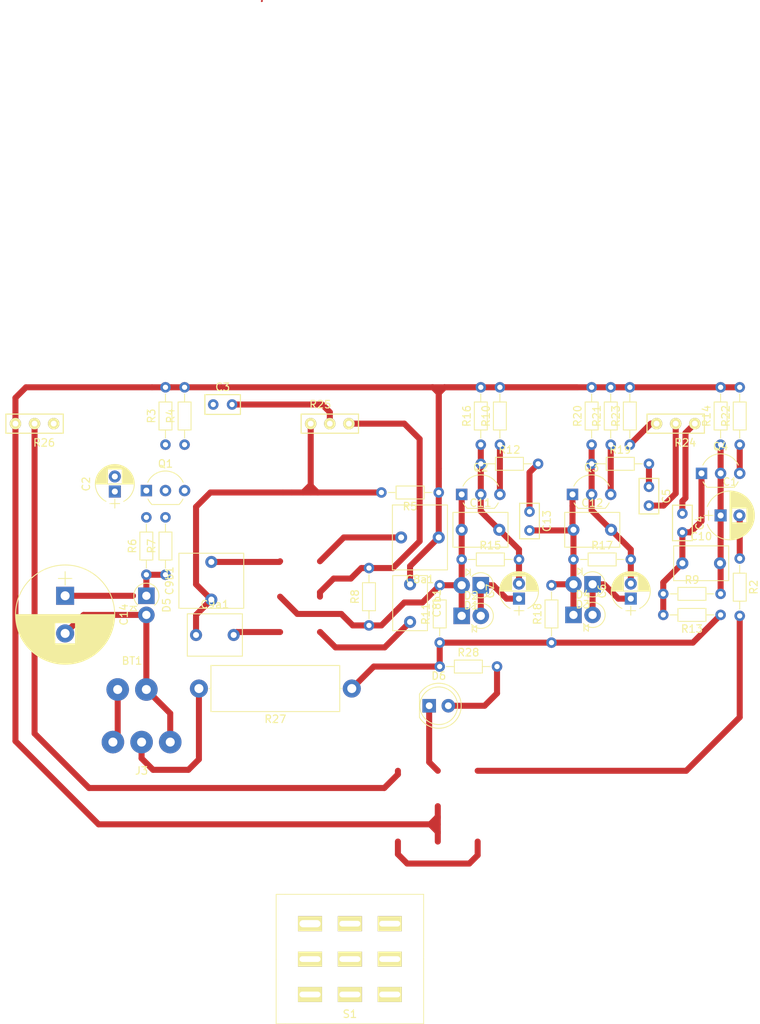
<source format=kicad_pcb>
(kicad_pcb (version 20171130) (host pcbnew "(5.0.0-rc3)")

  (general
    (thickness 1.6)
    (drawings 0)
    (tracks 197)
    (zones 0)
    (modules 56)
    (nets 40)
  )

  (page A4)
  (layers
    (0 F.Cu signal)
    (31 B.Cu signal)
    (32 B.Adhes user)
    (33 F.Adhes user)
    (34 B.Paste user)
    (35 F.Paste user)
    (36 B.SilkS user)
    (37 F.SilkS user)
    (38 B.Mask user)
    (39 F.Mask user)
    (40 Dwgs.User user)
    (41 Cmts.User user)
    (42 Eco1.User user)
    (43 Eco2.User user)
    (44 Edge.Cuts user)
    (45 Margin user)
    (46 B.CrtYd user)
    (47 F.CrtYd user)
    (48 B.Fab user)
    (49 F.Fab user)
  )

  (setup
    (last_trace_width 0.8)
    (trace_clearance 0.5)
    (zone_clearance 0.508)
    (zone_45_only yes)
    (trace_min 0.2)
    (segment_width 0.2)
    (edge_width 0.15)
    (via_size 0.6)
    (via_drill 0.4)
    (via_min_size 0.4)
    (via_min_drill 0.3)
    (uvia_size 0.3)
    (uvia_drill 0.1)
    (uvias_allowed no)
    (uvia_min_size 0.2)
    (uvia_min_drill 0.1)
    (pcb_text_width 0.3)
    (pcb_text_size 1.5 1.5)
    (mod_edge_width 0.15)
    (mod_text_size 1 1)
    (mod_text_width 0.15)
    (pad_size 1.524 1.524)
    (pad_drill 0.762)
    (pad_to_mask_clearance 0.2)
    (solder_mask_min_width 0.25)
    (aux_axis_origin 0 0)
    (visible_elements FFFFFF7F)
    (pcbplotparams
      (layerselection 0x00030_80000001)
      (usegerberextensions false)
      (usegerberattributes false)
      (usegerberadvancedattributes false)
      (creategerberjobfile false)
      (excludeedgelayer true)
      (linewidth 0.100000)
      (plotframeref false)
      (viasonmask false)
      (mode 1)
      (useauxorigin false)
      (hpglpennumber 1)
      (hpglpenspeed 20)
      (hpglpendiameter 15.000000)
      (psnegative false)
      (psa4output false)
      (plotreference true)
      (plotvalue true)
      (plotinvisibletext false)
      (padsonsilk false)
      (subtractmaskfromsilk false)
      (outputformat 4)
      (mirror false)
      (drillshape 0)
      (scaleselection 1)
      (outputdirectory "./"))
  )

  (net 0 "")
  (net 1 "Net-(BT1-Pad1)")
  (net 2 "Net-(C1-Pad1)")
  (net 3 "Net-(C1-Pad2)")
  (net 4 "Net-(C2-Pad1)")
  (net 5 "Net-(C2-Pad2)")
  (net 6 "Net-(C3-Pad1)")
  (net 7 "Net-(C3-Pad2)")
  (net 8 "Net-(C4-Pad1)")
  (net 9 "Net-(C10-Pad1)")
  (net 10 "Net-(C5-Pad1)")
  (net 11 "Net-(C5-Pad2)")
  (net 12 "Net-(C6-Pad1)")
  (net 13 "Net-(C12-Pad2)")
  (net 14 "Net-(C7-Pad1)")
  (net 15 "Net-(C11-Pad2)")
  (net 16 Earth)
  (net 17 "Net-(C8a1-Pad2)")
  (net 18 "Net-(C8b1-Pad2)")
  (net 19 "Net-(C9a1-Pad1)")
  (net 20 "Net-(C9a1-Pad2)")
  (net 21 "Net-(C9b1-Pad2)")
  (net 22 "Net-(C11-Pad1)")
  (net 23 "Net-(C12-Pad1)")
  (net 24 "Net-(C13-Pad1)")
  (net 25 +9V)
  (net 26 "Net-(BT1-Pad2)")
  (net 27 "Net-(D6-Pad1)")
  (net 28 "Net-(D6-Pad2)")
  (net 29 "Net-(Q1-Pad3)")
  (net 30 "Net-(Q2-Pad3)")
  (net 31 "Net-(Q3-Pad3)")
  (net 32 "Net-(Q4-Pad3)")
  (net 33 "Net-(Q5-Pad3)")
  (net 34 "Net-(R23-Pad1)")
  (net 35 "Net-(J3-Pad2)")
  (net 36 "Net-(R25-Pad3)")
  (net 37 "Net-(R2-Pad2)")
  (net 38 "Net-(C14-Pad2)")
  (net 39 "Net-(R26-Pad2)")

  (net_class Default "This is the default net class."
    (clearance 0.5)
    (trace_width 0.8)
    (via_dia 0.6)
    (via_drill 0.4)
    (uvia_dia 0.3)
    (uvia_drill 0.1)
    (add_net +9V)
    (add_net Earth)
    (add_net "Net-(BT1-Pad1)")
    (add_net "Net-(BT1-Pad2)")
    (add_net "Net-(C1-Pad1)")
    (add_net "Net-(C1-Pad2)")
    (add_net "Net-(C10-Pad1)")
    (add_net "Net-(C11-Pad1)")
    (add_net "Net-(C11-Pad2)")
    (add_net "Net-(C12-Pad1)")
    (add_net "Net-(C12-Pad2)")
    (add_net "Net-(C13-Pad1)")
    (add_net "Net-(C14-Pad2)")
    (add_net "Net-(C2-Pad1)")
    (add_net "Net-(C2-Pad2)")
    (add_net "Net-(C3-Pad1)")
    (add_net "Net-(C3-Pad2)")
    (add_net "Net-(C4-Pad1)")
    (add_net "Net-(C5-Pad1)")
    (add_net "Net-(C5-Pad2)")
    (add_net "Net-(C6-Pad1)")
    (add_net "Net-(C7-Pad1)")
    (add_net "Net-(C8a1-Pad2)")
    (add_net "Net-(C8b1-Pad2)")
    (add_net "Net-(C9a1-Pad1)")
    (add_net "Net-(C9a1-Pad2)")
    (add_net "Net-(C9b1-Pad2)")
    (add_net "Net-(D6-Pad1)")
    (add_net "Net-(D6-Pad2)")
    (add_net "Net-(J3-Pad2)")
    (add_net "Net-(Q1-Pad3)")
    (add_net "Net-(Q2-Pad3)")
    (add_net "Net-(Q3-Pad3)")
    (add_net "Net-(Q4-Pad3)")
    (add_net "Net-(Q5-Pad3)")
    (add_net "Net-(R2-Pad2)")
    (add_net "Net-(R23-Pad1)")
    (add_net "Net-(R25-Pad3)")
    (add_net "Net-(R26-Pad2)")
  )

  (module Kicad_GSM_Footprint:3PDT (layer F.Cu) (tedit 570516D6) (tstamp 5C5236AC)
    (at 154.56 137.02)
    (path /5C539AEE)
    (fp_text reference S1 (at 0 7.3) (layer F.SilkS)
      (effects (font (size 1 1) (thickness 0.15)))
    )
    (fp_text value SWITCH-3PDT (at 0 -7.2) (layer F.Fab)
      (effects (font (size 1 1) (thickness 0.15)))
    )
    (fp_line (start 0 -8.6) (end 9.8 -8.6) (layer F.SilkS) (width 0.1))
    (fp_line (start 9.8 -8.6) (end 9.7 -8.6) (layer F.SilkS) (width 0.1))
    (fp_line (start -8.6 8.6) (end -9.8 8.6) (layer F.SilkS) (width 0.1))
    (fp_line (start -9.8 8.6) (end -9.8 0) (layer F.SilkS) (width 0.1))
    (fp_line (start -9.8 0) (end -9.8 -8.6) (layer F.SilkS) (width 0.1))
    (fp_line (start -9.8 -8.6) (end -8.6 -8.6) (layer F.SilkS) (width 0.1))
    (fp_line (start -8.6 -8.6) (end 0 -8.6) (layer F.SilkS) (width 0.1))
    (fp_line (start 9.8 -8.6) (end 9.8 0) (layer F.SilkS) (width 0.1))
    (fp_line (start 9.8 0) (end 9.8 8.6) (layer F.SilkS) (width 0.1))
    (fp_line (start 9.8 8.6) (end 0 8.6) (layer F.SilkS) (width 0.1))
    (fp_line (start 0 8.6) (end -8.6 8.6) (layer F.SilkS) (width 0.1))
    (pad 5 thru_hole rect (at 0 0) (size 3.2 2) (drill oval 2.8 0.762) (layers *.Cu *.Mask F.SilkS))
    (pad 1 thru_hole rect (at -5.3 -4.7) (size 3.2 2) (drill oval 2.8 0.9525) (layers *.Cu *.Mask F.SilkS))
    (pad 2 thru_hole rect (at -5.3 0) (size 3.2 2) (drill oval 2.8 0.762) (layers *.Cu *.Mask F.SilkS))
    (pad 3 thru_hole rect (at -5.3 4.7) (size 3.2 2) (drill oval 2.8 0.762) (layers *.Cu *.Mask F.SilkS))
    (pad 4 thru_hole rect (at 0 -4.7) (size 3.2 2) (drill oval 2.8 0.762) (layers *.Cu *.Mask F.SilkS))
    (pad 6 thru_hole rect (at 0 4.7) (size 3.2 2) (drill oval 2.8 0.762) (layers *.Cu *.Mask F.SilkS))
    (pad 7 thru_hole rect (at 5.3 -4.7) (size 3.2 2) (drill oval 2.8 0.762) (layers *.Cu *.Mask F.SilkS))
    (pad 8 thru_hole rect (at 5.3 0) (size 3.2 2) (drill oval 2.8 0.762) (layers *.Cu *.Mask F.SilkS))
    (pad 9 thru_hole rect (at 5.3 4.7) (size 3.2 2) (drill oval 2.8 0.762) (layers *.Cu *.Mask F.SilkS))
    (model ${KIPRJMOD}/3D/3PDT.step
      (offset (xyz -9 -6.5 0))
      (scale (xyz 1 1 1))
      (rotate (xyz 0 0 0))
    )
    (model ${KIPRJMOD}/3D/HammondBB.step
      (offset (xyz 0 34.5 18))
      (scale (xyz 1 1 1))
      (rotate (xyz 180 0 180))
    )
  )

  (module TO_SOT_Packages_THT:TO-92_Inline_Wide (layer F.Cu) (tedit 58CE52AF) (tstamp 59ED11E7)
    (at 201.295 72.517)
    (descr "TO-92 leads in-line, wide, drill 0.8mm (see NXP sot054_po.pdf)")
    (tags "to-92 sc-43 sc-43a sot54 PA33 transistor")
    (path /59D5E492)
    (fp_text reference Q4 (at 2.54 -3.56 180) (layer F.SilkS)
      (effects (font (size 1 1) (thickness 0.15)))
    )
    (fp_text value BC550C (at 2.54 2.79) (layer F.Fab)
      (effects (font (size 1 1) (thickness 0.15)))
    )
    (fp_text user %R (at 2.54 -3.56 180) (layer F.Fab)
      (effects (font (size 1 1) (thickness 0.15)))
    )
    (fp_line (start 0.74 1.85) (end 4.34 1.85) (layer F.SilkS) (width 0.12))
    (fp_line (start 0.8 1.75) (end 4.3 1.75) (layer F.Fab) (width 0.1))
    (fp_line (start -1.01 -2.73) (end 6.09 -2.73) (layer F.CrtYd) (width 0.05))
    (fp_line (start -1.01 -2.73) (end -1.01 2.01) (layer F.CrtYd) (width 0.05))
    (fp_line (start 6.09 2.01) (end 6.09 -2.73) (layer F.CrtYd) (width 0.05))
    (fp_line (start 6.09 2.01) (end -1.01 2.01) (layer F.CrtYd) (width 0.05))
    (fp_arc (start 2.54 0) (end 0.74 1.85) (angle 20) (layer F.SilkS) (width 0.12))
    (fp_arc (start 2.54 0) (end 2.54 -2.6) (angle -65) (layer F.SilkS) (width 0.12))
    (fp_arc (start 2.54 0) (end 2.54 -2.6) (angle 65) (layer F.SilkS) (width 0.12))
    (fp_arc (start 2.54 0) (end 2.54 -2.48) (angle 135) (layer F.Fab) (width 0.1))
    (fp_arc (start 2.54 0) (end 2.54 -2.48) (angle -135) (layer F.Fab) (width 0.1))
    (fp_arc (start 2.54 0) (end 4.34 1.85) (angle -20) (layer F.SilkS) (width 0.12))
    (pad 2 thru_hole circle (at 2.54 0 90) (size 1.52 1.52) (drill 0.8) (layers *.Cu *.Mask)
      (net 2 "Net-(C1-Pad1)"))
    (pad 3 thru_hole circle (at 5.08 0 90) (size 1.52 1.52) (drill 0.8) (layers *.Cu *.Mask)
      (net 32 "Net-(Q4-Pad3)"))
    (pad 1 thru_hole rect (at 0 0 90) (size 1.52 1.52) (drill 0.8) (layers *.Cu *.Mask)
      (net 9 "Net-(C10-Pad1)"))
    (model ${KISYS3DMOD}/TO_SOT_Packages_THT.3dshapes/TO-92_Inline_Wide.wrl
      (offset (xyz 2.539999961853027 0 0))
      (scale (xyz 1 1 1))
      (rotate (xyz 0 0 -90))
    )
  )

  (module Kicad_GSM_Footprint:SolderWirePad_2x_1-2mmDrill (layer F.Cu) (tedit 59EE6AF5) (tstamp 59EE6B9E)
    (at 125.603 101.219)
    (path /59E1758A)
    (fp_text reference BT1 (at 0 -3.81) (layer F.SilkS)
      (effects (font (size 1 1) (thickness 0.15)))
    )
    (fp_text value 9V (at 0.635 3.81) (layer F.Fab)
      (effects (font (size 1 1) (thickness 0.15)))
    )
    (pad 1 thru_hole circle (at -1.905 0) (size 2.99974 2.99974) (drill 1.19888) (layers *.Cu *.Mask)
      (net 1 "Net-(BT1-Pad1)"))
    (pad 2 thru_hole circle (at 1.905 0) (size 2.99974 2.99974) (drill 1.19888) (layers *.Cu *.Mask)
      (net 26 "Net-(BT1-Pad2)"))
  )

  (module Kicad_GSM_Footprint:SolderWirePad_3x_1-2mmDrill (layer F.Cu) (tedit 59EE6176) (tstamp 59EE6345)
    (at 126.873 108.204 180)
    (path /59E13C16)
    (fp_text reference J3 (at 0 -3.81 180) (layer F.SilkS)
      (effects (font (size 1 1) (thickness 0.15)))
    )
    (fp_text value Jack-DC (at 1.27 3.81 180) (layer F.Fab)
      (effects (font (size 1 1) (thickness 0.15)))
    )
    (pad 1 thru_hole circle (at -3.81 0 180) (size 2.99974 2.99974) (drill 1.19888) (layers *.Cu *.Mask)
      (net 1 "Net-(BT1-Pad1)"))
    (pad 2 thru_hole circle (at 0 0 180) (size 2.99974 2.99974) (drill 1.19888) (layers *.Cu *.Mask)
      (net 38 "Net-(C14-Pad2)"))
    (pad 3 thru_hole circle (at 3.81 0 180) (size 2.99974 2.99974) (drill 1.19888) (layers *.Cu *.Mask)
      (net 26 "Net-(BT1-Pad2)"))
  )

  (module Resistors_THT:R_Axial_DIN0204_L3.6mm_D1.6mm_P7.62mm_Horizontal (layer F.Cu) (tedit 5874F706) (tstamp 59ED1299)
    (at 166.497 98.171)
    (descr "Resistor, Axial_DIN0204 series, Axial, Horizontal, pin pitch=7.62mm, 0.16666666666666666W = 1/6W, length*diameter=3.6*1.6mm^2, http://cdn-reichelt.de/documents/datenblatt/B400/1_4W%23YAG.pdf")
    (tags "Resistor Axial_DIN0204 series Axial Horizontal pin pitch 7.62mm 0.16666666666666666W = 1/6W length 3.6mm diameter 1.6mm")
    (path /59EB7B94)
    (fp_text reference R28 (at 3.81 -1.86) (layer F.SilkS)
      (effects (font (size 1 1) (thickness 0.15)))
    )
    (fp_text value 3.3k (at 3.81 1.86) (layer F.Fab)
      (effects (font (size 1 1) (thickness 0.15)))
    )
    (fp_line (start 2.01 -0.8) (end 2.01 0.8) (layer F.Fab) (width 0.1))
    (fp_line (start 2.01 0.8) (end 5.61 0.8) (layer F.Fab) (width 0.1))
    (fp_line (start 5.61 0.8) (end 5.61 -0.8) (layer F.Fab) (width 0.1))
    (fp_line (start 5.61 -0.8) (end 2.01 -0.8) (layer F.Fab) (width 0.1))
    (fp_line (start 0 0) (end 2.01 0) (layer F.Fab) (width 0.1))
    (fp_line (start 7.62 0) (end 5.61 0) (layer F.Fab) (width 0.1))
    (fp_line (start 1.95 -0.86) (end 1.95 0.86) (layer F.SilkS) (width 0.12))
    (fp_line (start 1.95 0.86) (end 5.67 0.86) (layer F.SilkS) (width 0.12))
    (fp_line (start 5.67 0.86) (end 5.67 -0.86) (layer F.SilkS) (width 0.12))
    (fp_line (start 5.67 -0.86) (end 1.95 -0.86) (layer F.SilkS) (width 0.12))
    (fp_line (start 0.88 0) (end 1.95 0) (layer F.SilkS) (width 0.12))
    (fp_line (start 6.74 0) (end 5.67 0) (layer F.SilkS) (width 0.12))
    (fp_line (start -0.95 -1.15) (end -0.95 1.15) (layer F.CrtYd) (width 0.05))
    (fp_line (start -0.95 1.15) (end 8.6 1.15) (layer F.CrtYd) (width 0.05))
    (fp_line (start 8.6 1.15) (end 8.6 -1.15) (layer F.CrtYd) (width 0.05))
    (fp_line (start 8.6 -1.15) (end -0.95 -1.15) (layer F.CrtYd) (width 0.05))
    (pad 1 thru_hole circle (at 0 0) (size 1.4 1.4) (drill 0.7) (layers *.Cu *.Mask)
      (net 25 +9V))
    (pad 2 thru_hole oval (at 7.62 0) (size 1.4 1.4) (drill 0.7) (layers *.Cu *.Mask)
      (net 28 "Net-(D6-Pad2)"))
    (model ${KISYS3DMOD}/Resistors_THT.3dshapes/R_Axial_DIN0204_L3.6mm_D1.6mm_P7.62mm_Horizontal.wrl
      (at (xyz 0 0 0))
      (scale (xyz 0.393701 0.393701 0.393701))
      (rotate (xyz 0 0 0))
    )
  )

  (module Resistors_THT:R_Axial_DIN0617_L17.0mm_D6.0mm_P20.32mm_Horizontal (layer F.Cu) (tedit 5874F706) (tstamp 59ED1293)
    (at 154.813 101.092 180)
    (descr "Resistor, Axial_DIN0617 series, Axial, Horizontal, pin pitch=20.32mm, 2W, length*diameter=17*6mm^2, http://www.vishay.com/docs/20128/wkxwrx.pdf")
    (tags "Resistor Axial_DIN0617 series Axial Horizontal pin pitch 20.32mm 2W length 17mm diameter 6mm")
    (path /59EA3323)
    (fp_text reference R27 (at 10.16 -4.06 180) (layer F.SilkS)
      (effects (font (size 1 1) (thickness 0.15)))
    )
    (fp_text value 100 (at 10.16 4.06 180) (layer F.Fab)
      (effects (font (size 1 1) (thickness 0.15)))
    )
    (fp_line (start 1.66 -3) (end 1.66 3) (layer F.Fab) (width 0.1))
    (fp_line (start 1.66 3) (end 18.66 3) (layer F.Fab) (width 0.1))
    (fp_line (start 18.66 3) (end 18.66 -3) (layer F.Fab) (width 0.1))
    (fp_line (start 18.66 -3) (end 1.66 -3) (layer F.Fab) (width 0.1))
    (fp_line (start 0 0) (end 1.66 0) (layer F.Fab) (width 0.1))
    (fp_line (start 20.32 0) (end 18.66 0) (layer F.Fab) (width 0.1))
    (fp_line (start 1.6 -3.06) (end 1.6 3.06) (layer F.SilkS) (width 0.12))
    (fp_line (start 1.6 3.06) (end 18.72 3.06) (layer F.SilkS) (width 0.12))
    (fp_line (start 18.72 3.06) (end 18.72 -3.06) (layer F.SilkS) (width 0.12))
    (fp_line (start 18.72 -3.06) (end 1.6 -3.06) (layer F.SilkS) (width 0.12))
    (fp_line (start 1.38 0) (end 1.6 0) (layer F.SilkS) (width 0.12))
    (fp_line (start 18.94 0) (end 18.72 0) (layer F.SilkS) (width 0.12))
    (fp_line (start -1.45 -3.35) (end -1.45 3.35) (layer F.CrtYd) (width 0.05))
    (fp_line (start -1.45 3.35) (end 21.8 3.35) (layer F.CrtYd) (width 0.05))
    (fp_line (start 21.8 3.35) (end 21.8 -3.35) (layer F.CrtYd) (width 0.05))
    (fp_line (start 21.8 -3.35) (end -1.45 -3.35) (layer F.CrtYd) (width 0.05))
    (pad 1 thru_hole circle (at 0 0 180) (size 2.4 2.4) (drill 1.2) (layers *.Cu *.Mask)
      (net 25 +9V))
    (pad 2 thru_hole oval (at 20.32 0 180) (size 2.4 2.4) (drill 1.2) (layers *.Cu *.Mask)
      (net 1 "Net-(BT1-Pad1)"))
    (model ${KISYS3DMOD}/Resistors_THT.3dshapes/R_Axial_DIN0617_L17.0mm_D6.0mm_P20.32mm_Horizontal.wrl
      (at (xyz 0 0 0))
      (scale (xyz 0.393701 0.393701 0.393701))
      (rotate (xyz 0 0 0))
    )
  )

  (module Kicad_GSM_Footprint:POT (layer F.Cu) (tedit 56F58C9D) (tstamp 59ED128D)
    (at 112.649 65.913 180)
    (path /59D9398C)
    (fp_text reference R26 (at -1.27 -2.54 180) (layer F.SilkS)
      (effects (font (size 1 1) (thickness 0.15)))
    )
    (fp_text value 100k (at 0 2.54 180) (layer F.Fab)
      (effects (font (size 1 1) (thickness 0.15)))
    )
    (fp_line (start -3.81 -1.27) (end -3.81 1.27) (layer F.SilkS) (width 0.15))
    (fp_line (start -3.81 1.27) (end 3.81 1.27) (layer F.SilkS) (width 0.15))
    (fp_line (start 3.81 1.27) (end 3.81 -1.27) (layer F.SilkS) (width 0.15))
    (fp_line (start 3.81 -1.27) (end -3.81 -1.27) (layer F.SilkS) (width 0.15))
    (pad 1 thru_hole circle (at -2.54 0 180) (size 1.524 1.524) (drill 0.762) (layers *.Cu *.Mask F.SilkS)
      (net 5 "Net-(C2-Pad2)"))
    (pad 2 thru_hole circle (at 0 0 180) (size 1.524 1.524) (drill 0.762) (layers *.Cu *.Mask F.SilkS)
      (net 39 "Net-(R26-Pad2)"))
    (pad 3 thru_hole circle (at 2.54 0 180) (size 1.524 1.524) (drill 0.762) (layers *.Cu *.Mask F.SilkS)
      (net 16 Earth))
  )

  (module Kicad_GSM_Footprint:POT (layer F.Cu) (tedit 56F58C9D) (tstamp 59ED1286)
    (at 151.892 65.913)
    (path /59D866C7)
    (fp_text reference R25 (at -1.27 -2.54) (layer F.SilkS)
      (effects (font (size 1 1) (thickness 0.15)))
    )
    (fp_text value 100k (at 0 2.54) (layer F.Fab)
      (effects (font (size 1 1) (thickness 0.15)))
    )
    (fp_line (start -3.81 -1.27) (end -3.81 1.27) (layer F.SilkS) (width 0.15))
    (fp_line (start -3.81 1.27) (end 3.81 1.27) (layer F.SilkS) (width 0.15))
    (fp_line (start 3.81 1.27) (end 3.81 -1.27) (layer F.SilkS) (width 0.15))
    (fp_line (start 3.81 -1.27) (end -3.81 -1.27) (layer F.SilkS) (width 0.15))
    (pad 1 thru_hole circle (at -2.54 0) (size 1.524 1.524) (drill 0.762) (layers *.Cu *.Mask F.SilkS)
      (net 19 "Net-(C9a1-Pad1)"))
    (pad 2 thru_hole circle (at 0 0) (size 1.524 1.524) (drill 0.762) (layers *.Cu *.Mask F.SilkS)
      (net 7 "Net-(C3-Pad2)"))
    (pad 3 thru_hole circle (at 2.54 0) (size 1.524 1.524) (drill 0.762) (layers *.Cu *.Mask F.SilkS)
      (net 36 "Net-(R25-Pad3)"))
  )

  (module Kicad_GSM_Footprint:POT (layer F.Cu) (tedit 56F58C9D) (tstamp 59ED127F)
    (at 197.866 65.913 180)
    (path /59D7C9EC)
    (fp_text reference R24 (at -1.27 -2.54 180) (layer F.SilkS)
      (effects (font (size 1 1) (thickness 0.15)))
    )
    (fp_text value 100k (at 0 2.54 180) (layer F.Fab)
      (effects (font (size 1 1) (thickness 0.15)))
    )
    (fp_line (start -3.81 -1.27) (end -3.81 1.27) (layer F.SilkS) (width 0.15))
    (fp_line (start -3.81 1.27) (end 3.81 1.27) (layer F.SilkS) (width 0.15))
    (fp_line (start 3.81 1.27) (end 3.81 -1.27) (layer F.SilkS) (width 0.15))
    (fp_line (start 3.81 -1.27) (end -3.81 -1.27) (layer F.SilkS) (width 0.15))
    (pad 1 thru_hole circle (at -2.54 0 180) (size 1.524 1.524) (drill 0.762) (layers *.Cu *.Mask F.SilkS)
      (net 8 "Net-(C4-Pad1)"))
    (pad 2 thru_hole circle (at 0 0 180) (size 1.524 1.524) (drill 0.762) (layers *.Cu *.Mask F.SilkS)
      (net 11 "Net-(C5-Pad2)"))
    (pad 3 thru_hole circle (at 2.54 0 180) (size 1.524 1.524) (drill 0.762) (layers *.Cu *.Mask F.SilkS)
      (net 34 "Net-(R23-Pad1)"))
  )

  (module Resistors_THT:R_Axial_DIN0204_L3.6mm_D1.6mm_P7.62mm_Horizontal (layer F.Cu) (tedit 5874F706) (tstamp 59ED1278)
    (at 191.77 68.707 90)
    (descr "Resistor, Axial_DIN0204 series, Axial, Horizontal, pin pitch=7.62mm, 0.16666666666666666W = 1/6W, length*diameter=3.6*1.6mm^2, http://cdn-reichelt.de/documents/datenblatt/B400/1_4W%23YAG.pdf")
    (tags "Resistor Axial_DIN0204 series Axial Horizontal pin pitch 7.62mm 0.16666666666666666W = 1/6W length 3.6mm diameter 1.6mm")
    (path /59D7CA93)
    (fp_text reference R23 (at 3.81 -1.86 90) (layer F.SilkS)
      (effects (font (size 1 1) (thickness 0.15)))
    )
    (fp_text value 1k (at 3.81 1.86 90) (layer F.Fab)
      (effects (font (size 1 1) (thickness 0.15)))
    )
    (fp_line (start 2.01 -0.8) (end 2.01 0.8) (layer F.Fab) (width 0.1))
    (fp_line (start 2.01 0.8) (end 5.61 0.8) (layer F.Fab) (width 0.1))
    (fp_line (start 5.61 0.8) (end 5.61 -0.8) (layer F.Fab) (width 0.1))
    (fp_line (start 5.61 -0.8) (end 2.01 -0.8) (layer F.Fab) (width 0.1))
    (fp_line (start 0 0) (end 2.01 0) (layer F.Fab) (width 0.1))
    (fp_line (start 7.62 0) (end 5.61 0) (layer F.Fab) (width 0.1))
    (fp_line (start 1.95 -0.86) (end 1.95 0.86) (layer F.SilkS) (width 0.12))
    (fp_line (start 1.95 0.86) (end 5.67 0.86) (layer F.SilkS) (width 0.12))
    (fp_line (start 5.67 0.86) (end 5.67 -0.86) (layer F.SilkS) (width 0.12))
    (fp_line (start 5.67 -0.86) (end 1.95 -0.86) (layer F.SilkS) (width 0.12))
    (fp_line (start 0.88 0) (end 1.95 0) (layer F.SilkS) (width 0.12))
    (fp_line (start 6.74 0) (end 5.67 0) (layer F.SilkS) (width 0.12))
    (fp_line (start -0.95 -1.15) (end -0.95 1.15) (layer F.CrtYd) (width 0.05))
    (fp_line (start -0.95 1.15) (end 8.6 1.15) (layer F.CrtYd) (width 0.05))
    (fp_line (start 8.6 1.15) (end 8.6 -1.15) (layer F.CrtYd) (width 0.05))
    (fp_line (start 8.6 -1.15) (end -0.95 -1.15) (layer F.CrtYd) (width 0.05))
    (pad 1 thru_hole circle (at 0 0 90) (size 1.4 1.4) (drill 0.7) (layers *.Cu *.Mask)
      (net 34 "Net-(R23-Pad1)"))
    (pad 2 thru_hole oval (at 7.62 0 90) (size 1.4 1.4) (drill 0.7) (layers *.Cu *.Mask)
      (net 16 Earth))
    (model ${KISYS3DMOD}/Resistors_THT.3dshapes/R_Axial_DIN0204_L3.6mm_D1.6mm_P7.62mm_Horizontal.wrl
      (at (xyz 0 0 0))
      (scale (xyz 0.393701 0.393701 0.393701))
      (rotate (xyz 0 0 0))
    )
  )

  (module Resistors_THT:R_Axial_DIN0204_L3.6mm_D1.6mm_P7.62mm_Horizontal (layer F.Cu) (tedit 5874F706) (tstamp 59ED1272)
    (at 206.375 68.707 90)
    (descr "Resistor, Axial_DIN0204 series, Axial, Horizontal, pin pitch=7.62mm, 0.16666666666666666W = 1/6W, length*diameter=3.6*1.6mm^2, http://cdn-reichelt.de/documents/datenblatt/B400/1_4W%23YAG.pdf")
    (tags "Resistor Axial_DIN0204 series Axial Horizontal pin pitch 7.62mm 0.16666666666666666W = 1/6W length 3.6mm diameter 1.6mm")
    (path /59D7C852)
    (fp_text reference R22 (at 3.81 -1.86 90) (layer F.SilkS)
      (effects (font (size 1 1) (thickness 0.15)))
    )
    (fp_text value 120 (at 3.81 1.86 90) (layer F.Fab)
      (effects (font (size 1 1) (thickness 0.15)))
    )
    (fp_line (start 2.01 -0.8) (end 2.01 0.8) (layer F.Fab) (width 0.1))
    (fp_line (start 2.01 0.8) (end 5.61 0.8) (layer F.Fab) (width 0.1))
    (fp_line (start 5.61 0.8) (end 5.61 -0.8) (layer F.Fab) (width 0.1))
    (fp_line (start 5.61 -0.8) (end 2.01 -0.8) (layer F.Fab) (width 0.1))
    (fp_line (start 0 0) (end 2.01 0) (layer F.Fab) (width 0.1))
    (fp_line (start 7.62 0) (end 5.61 0) (layer F.Fab) (width 0.1))
    (fp_line (start 1.95 -0.86) (end 1.95 0.86) (layer F.SilkS) (width 0.12))
    (fp_line (start 1.95 0.86) (end 5.67 0.86) (layer F.SilkS) (width 0.12))
    (fp_line (start 5.67 0.86) (end 5.67 -0.86) (layer F.SilkS) (width 0.12))
    (fp_line (start 5.67 -0.86) (end 1.95 -0.86) (layer F.SilkS) (width 0.12))
    (fp_line (start 0.88 0) (end 1.95 0) (layer F.SilkS) (width 0.12))
    (fp_line (start 6.74 0) (end 5.67 0) (layer F.SilkS) (width 0.12))
    (fp_line (start -0.95 -1.15) (end -0.95 1.15) (layer F.CrtYd) (width 0.05))
    (fp_line (start -0.95 1.15) (end 8.6 1.15) (layer F.CrtYd) (width 0.05))
    (fp_line (start 8.6 1.15) (end 8.6 -1.15) (layer F.CrtYd) (width 0.05))
    (fp_line (start 8.6 -1.15) (end -0.95 -1.15) (layer F.CrtYd) (width 0.05))
    (pad 1 thru_hole circle (at 0 0 90) (size 1.4 1.4) (drill 0.7) (layers *.Cu *.Mask)
      (net 32 "Net-(Q4-Pad3)"))
    (pad 2 thru_hole oval (at 7.62 0 90) (size 1.4 1.4) (drill 0.7) (layers *.Cu *.Mask)
      (net 16 Earth))
    (model ${KISYS3DMOD}/Resistors_THT.3dshapes/R_Axial_DIN0204_L3.6mm_D1.6mm_P7.62mm_Horizontal.wrl
      (at (xyz 0 0 0))
      (scale (xyz 0.393701 0.393701 0.393701))
      (rotate (xyz 0 0 0))
    )
  )

  (module Resistors_THT:R_Axial_DIN0204_L3.6mm_D1.6mm_P7.62mm_Horizontal (layer F.Cu) (tedit 5874F706) (tstamp 59ED126C)
    (at 189.23 68.707 90)
    (descr "Resistor, Axial_DIN0204 series, Axial, Horizontal, pin pitch=7.62mm, 0.16666666666666666W = 1/6W, length*diameter=3.6*1.6mm^2, http://cdn-reichelt.de/documents/datenblatt/B400/1_4W%23YAG.pdf")
    (tags "Resistor Axial_DIN0204 series Axial Horizontal pin pitch 7.62mm 0.16666666666666666W = 1/6W length 3.6mm diameter 1.6mm")
    (path /59D7E756)
    (fp_text reference R21 (at 3.81 -1.86 90) (layer F.SilkS)
      (effects (font (size 1 1) (thickness 0.15)))
    )
    (fp_text value 150k (at 3.81 1.86 90) (layer F.Fab)
      (effects (font (size 1 1) (thickness 0.15)))
    )
    (fp_line (start 2.01 -0.8) (end 2.01 0.8) (layer F.Fab) (width 0.1))
    (fp_line (start 2.01 0.8) (end 5.61 0.8) (layer F.Fab) (width 0.1))
    (fp_line (start 5.61 0.8) (end 5.61 -0.8) (layer F.Fab) (width 0.1))
    (fp_line (start 5.61 -0.8) (end 2.01 -0.8) (layer F.Fab) (width 0.1))
    (fp_line (start 0 0) (end 2.01 0) (layer F.Fab) (width 0.1))
    (fp_line (start 7.62 0) (end 5.61 0) (layer F.Fab) (width 0.1))
    (fp_line (start 1.95 -0.86) (end 1.95 0.86) (layer F.SilkS) (width 0.12))
    (fp_line (start 1.95 0.86) (end 5.67 0.86) (layer F.SilkS) (width 0.12))
    (fp_line (start 5.67 0.86) (end 5.67 -0.86) (layer F.SilkS) (width 0.12))
    (fp_line (start 5.67 -0.86) (end 1.95 -0.86) (layer F.SilkS) (width 0.12))
    (fp_line (start 0.88 0) (end 1.95 0) (layer F.SilkS) (width 0.12))
    (fp_line (start 6.74 0) (end 5.67 0) (layer F.SilkS) (width 0.12))
    (fp_line (start -0.95 -1.15) (end -0.95 1.15) (layer F.CrtYd) (width 0.05))
    (fp_line (start -0.95 1.15) (end 8.6 1.15) (layer F.CrtYd) (width 0.05))
    (fp_line (start 8.6 1.15) (end 8.6 -1.15) (layer F.CrtYd) (width 0.05))
    (fp_line (start 8.6 -1.15) (end -0.95 -1.15) (layer F.CrtYd) (width 0.05))
    (pad 1 thru_hole circle (at 0 0 90) (size 1.4 1.4) (drill 0.7) (layers *.Cu *.Mask)
      (net 31 "Net-(Q3-Pad3)"))
    (pad 2 thru_hole oval (at 7.62 0 90) (size 1.4 1.4) (drill 0.7) (layers *.Cu *.Mask)
      (net 16 Earth))
    (model ${KISYS3DMOD}/Resistors_THT.3dshapes/R_Axial_DIN0204_L3.6mm_D1.6mm_P7.62mm_Horizontal.wrl
      (at (xyz 0 0 0))
      (scale (xyz 0.393701 0.393701 0.393701))
      (rotate (xyz 0 0 0))
    )
  )

  (module Resistors_THT:R_Axial_DIN0204_L3.6mm_D1.6mm_P7.62mm_Horizontal (layer F.Cu) (tedit 5874F706) (tstamp 59ED1266)
    (at 186.69 68.707 90)
    (descr "Resistor, Axial_DIN0204 series, Axial, Horizontal, pin pitch=7.62mm, 0.16666666666666666W = 1/6W, length*diameter=3.6*1.6mm^2, http://cdn-reichelt.de/documents/datenblatt/B400/1_4W%23YAG.pdf")
    (tags "Resistor Axial_DIN0204 series Axial Horizontal pin pitch 7.62mm 0.16666666666666666W = 1/6W length 3.6mm diameter 1.6mm")
    (path /59D7E4FA)
    (fp_text reference R20 (at 3.81 -1.86 90) (layer F.SilkS)
      (effects (font (size 1 1) (thickness 0.15)))
    )
    (fp_text value 100k (at 3.81 1.86 90) (layer F.Fab)
      (effects (font (size 1 1) (thickness 0.15)))
    )
    (fp_line (start 2.01 -0.8) (end 2.01 0.8) (layer F.Fab) (width 0.1))
    (fp_line (start 2.01 0.8) (end 5.61 0.8) (layer F.Fab) (width 0.1))
    (fp_line (start 5.61 0.8) (end 5.61 -0.8) (layer F.Fab) (width 0.1))
    (fp_line (start 5.61 -0.8) (end 2.01 -0.8) (layer F.Fab) (width 0.1))
    (fp_line (start 0 0) (end 2.01 0) (layer F.Fab) (width 0.1))
    (fp_line (start 7.62 0) (end 5.61 0) (layer F.Fab) (width 0.1))
    (fp_line (start 1.95 -0.86) (end 1.95 0.86) (layer F.SilkS) (width 0.12))
    (fp_line (start 1.95 0.86) (end 5.67 0.86) (layer F.SilkS) (width 0.12))
    (fp_line (start 5.67 0.86) (end 5.67 -0.86) (layer F.SilkS) (width 0.12))
    (fp_line (start 5.67 -0.86) (end 1.95 -0.86) (layer F.SilkS) (width 0.12))
    (fp_line (start 0.88 0) (end 1.95 0) (layer F.SilkS) (width 0.12))
    (fp_line (start 6.74 0) (end 5.67 0) (layer F.SilkS) (width 0.12))
    (fp_line (start -0.95 -1.15) (end -0.95 1.15) (layer F.CrtYd) (width 0.05))
    (fp_line (start -0.95 1.15) (end 8.6 1.15) (layer F.CrtYd) (width 0.05))
    (fp_line (start 8.6 1.15) (end 8.6 -1.15) (layer F.CrtYd) (width 0.05))
    (fp_line (start 8.6 -1.15) (end -0.95 -1.15) (layer F.CrtYd) (width 0.05))
    (pad 1 thru_hole circle (at 0 0 90) (size 1.4 1.4) (drill 0.7) (layers *.Cu *.Mask)
      (net 13 "Net-(C12-Pad2)"))
    (pad 2 thru_hole oval (at 7.62 0 90) (size 1.4 1.4) (drill 0.7) (layers *.Cu *.Mask)
      (net 16 Earth))
    (model ${KISYS3DMOD}/Resistors_THT.3dshapes/R_Axial_DIN0204_L3.6mm_D1.6mm_P7.62mm_Horizontal.wrl
      (at (xyz 0 0 0))
      (scale (xyz 0.393701 0.393701 0.393701))
      (rotate (xyz 0 0 0))
    )
  )

  (module Resistors_THT:R_Axial_DIN0204_L3.6mm_D1.6mm_P7.62mm_Horizontal (layer F.Cu) (tedit 5874F706) (tstamp 59ED1260)
    (at 186.69 71.247)
    (descr "Resistor, Axial_DIN0204 series, Axial, Horizontal, pin pitch=7.62mm, 0.16666666666666666W = 1/6W, length*diameter=3.6*1.6mm^2, http://cdn-reichelt.de/documents/datenblatt/B400/1_4W%23YAG.pdf")
    (tags "Resistor Axial_DIN0204 series Axial Horizontal pin pitch 7.62mm 0.16666666666666666W = 1/6W length 3.6mm diameter 1.6mm")
    (path /59D7CD55)
    (fp_text reference R19 (at 3.81 -1.86) (layer F.SilkS)
      (effects (font (size 1 1) (thickness 0.15)))
    )
    (fp_text value 10k (at 3.81 1.86) (layer F.Fab)
      (effects (font (size 1 1) (thickness 0.15)))
    )
    (fp_line (start 2.01 -0.8) (end 2.01 0.8) (layer F.Fab) (width 0.1))
    (fp_line (start 2.01 0.8) (end 5.61 0.8) (layer F.Fab) (width 0.1))
    (fp_line (start 5.61 0.8) (end 5.61 -0.8) (layer F.Fab) (width 0.1))
    (fp_line (start 5.61 -0.8) (end 2.01 -0.8) (layer F.Fab) (width 0.1))
    (fp_line (start 0 0) (end 2.01 0) (layer F.Fab) (width 0.1))
    (fp_line (start 7.62 0) (end 5.61 0) (layer F.Fab) (width 0.1))
    (fp_line (start 1.95 -0.86) (end 1.95 0.86) (layer F.SilkS) (width 0.12))
    (fp_line (start 1.95 0.86) (end 5.67 0.86) (layer F.SilkS) (width 0.12))
    (fp_line (start 5.67 0.86) (end 5.67 -0.86) (layer F.SilkS) (width 0.12))
    (fp_line (start 5.67 -0.86) (end 1.95 -0.86) (layer F.SilkS) (width 0.12))
    (fp_line (start 0.88 0) (end 1.95 0) (layer F.SilkS) (width 0.12))
    (fp_line (start 6.74 0) (end 5.67 0) (layer F.SilkS) (width 0.12))
    (fp_line (start -0.95 -1.15) (end -0.95 1.15) (layer F.CrtYd) (width 0.05))
    (fp_line (start -0.95 1.15) (end 8.6 1.15) (layer F.CrtYd) (width 0.05))
    (fp_line (start 8.6 1.15) (end 8.6 -1.15) (layer F.CrtYd) (width 0.05))
    (fp_line (start 8.6 -1.15) (end -0.95 -1.15) (layer F.CrtYd) (width 0.05))
    (pad 1 thru_hole circle (at 0 0) (size 1.4 1.4) (drill 0.7) (layers *.Cu *.Mask)
      (net 13 "Net-(C12-Pad2)"))
    (pad 2 thru_hole oval (at 7.62 0) (size 1.4 1.4) (drill 0.7) (layers *.Cu *.Mask)
      (net 10 "Net-(C5-Pad1)"))
    (model ${KISYS3DMOD}/Resistors_THT.3dshapes/R_Axial_DIN0204_L3.6mm_D1.6mm_P7.62mm_Horizontal.wrl
      (at (xyz 0 0 0))
      (scale (xyz 0.393701 0.393701 0.393701))
      (rotate (xyz 0 0 0))
    )
  )

  (module Resistors_THT:R_Axial_DIN0204_L3.6mm_D1.6mm_P7.62mm_Horizontal (layer F.Cu) (tedit 5874F706) (tstamp 59ED125A)
    (at 181.356 94.996 90)
    (descr "Resistor, Axial_DIN0204 series, Axial, Horizontal, pin pitch=7.62mm, 0.16666666666666666W = 1/6W, length*diameter=3.6*1.6mm^2, http://cdn-reichelt.de/documents/datenblatt/B400/1_4W%23YAG.pdf")
    (tags "Resistor Axial_DIN0204 series Axial Horizontal pin pitch 7.62mm 0.16666666666666666W = 1/6W length 3.6mm diameter 1.6mm")
    (path /59D7DEF4)
    (fp_text reference R18 (at 3.81 -1.86 90) (layer F.SilkS)
      (effects (font (size 1 1) (thickness 0.15)))
    )
    (fp_text value 10k (at 3.81 1.86 90) (layer F.Fab)
      (effects (font (size 1 1) (thickness 0.15)))
    )
    (fp_line (start 2.01 -0.8) (end 2.01 0.8) (layer F.Fab) (width 0.1))
    (fp_line (start 2.01 0.8) (end 5.61 0.8) (layer F.Fab) (width 0.1))
    (fp_line (start 5.61 0.8) (end 5.61 -0.8) (layer F.Fab) (width 0.1))
    (fp_line (start 5.61 -0.8) (end 2.01 -0.8) (layer F.Fab) (width 0.1))
    (fp_line (start 0 0) (end 2.01 0) (layer F.Fab) (width 0.1))
    (fp_line (start 7.62 0) (end 5.61 0) (layer F.Fab) (width 0.1))
    (fp_line (start 1.95 -0.86) (end 1.95 0.86) (layer F.SilkS) (width 0.12))
    (fp_line (start 1.95 0.86) (end 5.67 0.86) (layer F.SilkS) (width 0.12))
    (fp_line (start 5.67 0.86) (end 5.67 -0.86) (layer F.SilkS) (width 0.12))
    (fp_line (start 5.67 -0.86) (end 1.95 -0.86) (layer F.SilkS) (width 0.12))
    (fp_line (start 0.88 0) (end 1.95 0) (layer F.SilkS) (width 0.12))
    (fp_line (start 6.74 0) (end 5.67 0) (layer F.SilkS) (width 0.12))
    (fp_line (start -0.95 -1.15) (end -0.95 1.15) (layer F.CrtYd) (width 0.05))
    (fp_line (start -0.95 1.15) (end 8.6 1.15) (layer F.CrtYd) (width 0.05))
    (fp_line (start 8.6 1.15) (end 8.6 -1.15) (layer F.CrtYd) (width 0.05))
    (fp_line (start 8.6 -1.15) (end -0.95 -1.15) (layer F.CrtYd) (width 0.05))
    (pad 1 thru_hole circle (at 0 0 90) (size 1.4 1.4) (drill 0.7) (layers *.Cu *.Mask)
      (net 25 +9V))
    (pad 2 thru_hole oval (at 7.62 0 90) (size 1.4 1.4) (drill 0.7) (layers *.Cu *.Mask)
      (net 23 "Net-(C12-Pad1)"))
    (model ${KISYS3DMOD}/Resistors_THT.3dshapes/R_Axial_DIN0204_L3.6mm_D1.6mm_P7.62mm_Horizontal.wrl
      (at (xyz 0 0 0))
      (scale (xyz 0.393701 0.393701 0.393701))
      (rotate (xyz 0 0 0))
    )
  )

  (module Resistors_THT:R_Axial_DIN0204_L3.6mm_D1.6mm_P7.62mm_Horizontal (layer F.Cu) (tedit 5874F706) (tstamp 59ED1254)
    (at 184.277 83.947)
    (descr "Resistor, Axial_DIN0204 series, Axial, Horizontal, pin pitch=7.62mm, 0.16666666666666666W = 1/6W, length*diameter=3.6*1.6mm^2, http://cdn-reichelt.de/documents/datenblatt/B400/1_4W%23YAG.pdf")
    (tags "Resistor Axial_DIN0204 series Axial Horizontal pin pitch 7.62mm 0.16666666666666666W = 1/6W length 3.6mm diameter 1.6mm")
    (path /59D7D143)
    (fp_text reference R17 (at 3.81 -1.86) (layer F.SilkS)
      (effects (font (size 1 1) (thickness 0.15)))
    )
    (fp_text value 470k (at 3.81 1.86) (layer F.Fab)
      (effects (font (size 1 1) (thickness 0.15)))
    )
    (fp_line (start 2.01 -0.8) (end 2.01 0.8) (layer F.Fab) (width 0.1))
    (fp_line (start 2.01 0.8) (end 5.61 0.8) (layer F.Fab) (width 0.1))
    (fp_line (start 5.61 0.8) (end 5.61 -0.8) (layer F.Fab) (width 0.1))
    (fp_line (start 5.61 -0.8) (end 2.01 -0.8) (layer F.Fab) (width 0.1))
    (fp_line (start 0 0) (end 2.01 0) (layer F.Fab) (width 0.1))
    (fp_line (start 7.62 0) (end 5.61 0) (layer F.Fab) (width 0.1))
    (fp_line (start 1.95 -0.86) (end 1.95 0.86) (layer F.SilkS) (width 0.12))
    (fp_line (start 1.95 0.86) (end 5.67 0.86) (layer F.SilkS) (width 0.12))
    (fp_line (start 5.67 0.86) (end 5.67 -0.86) (layer F.SilkS) (width 0.12))
    (fp_line (start 5.67 -0.86) (end 1.95 -0.86) (layer F.SilkS) (width 0.12))
    (fp_line (start 0.88 0) (end 1.95 0) (layer F.SilkS) (width 0.12))
    (fp_line (start 6.74 0) (end 5.67 0) (layer F.SilkS) (width 0.12))
    (fp_line (start -0.95 -1.15) (end -0.95 1.15) (layer F.CrtYd) (width 0.05))
    (fp_line (start -0.95 1.15) (end 8.6 1.15) (layer F.CrtYd) (width 0.05))
    (fp_line (start 8.6 1.15) (end 8.6 -1.15) (layer F.CrtYd) (width 0.05))
    (fp_line (start 8.6 -1.15) (end -0.95 -1.15) (layer F.CrtYd) (width 0.05))
    (pad 1 thru_hole circle (at 0 0) (size 1.4 1.4) (drill 0.7) (layers *.Cu *.Mask)
      (net 23 "Net-(C12-Pad1)"))
    (pad 2 thru_hole oval (at 7.62 0) (size 1.4 1.4) (drill 0.7) (layers *.Cu *.Mask)
      (net 13 "Net-(C12-Pad2)"))
    (model ${KISYS3DMOD}/Resistors_THT.3dshapes/R_Axial_DIN0204_L3.6mm_D1.6mm_P7.62mm_Horizontal.wrl
      (at (xyz 0 0 0))
      (scale (xyz 0.393701 0.393701 0.393701))
      (rotate (xyz 0 0 0))
    )
  )

  (module Resistors_THT:R_Axial_DIN0204_L3.6mm_D1.6mm_P7.62mm_Horizontal (layer F.Cu) (tedit 5874F706) (tstamp 59ED124E)
    (at 171.958 68.707 90)
    (descr "Resistor, Axial_DIN0204 series, Axial, Horizontal, pin pitch=7.62mm, 0.16666666666666666W = 1/6W, length*diameter=3.6*1.6mm^2, http://cdn-reichelt.de/documents/datenblatt/B400/1_4W%23YAG.pdf")
    (tags "Resistor Axial_DIN0204 series Axial Horizontal pin pitch 7.62mm 0.16666666666666666W = 1/6W length 3.6mm diameter 1.6mm")
    (path /59D7FAAC)
    (fp_text reference R16 (at 3.81 -1.86 90) (layer F.SilkS)
      (effects (font (size 1 1) (thickness 0.15)))
    )
    (fp_text value 100k (at 3.81 1.86 90) (layer F.Fab)
      (effects (font (size 1 1) (thickness 0.15)))
    )
    (fp_line (start 2.01 -0.8) (end 2.01 0.8) (layer F.Fab) (width 0.1))
    (fp_line (start 2.01 0.8) (end 5.61 0.8) (layer F.Fab) (width 0.1))
    (fp_line (start 5.61 0.8) (end 5.61 -0.8) (layer F.Fab) (width 0.1))
    (fp_line (start 5.61 -0.8) (end 2.01 -0.8) (layer F.Fab) (width 0.1))
    (fp_line (start 0 0) (end 2.01 0) (layer F.Fab) (width 0.1))
    (fp_line (start 7.62 0) (end 5.61 0) (layer F.Fab) (width 0.1))
    (fp_line (start 1.95 -0.86) (end 1.95 0.86) (layer F.SilkS) (width 0.12))
    (fp_line (start 1.95 0.86) (end 5.67 0.86) (layer F.SilkS) (width 0.12))
    (fp_line (start 5.67 0.86) (end 5.67 -0.86) (layer F.SilkS) (width 0.12))
    (fp_line (start 5.67 -0.86) (end 1.95 -0.86) (layer F.SilkS) (width 0.12))
    (fp_line (start 0.88 0) (end 1.95 0) (layer F.SilkS) (width 0.12))
    (fp_line (start 6.74 0) (end 5.67 0) (layer F.SilkS) (width 0.12))
    (fp_line (start -0.95 -1.15) (end -0.95 1.15) (layer F.CrtYd) (width 0.05))
    (fp_line (start -0.95 1.15) (end 8.6 1.15) (layer F.CrtYd) (width 0.05))
    (fp_line (start 8.6 1.15) (end 8.6 -1.15) (layer F.CrtYd) (width 0.05))
    (fp_line (start 8.6 -1.15) (end -0.95 -1.15) (layer F.CrtYd) (width 0.05))
    (pad 1 thru_hole circle (at 0 0 90) (size 1.4 1.4) (drill 0.7) (layers *.Cu *.Mask)
      (net 15 "Net-(C11-Pad2)"))
    (pad 2 thru_hole oval (at 7.62 0 90) (size 1.4 1.4) (drill 0.7) (layers *.Cu *.Mask)
      (net 16 Earth))
    (model ${KISYS3DMOD}/Resistors_THT.3dshapes/R_Axial_DIN0204_L3.6mm_D1.6mm_P7.62mm_Horizontal.wrl
      (at (xyz 0 0 0))
      (scale (xyz 0.393701 0.393701 0.393701))
      (rotate (xyz 0 0 0))
    )
  )

  (module Resistors_THT:R_Axial_DIN0204_L3.6mm_D1.6mm_P7.62mm_Horizontal (layer F.Cu) (tedit 5874F706) (tstamp 59ED1248)
    (at 169.418 83.947)
    (descr "Resistor, Axial_DIN0204 series, Axial, Horizontal, pin pitch=7.62mm, 0.16666666666666666W = 1/6W, length*diameter=3.6*1.6mm^2, http://cdn-reichelt.de/documents/datenblatt/B400/1_4W%23YAG.pdf")
    (tags "Resistor Axial_DIN0204 series Axial Horizontal pin pitch 7.62mm 0.16666666666666666W = 1/6W length 3.6mm diameter 1.6mm")
    (path /59D7FA7C)
    (fp_text reference R15 (at 3.81 -1.86) (layer F.SilkS)
      (effects (font (size 1 1) (thickness 0.15)))
    )
    (fp_text value 470k (at 3.81 1.86) (layer F.Fab)
      (effects (font (size 1 1) (thickness 0.15)))
    )
    (fp_line (start 2.01 -0.8) (end 2.01 0.8) (layer F.Fab) (width 0.1))
    (fp_line (start 2.01 0.8) (end 5.61 0.8) (layer F.Fab) (width 0.1))
    (fp_line (start 5.61 0.8) (end 5.61 -0.8) (layer F.Fab) (width 0.1))
    (fp_line (start 5.61 -0.8) (end 2.01 -0.8) (layer F.Fab) (width 0.1))
    (fp_line (start 0 0) (end 2.01 0) (layer F.Fab) (width 0.1))
    (fp_line (start 7.62 0) (end 5.61 0) (layer F.Fab) (width 0.1))
    (fp_line (start 1.95 -0.86) (end 1.95 0.86) (layer F.SilkS) (width 0.12))
    (fp_line (start 1.95 0.86) (end 5.67 0.86) (layer F.SilkS) (width 0.12))
    (fp_line (start 5.67 0.86) (end 5.67 -0.86) (layer F.SilkS) (width 0.12))
    (fp_line (start 5.67 -0.86) (end 1.95 -0.86) (layer F.SilkS) (width 0.12))
    (fp_line (start 0.88 0) (end 1.95 0) (layer F.SilkS) (width 0.12))
    (fp_line (start 6.74 0) (end 5.67 0) (layer F.SilkS) (width 0.12))
    (fp_line (start -0.95 -1.15) (end -0.95 1.15) (layer F.CrtYd) (width 0.05))
    (fp_line (start -0.95 1.15) (end 8.6 1.15) (layer F.CrtYd) (width 0.05))
    (fp_line (start 8.6 1.15) (end 8.6 -1.15) (layer F.CrtYd) (width 0.05))
    (fp_line (start 8.6 -1.15) (end -0.95 -1.15) (layer F.CrtYd) (width 0.05))
    (pad 1 thru_hole circle (at 0 0) (size 1.4 1.4) (drill 0.7) (layers *.Cu *.Mask)
      (net 22 "Net-(C11-Pad1)"))
    (pad 2 thru_hole oval (at 7.62 0) (size 1.4 1.4) (drill 0.7) (layers *.Cu *.Mask)
      (net 15 "Net-(C11-Pad2)"))
    (model ${KISYS3DMOD}/Resistors_THT.3dshapes/R_Axial_DIN0204_L3.6mm_D1.6mm_P7.62mm_Horizontal.wrl
      (at (xyz 0 0 0))
      (scale (xyz 0.393701 0.393701 0.393701))
      (rotate (xyz 0 0 0))
    )
  )

  (module Resistors_THT:R_Axial_DIN0204_L3.6mm_D1.6mm_P7.62mm_Horizontal (layer F.Cu) (tedit 5874F706) (tstamp 59ED1242)
    (at 203.835 68.707 90)
    (descr "Resistor, Axial_DIN0204 series, Axial, Horizontal, pin pitch=7.62mm, 0.16666666666666666W = 1/6W, length*diameter=3.6*1.6mm^2, http://cdn-reichelt.de/documents/datenblatt/B400/1_4W%23YAG.pdf")
    (tags "Resistor Axial_DIN0204 series Axial Horizontal pin pitch 7.62mm 0.16666666666666666W = 1/6W length 3.6mm diameter 1.6mm")
    (path /59D7BC56)
    (fp_text reference R14 (at 3.81 -1.86 90) (layer F.SilkS)
      (effects (font (size 1 1) (thickness 0.15)))
    )
    (fp_text value 47k (at 3.81 1.86 90) (layer F.Fab)
      (effects (font (size 1 1) (thickness 0.15)))
    )
    (fp_line (start 2.01 -0.8) (end 2.01 0.8) (layer F.Fab) (width 0.1))
    (fp_line (start 2.01 0.8) (end 5.61 0.8) (layer F.Fab) (width 0.1))
    (fp_line (start 5.61 0.8) (end 5.61 -0.8) (layer F.Fab) (width 0.1))
    (fp_line (start 5.61 -0.8) (end 2.01 -0.8) (layer F.Fab) (width 0.1))
    (fp_line (start 0 0) (end 2.01 0) (layer F.Fab) (width 0.1))
    (fp_line (start 7.62 0) (end 5.61 0) (layer F.Fab) (width 0.1))
    (fp_line (start 1.95 -0.86) (end 1.95 0.86) (layer F.SilkS) (width 0.12))
    (fp_line (start 1.95 0.86) (end 5.67 0.86) (layer F.SilkS) (width 0.12))
    (fp_line (start 5.67 0.86) (end 5.67 -0.86) (layer F.SilkS) (width 0.12))
    (fp_line (start 5.67 -0.86) (end 1.95 -0.86) (layer F.SilkS) (width 0.12))
    (fp_line (start 0.88 0) (end 1.95 0) (layer F.SilkS) (width 0.12))
    (fp_line (start 6.74 0) (end 5.67 0) (layer F.SilkS) (width 0.12))
    (fp_line (start -0.95 -1.15) (end -0.95 1.15) (layer F.CrtYd) (width 0.05))
    (fp_line (start -0.95 1.15) (end 8.6 1.15) (layer F.CrtYd) (width 0.05))
    (fp_line (start 8.6 1.15) (end 8.6 -1.15) (layer F.CrtYd) (width 0.05))
    (fp_line (start 8.6 -1.15) (end -0.95 -1.15) (layer F.CrtYd) (width 0.05))
    (pad 1 thru_hole circle (at 0 0 90) (size 1.4 1.4) (drill 0.7) (layers *.Cu *.Mask)
      (net 2 "Net-(C1-Pad1)"))
    (pad 2 thru_hole oval (at 7.62 0 90) (size 1.4 1.4) (drill 0.7) (layers *.Cu *.Mask)
      (net 16 Earth))
    (model ${KISYS3DMOD}/Resistors_THT.3dshapes/R_Axial_DIN0204_L3.6mm_D1.6mm_P7.62mm_Horizontal.wrl
      (at (xyz 0 0 0))
      (scale (xyz 0.393701 0.393701 0.393701))
      (rotate (xyz 0 0 0))
    )
  )

  (module Resistors_THT:R_Axial_DIN0204_L3.6mm_D1.6mm_P7.62mm_Horizontal (layer F.Cu) (tedit 5874F706) (tstamp 59ED123C)
    (at 203.835 91.313 180)
    (descr "Resistor, Axial_DIN0204 series, Axial, Horizontal, pin pitch=7.62mm, 0.16666666666666666W = 1/6W, length*diameter=3.6*1.6mm^2, http://cdn-reichelt.de/documents/datenblatt/B400/1_4W%23YAG.pdf")
    (tags "Resistor Axial_DIN0204 series Axial Horizontal pin pitch 7.62mm 0.16666666666666666W = 1/6W length 3.6mm diameter 1.6mm")
    (path /59D7B711)
    (fp_text reference R13 (at 3.81 -1.86 180) (layer F.SilkS)
      (effects (font (size 1 1) (thickness 0.15)))
    )
    (fp_text value 10k (at 3.81 1.86 180) (layer F.Fab)
      (effects (font (size 1 1) (thickness 0.15)))
    )
    (fp_line (start 2.01 -0.8) (end 2.01 0.8) (layer F.Fab) (width 0.1))
    (fp_line (start 2.01 0.8) (end 5.61 0.8) (layer F.Fab) (width 0.1))
    (fp_line (start 5.61 0.8) (end 5.61 -0.8) (layer F.Fab) (width 0.1))
    (fp_line (start 5.61 -0.8) (end 2.01 -0.8) (layer F.Fab) (width 0.1))
    (fp_line (start 0 0) (end 2.01 0) (layer F.Fab) (width 0.1))
    (fp_line (start 7.62 0) (end 5.61 0) (layer F.Fab) (width 0.1))
    (fp_line (start 1.95 -0.86) (end 1.95 0.86) (layer F.SilkS) (width 0.12))
    (fp_line (start 1.95 0.86) (end 5.67 0.86) (layer F.SilkS) (width 0.12))
    (fp_line (start 5.67 0.86) (end 5.67 -0.86) (layer F.SilkS) (width 0.12))
    (fp_line (start 5.67 -0.86) (end 1.95 -0.86) (layer F.SilkS) (width 0.12))
    (fp_line (start 0.88 0) (end 1.95 0) (layer F.SilkS) (width 0.12))
    (fp_line (start 6.74 0) (end 5.67 0) (layer F.SilkS) (width 0.12))
    (fp_line (start -0.95 -1.15) (end -0.95 1.15) (layer F.CrtYd) (width 0.05))
    (fp_line (start -0.95 1.15) (end 8.6 1.15) (layer F.CrtYd) (width 0.05))
    (fp_line (start 8.6 1.15) (end 8.6 -1.15) (layer F.CrtYd) (width 0.05))
    (fp_line (start 8.6 -1.15) (end -0.95 -1.15) (layer F.CrtYd) (width 0.05))
    (pad 1 thru_hole circle (at 0 0 180) (size 1.4 1.4) (drill 0.7) (layers *.Cu *.Mask)
      (net 25 +9V))
    (pad 2 thru_hole oval (at 7.62 0 180) (size 1.4 1.4) (drill 0.7) (layers *.Cu *.Mask)
      (net 9 "Net-(C10-Pad1)"))
    (model ${KISYS3DMOD}/Resistors_THT.3dshapes/R_Axial_DIN0204_L3.6mm_D1.6mm_P7.62mm_Horizontal.wrl
      (at (xyz 0 0 0))
      (scale (xyz 0.393701 0.393701 0.393701))
      (rotate (xyz 0 0 0))
    )
  )

  (module Resistors_THT:R_Axial_DIN0204_L3.6mm_D1.6mm_P7.62mm_Horizontal (layer F.Cu) (tedit 5874F706) (tstamp 59ED1236)
    (at 171.958 71.247)
    (descr "Resistor, Axial_DIN0204 series, Axial, Horizontal, pin pitch=7.62mm, 0.16666666666666666W = 1/6W, length*diameter=3.6*1.6mm^2, http://cdn-reichelt.de/documents/datenblatt/B400/1_4W%23YAG.pdf")
    (tags "Resistor Axial_DIN0204 series Axial Horizontal pin pitch 7.62mm 0.16666666666666666W = 1/6W length 3.6mm diameter 1.6mm")
    (path /59D7FA75)
    (fp_text reference R12 (at 3.81 -1.86) (layer F.SilkS)
      (effects (font (size 1 1) (thickness 0.15)))
    )
    (fp_text value 10k (at 3.81 1.86) (layer F.Fab)
      (effects (font (size 1 1) (thickness 0.15)))
    )
    (fp_line (start 2.01 -0.8) (end 2.01 0.8) (layer F.Fab) (width 0.1))
    (fp_line (start 2.01 0.8) (end 5.61 0.8) (layer F.Fab) (width 0.1))
    (fp_line (start 5.61 0.8) (end 5.61 -0.8) (layer F.Fab) (width 0.1))
    (fp_line (start 5.61 -0.8) (end 2.01 -0.8) (layer F.Fab) (width 0.1))
    (fp_line (start 0 0) (end 2.01 0) (layer F.Fab) (width 0.1))
    (fp_line (start 7.62 0) (end 5.61 0) (layer F.Fab) (width 0.1))
    (fp_line (start 1.95 -0.86) (end 1.95 0.86) (layer F.SilkS) (width 0.12))
    (fp_line (start 1.95 0.86) (end 5.67 0.86) (layer F.SilkS) (width 0.12))
    (fp_line (start 5.67 0.86) (end 5.67 -0.86) (layer F.SilkS) (width 0.12))
    (fp_line (start 5.67 -0.86) (end 1.95 -0.86) (layer F.SilkS) (width 0.12))
    (fp_line (start 0.88 0) (end 1.95 0) (layer F.SilkS) (width 0.12))
    (fp_line (start 6.74 0) (end 5.67 0) (layer F.SilkS) (width 0.12))
    (fp_line (start -0.95 -1.15) (end -0.95 1.15) (layer F.CrtYd) (width 0.05))
    (fp_line (start -0.95 1.15) (end 8.6 1.15) (layer F.CrtYd) (width 0.05))
    (fp_line (start 8.6 1.15) (end 8.6 -1.15) (layer F.CrtYd) (width 0.05))
    (fp_line (start 8.6 -1.15) (end -0.95 -1.15) (layer F.CrtYd) (width 0.05))
    (pad 1 thru_hole circle (at 0 0) (size 1.4 1.4) (drill 0.7) (layers *.Cu *.Mask)
      (net 15 "Net-(C11-Pad2)"))
    (pad 2 thru_hole oval (at 7.62 0) (size 1.4 1.4) (drill 0.7) (layers *.Cu *.Mask)
      (net 24 "Net-(C13-Pad1)"))
    (model ${KISYS3DMOD}/Resistors_THT.3dshapes/R_Axial_DIN0204_L3.6mm_D1.6mm_P7.62mm_Horizontal.wrl
      (at (xyz 0 0 0))
      (scale (xyz 0.393701 0.393701 0.393701))
      (rotate (xyz 0 0 0))
    )
  )

  (module Resistors_THT:R_Axial_DIN0204_L3.6mm_D1.6mm_P7.62mm_Horizontal (layer F.Cu) (tedit 5874F706) (tstamp 59ED1230)
    (at 166.497 94.996 90)
    (descr "Resistor, Axial_DIN0204 series, Axial, Horizontal, pin pitch=7.62mm, 0.16666666666666666W = 1/6W, length*diameter=3.6*1.6mm^2, http://cdn-reichelt.de/documents/datenblatt/B400/1_4W%23YAG.pdf")
    (tags "Resistor Axial_DIN0204 series Axial Horizontal pin pitch 7.62mm 0.16666666666666666W = 1/6W length 3.6mm diameter 1.6mm")
    (path /59D7FA9F)
    (fp_text reference R11 (at 3.81 -1.86 90) (layer F.SilkS)
      (effects (font (size 1 1) (thickness 0.15)))
    )
    (fp_text value 15k (at 3.81 1.86 90) (layer F.Fab)
      (effects (font (size 1 1) (thickness 0.15)))
    )
    (fp_line (start 2.01 -0.8) (end 2.01 0.8) (layer F.Fab) (width 0.1))
    (fp_line (start 2.01 0.8) (end 5.61 0.8) (layer F.Fab) (width 0.1))
    (fp_line (start 5.61 0.8) (end 5.61 -0.8) (layer F.Fab) (width 0.1))
    (fp_line (start 5.61 -0.8) (end 2.01 -0.8) (layer F.Fab) (width 0.1))
    (fp_line (start 0 0) (end 2.01 0) (layer F.Fab) (width 0.1))
    (fp_line (start 7.62 0) (end 5.61 0) (layer F.Fab) (width 0.1))
    (fp_line (start 1.95 -0.86) (end 1.95 0.86) (layer F.SilkS) (width 0.12))
    (fp_line (start 1.95 0.86) (end 5.67 0.86) (layer F.SilkS) (width 0.12))
    (fp_line (start 5.67 0.86) (end 5.67 -0.86) (layer F.SilkS) (width 0.12))
    (fp_line (start 5.67 -0.86) (end 1.95 -0.86) (layer F.SilkS) (width 0.12))
    (fp_line (start 0.88 0) (end 1.95 0) (layer F.SilkS) (width 0.12))
    (fp_line (start 6.74 0) (end 5.67 0) (layer F.SilkS) (width 0.12))
    (fp_line (start -0.95 -1.15) (end -0.95 1.15) (layer F.CrtYd) (width 0.05))
    (fp_line (start -0.95 1.15) (end 8.6 1.15) (layer F.CrtYd) (width 0.05))
    (fp_line (start 8.6 1.15) (end 8.6 -1.15) (layer F.CrtYd) (width 0.05))
    (fp_line (start 8.6 -1.15) (end -0.95 -1.15) (layer F.CrtYd) (width 0.05))
    (pad 1 thru_hole circle (at 0 0 90) (size 1.4 1.4) (drill 0.7) (layers *.Cu *.Mask)
      (net 25 +9V))
    (pad 2 thru_hole oval (at 7.62 0 90) (size 1.4 1.4) (drill 0.7) (layers *.Cu *.Mask)
      (net 22 "Net-(C11-Pad1)"))
    (model ${KISYS3DMOD}/Resistors_THT.3dshapes/R_Axial_DIN0204_L3.6mm_D1.6mm_P7.62mm_Horizontal.wrl
      (at (xyz 0 0 0))
      (scale (xyz 0.393701 0.393701 0.393701))
      (rotate (xyz 0 0 0))
    )
  )

  (module Resistors_THT:R_Axial_DIN0204_L3.6mm_D1.6mm_P7.62mm_Horizontal (layer F.Cu) (tedit 5874F706) (tstamp 59ED122A)
    (at 174.498 68.707 90)
    (descr "Resistor, Axial_DIN0204 series, Axial, Horizontal, pin pitch=7.62mm, 0.16666666666666666W = 1/6W, length*diameter=3.6*1.6mm^2, http://cdn-reichelt.de/documents/datenblatt/B400/1_4W%23YAG.pdf")
    (tags "Resistor Axial_DIN0204 series Axial Horizontal pin pitch 7.62mm 0.16666666666666666W = 1/6W length 3.6mm diameter 1.6mm")
    (path /59D7FAB3)
    (fp_text reference R10 (at 3.81 -1.86 90) (layer F.SilkS)
      (effects (font (size 1 1) (thickness 0.15)))
    )
    (fp_text value 150k (at 3.81 1.86 90) (layer F.Fab)
      (effects (font (size 1 1) (thickness 0.15)))
    )
    (fp_line (start 2.01 -0.8) (end 2.01 0.8) (layer F.Fab) (width 0.1))
    (fp_line (start 2.01 0.8) (end 5.61 0.8) (layer F.Fab) (width 0.1))
    (fp_line (start 5.61 0.8) (end 5.61 -0.8) (layer F.Fab) (width 0.1))
    (fp_line (start 5.61 -0.8) (end 2.01 -0.8) (layer F.Fab) (width 0.1))
    (fp_line (start 0 0) (end 2.01 0) (layer F.Fab) (width 0.1))
    (fp_line (start 7.62 0) (end 5.61 0) (layer F.Fab) (width 0.1))
    (fp_line (start 1.95 -0.86) (end 1.95 0.86) (layer F.SilkS) (width 0.12))
    (fp_line (start 1.95 0.86) (end 5.67 0.86) (layer F.SilkS) (width 0.12))
    (fp_line (start 5.67 0.86) (end 5.67 -0.86) (layer F.SilkS) (width 0.12))
    (fp_line (start 5.67 -0.86) (end 1.95 -0.86) (layer F.SilkS) (width 0.12))
    (fp_line (start 0.88 0) (end 1.95 0) (layer F.SilkS) (width 0.12))
    (fp_line (start 6.74 0) (end 5.67 0) (layer F.SilkS) (width 0.12))
    (fp_line (start -0.95 -1.15) (end -0.95 1.15) (layer F.CrtYd) (width 0.05))
    (fp_line (start -0.95 1.15) (end 8.6 1.15) (layer F.CrtYd) (width 0.05))
    (fp_line (start 8.6 1.15) (end 8.6 -1.15) (layer F.CrtYd) (width 0.05))
    (fp_line (start 8.6 -1.15) (end -0.95 -1.15) (layer F.CrtYd) (width 0.05))
    (pad 1 thru_hole circle (at 0 0 90) (size 1.4 1.4) (drill 0.7) (layers *.Cu *.Mask)
      (net 30 "Net-(Q2-Pad3)"))
    (pad 2 thru_hole oval (at 7.62 0 90) (size 1.4 1.4) (drill 0.7) (layers *.Cu *.Mask)
      (net 16 Earth))
    (model ${KISYS3DMOD}/Resistors_THT.3dshapes/R_Axial_DIN0204_L3.6mm_D1.6mm_P7.62mm_Horizontal.wrl
      (at (xyz 0 0 0))
      (scale (xyz 0.393701 0.393701 0.393701))
      (rotate (xyz 0 0 0))
    )
  )

  (module Resistors_THT:R_Axial_DIN0204_L3.6mm_D1.6mm_P7.62mm_Horizontal (layer F.Cu) (tedit 5874F706) (tstamp 59ED1224)
    (at 196.215 88.519)
    (descr "Resistor, Axial_DIN0204 series, Axial, Horizontal, pin pitch=7.62mm, 0.16666666666666666W = 1/6W, length*diameter=3.6*1.6mm^2, http://cdn-reichelt.de/documents/datenblatt/B400/1_4W%23YAG.pdf")
    (tags "Resistor Axial_DIN0204 series Axial Horizontal pin pitch 7.62mm 0.16666666666666666W = 1/6W length 3.6mm diameter 1.6mm")
    (path /59D7BB68)
    (fp_text reference R9 (at 3.81 -1.86) (layer F.SilkS)
      (effects (font (size 1 1) (thickness 0.15)))
    )
    (fp_text value 470k (at 3.81 1.86) (layer F.Fab)
      (effects (font (size 1 1) (thickness 0.15)))
    )
    (fp_line (start 2.01 -0.8) (end 2.01 0.8) (layer F.Fab) (width 0.1))
    (fp_line (start 2.01 0.8) (end 5.61 0.8) (layer F.Fab) (width 0.1))
    (fp_line (start 5.61 0.8) (end 5.61 -0.8) (layer F.Fab) (width 0.1))
    (fp_line (start 5.61 -0.8) (end 2.01 -0.8) (layer F.Fab) (width 0.1))
    (fp_line (start 0 0) (end 2.01 0) (layer F.Fab) (width 0.1))
    (fp_line (start 7.62 0) (end 5.61 0) (layer F.Fab) (width 0.1))
    (fp_line (start 1.95 -0.86) (end 1.95 0.86) (layer F.SilkS) (width 0.12))
    (fp_line (start 1.95 0.86) (end 5.67 0.86) (layer F.SilkS) (width 0.12))
    (fp_line (start 5.67 0.86) (end 5.67 -0.86) (layer F.SilkS) (width 0.12))
    (fp_line (start 5.67 -0.86) (end 1.95 -0.86) (layer F.SilkS) (width 0.12))
    (fp_line (start 0.88 0) (end 1.95 0) (layer F.SilkS) (width 0.12))
    (fp_line (start 6.74 0) (end 5.67 0) (layer F.SilkS) (width 0.12))
    (fp_line (start -0.95 -1.15) (end -0.95 1.15) (layer F.CrtYd) (width 0.05))
    (fp_line (start -0.95 1.15) (end 8.6 1.15) (layer F.CrtYd) (width 0.05))
    (fp_line (start 8.6 1.15) (end 8.6 -1.15) (layer F.CrtYd) (width 0.05))
    (fp_line (start 8.6 -1.15) (end -0.95 -1.15) (layer F.CrtYd) (width 0.05))
    (pad 1 thru_hole circle (at 0 0) (size 1.4 1.4) (drill 0.7) (layers *.Cu *.Mask)
      (net 9 "Net-(C10-Pad1)"))
    (pad 2 thru_hole oval (at 7.62 0) (size 1.4 1.4) (drill 0.7) (layers *.Cu *.Mask)
      (net 2 "Net-(C1-Pad1)"))
    (model ${KISYS3DMOD}/Resistors_THT.3dshapes/R_Axial_DIN0204_L3.6mm_D1.6mm_P7.62mm_Horizontal.wrl
      (at (xyz 0 0 0))
      (scale (xyz 0.393701 0.393701 0.393701))
      (rotate (xyz 0 0 0))
    )
  )

  (module Resistors_THT:R_Axial_DIN0204_L3.6mm_D1.6mm_P7.62mm_Horizontal (layer F.Cu) (tedit 5874F706) (tstamp 59ED121E)
    (at 157.099 92.71 90)
    (descr "Resistor, Axial_DIN0204 series, Axial, Horizontal, pin pitch=7.62mm, 0.16666666666666666W = 1/6W, length*diameter=3.6*1.6mm^2, http://cdn-reichelt.de/documents/datenblatt/B400/1_4W%23YAG.pdf")
    (tags "Resistor Axial_DIN0204 series Axial Horizontal pin pitch 7.62mm 0.16666666666666666W = 1/6W length 3.6mm diameter 1.6mm")
    (path /59D863A5)
    (fp_text reference R8 (at 3.81 -1.86 90) (layer F.SilkS)
      (effects (font (size 1 1) (thickness 0.15)))
    )
    (fp_text value 33k (at 3.81 1.86 90) (layer F.Fab)
      (effects (font (size 1 1) (thickness 0.15)))
    )
    (fp_line (start 2.01 -0.8) (end 2.01 0.8) (layer F.Fab) (width 0.1))
    (fp_line (start 2.01 0.8) (end 5.61 0.8) (layer F.Fab) (width 0.1))
    (fp_line (start 5.61 0.8) (end 5.61 -0.8) (layer F.Fab) (width 0.1))
    (fp_line (start 5.61 -0.8) (end 2.01 -0.8) (layer F.Fab) (width 0.1))
    (fp_line (start 0 0) (end 2.01 0) (layer F.Fab) (width 0.1))
    (fp_line (start 7.62 0) (end 5.61 0) (layer F.Fab) (width 0.1))
    (fp_line (start 1.95 -0.86) (end 1.95 0.86) (layer F.SilkS) (width 0.12))
    (fp_line (start 1.95 0.86) (end 5.67 0.86) (layer F.SilkS) (width 0.12))
    (fp_line (start 5.67 0.86) (end 5.67 -0.86) (layer F.SilkS) (width 0.12))
    (fp_line (start 5.67 -0.86) (end 1.95 -0.86) (layer F.SilkS) (width 0.12))
    (fp_line (start 0.88 0) (end 1.95 0) (layer F.SilkS) (width 0.12))
    (fp_line (start 6.74 0) (end 5.67 0) (layer F.SilkS) (width 0.12))
    (fp_line (start -0.95 -1.15) (end -0.95 1.15) (layer F.CrtYd) (width 0.05))
    (fp_line (start -0.95 1.15) (end 8.6 1.15) (layer F.CrtYd) (width 0.05))
    (fp_line (start 8.6 1.15) (end 8.6 -1.15) (layer F.CrtYd) (width 0.05))
    (fp_line (start 8.6 -1.15) (end -0.95 -1.15) (layer F.CrtYd) (width 0.05))
    (pad 1 thru_hole circle (at 0 0 90) (size 1.4 1.4) (drill 0.7) (layers *.Cu *.Mask)
      (net 22 "Net-(C11-Pad1)"))
    (pad 2 thru_hole oval (at 7.62 0 90) (size 1.4 1.4) (drill 0.7) (layers *.Cu *.Mask)
      (net 36 "Net-(R25-Pad3)"))
    (model ${KISYS3DMOD}/Resistors_THT.3dshapes/R_Axial_DIN0204_L3.6mm_D1.6mm_P7.62mm_Horizontal.wrl
      (at (xyz 0 0 0))
      (scale (xyz 0.393701 0.393701 0.393701))
      (rotate (xyz 0 0 0))
    )
  )

  (module Resistors_THT:R_Axial_DIN0204_L3.6mm_D1.6mm_P7.62mm_Horizontal (layer F.Cu) (tedit 5874F706) (tstamp 59ED1218)
    (at 130.048 85.979 90)
    (descr "Resistor, Axial_DIN0204 series, Axial, Horizontal, pin pitch=7.62mm, 0.16666666666666666W = 1/6W, length*diameter=3.6*1.6mm^2, http://cdn-reichelt.de/documents/datenblatt/B400/1_4W%23YAG.pdf")
    (tags "Resistor Axial_DIN0204 series Axial Horizontal pin pitch 7.62mm 0.16666666666666666W = 1/6W length 3.6mm diameter 1.6mm")
    (path /59D91739)
    (fp_text reference R7 (at 3.81 -1.86 90) (layer F.SilkS)
      (effects (font (size 1 1) (thickness 0.15)))
    )
    (fp_text value 430k (at 3.81 1.86 90) (layer F.Fab)
      (effects (font (size 1 1) (thickness 0.15)))
    )
    (fp_line (start 2.01 -0.8) (end 2.01 0.8) (layer F.Fab) (width 0.1))
    (fp_line (start 2.01 0.8) (end 5.61 0.8) (layer F.Fab) (width 0.1))
    (fp_line (start 5.61 0.8) (end 5.61 -0.8) (layer F.Fab) (width 0.1))
    (fp_line (start 5.61 -0.8) (end 2.01 -0.8) (layer F.Fab) (width 0.1))
    (fp_line (start 0 0) (end 2.01 0) (layer F.Fab) (width 0.1))
    (fp_line (start 7.62 0) (end 5.61 0) (layer F.Fab) (width 0.1))
    (fp_line (start 1.95 -0.86) (end 1.95 0.86) (layer F.SilkS) (width 0.12))
    (fp_line (start 1.95 0.86) (end 5.67 0.86) (layer F.SilkS) (width 0.12))
    (fp_line (start 5.67 0.86) (end 5.67 -0.86) (layer F.SilkS) (width 0.12))
    (fp_line (start 5.67 -0.86) (end 1.95 -0.86) (layer F.SilkS) (width 0.12))
    (fp_line (start 0.88 0) (end 1.95 0) (layer F.SilkS) (width 0.12))
    (fp_line (start 6.74 0) (end 5.67 0) (layer F.SilkS) (width 0.12))
    (fp_line (start -0.95 -1.15) (end -0.95 1.15) (layer F.CrtYd) (width 0.05))
    (fp_line (start -0.95 1.15) (end 8.6 1.15) (layer F.CrtYd) (width 0.05))
    (fp_line (start 8.6 1.15) (end 8.6 -1.15) (layer F.CrtYd) (width 0.05))
    (fp_line (start 8.6 -1.15) (end -0.95 -1.15) (layer F.CrtYd) (width 0.05))
    (pad 1 thru_hole circle (at 0 0 90) (size 1.4 1.4) (drill 0.7) (layers *.Cu *.Mask)
      (net 25 +9V))
    (pad 2 thru_hole oval (at 7.62 0 90) (size 1.4 1.4) (drill 0.7) (layers *.Cu *.Mask)
      (net 6 "Net-(C3-Pad1)"))
    (model ${KISYS3DMOD}/Resistors_THT.3dshapes/R_Axial_DIN0204_L3.6mm_D1.6mm_P7.62mm_Horizontal.wrl
      (at (xyz 0 0 0))
      (scale (xyz 0.393701 0.393701 0.393701))
      (rotate (xyz 0 0 0))
    )
  )

  (module Resistors_THT:R_Axial_DIN0204_L3.6mm_D1.6mm_P7.62mm_Horizontal (layer F.Cu) (tedit 5874F706) (tstamp 59ED1212)
    (at 127.508 85.979 90)
    (descr "Resistor, Axial_DIN0204 series, Axial, Horizontal, pin pitch=7.62mm, 0.16666666666666666W = 1/6W, length*diameter=3.6*1.6mm^2, http://cdn-reichelt.de/documents/datenblatt/B400/1_4W%23YAG.pdf")
    (tags "Resistor Axial_DIN0204 series Axial Horizontal pin pitch 7.62mm 0.16666666666666666W = 1/6W length 3.6mm diameter 1.6mm")
    (path /59D92E3C)
    (fp_text reference R6 (at 3.81 -1.86 90) (layer F.SilkS)
      (effects (font (size 1 1) (thickness 0.15)))
    )
    (fp_text value 15k (at 3.81 1.86 90) (layer F.Fab)
      (effects (font (size 1 1) (thickness 0.15)))
    )
    (fp_line (start 2.01 -0.8) (end 2.01 0.8) (layer F.Fab) (width 0.1))
    (fp_line (start 2.01 0.8) (end 5.61 0.8) (layer F.Fab) (width 0.1))
    (fp_line (start 5.61 0.8) (end 5.61 -0.8) (layer F.Fab) (width 0.1))
    (fp_line (start 5.61 -0.8) (end 2.01 -0.8) (layer F.Fab) (width 0.1))
    (fp_line (start 0 0) (end 2.01 0) (layer F.Fab) (width 0.1))
    (fp_line (start 7.62 0) (end 5.61 0) (layer F.Fab) (width 0.1))
    (fp_line (start 1.95 -0.86) (end 1.95 0.86) (layer F.SilkS) (width 0.12))
    (fp_line (start 1.95 0.86) (end 5.67 0.86) (layer F.SilkS) (width 0.12))
    (fp_line (start 5.67 0.86) (end 5.67 -0.86) (layer F.SilkS) (width 0.12))
    (fp_line (start 5.67 -0.86) (end 1.95 -0.86) (layer F.SilkS) (width 0.12))
    (fp_line (start 0.88 0) (end 1.95 0) (layer F.SilkS) (width 0.12))
    (fp_line (start 6.74 0) (end 5.67 0) (layer F.SilkS) (width 0.12))
    (fp_line (start -0.95 -1.15) (end -0.95 1.15) (layer F.CrtYd) (width 0.05))
    (fp_line (start -0.95 1.15) (end 8.6 1.15) (layer F.CrtYd) (width 0.05))
    (fp_line (start 8.6 1.15) (end 8.6 -1.15) (layer F.CrtYd) (width 0.05))
    (fp_line (start 8.6 -1.15) (end -0.95 -1.15) (layer F.CrtYd) (width 0.05))
    (pad 1 thru_hole circle (at 0 0 90) (size 1.4 1.4) (drill 0.7) (layers *.Cu *.Mask)
      (net 25 +9V))
    (pad 2 thru_hole oval (at 7.62 0 90) (size 1.4 1.4) (drill 0.7) (layers *.Cu *.Mask)
      (net 4 "Net-(C2-Pad1)"))
    (model ${KISYS3DMOD}/Resistors_THT.3dshapes/R_Axial_DIN0204_L3.6mm_D1.6mm_P7.62mm_Horizontal.wrl
      (at (xyz 0 0 0))
      (scale (xyz 0.393701 0.393701 0.393701))
      (rotate (xyz 0 0 0))
    )
  )

  (module Resistors_THT:R_Axial_DIN0204_L3.6mm_D1.6mm_P7.62mm_Horizontal (layer F.Cu) (tedit 5874F706) (tstamp 59ED120C)
    (at 166.37 75.057 180)
    (descr "Resistor, Axial_DIN0204 series, Axial, Horizontal, pin pitch=7.62mm, 0.16666666666666666W = 1/6W, length*diameter=3.6*1.6mm^2, http://cdn-reichelt.de/documents/datenblatt/B400/1_4W%23YAG.pdf")
    (tags "Resistor Axial_DIN0204 series Axial Horizontal pin pitch 7.62mm 0.16666666666666666W = 1/6W length 3.6mm diameter 1.6mm")
    (path /59D8E71F)
    (fp_text reference R5 (at 3.81 -1.86 180) (layer F.SilkS)
      (effects (font (size 1 1) (thickness 0.15)))
    )
    (fp_text value 22k (at 3.81 1.86 180) (layer F.Fab)
      (effects (font (size 1 1) (thickness 0.15)))
    )
    (fp_line (start 2.01 -0.8) (end 2.01 0.8) (layer F.Fab) (width 0.1))
    (fp_line (start 2.01 0.8) (end 5.61 0.8) (layer F.Fab) (width 0.1))
    (fp_line (start 5.61 0.8) (end 5.61 -0.8) (layer F.Fab) (width 0.1))
    (fp_line (start 5.61 -0.8) (end 2.01 -0.8) (layer F.Fab) (width 0.1))
    (fp_line (start 0 0) (end 2.01 0) (layer F.Fab) (width 0.1))
    (fp_line (start 7.62 0) (end 5.61 0) (layer F.Fab) (width 0.1))
    (fp_line (start 1.95 -0.86) (end 1.95 0.86) (layer F.SilkS) (width 0.12))
    (fp_line (start 1.95 0.86) (end 5.67 0.86) (layer F.SilkS) (width 0.12))
    (fp_line (start 5.67 0.86) (end 5.67 -0.86) (layer F.SilkS) (width 0.12))
    (fp_line (start 5.67 -0.86) (end 1.95 -0.86) (layer F.SilkS) (width 0.12))
    (fp_line (start 0.88 0) (end 1.95 0) (layer F.SilkS) (width 0.12))
    (fp_line (start 6.74 0) (end 5.67 0) (layer F.SilkS) (width 0.12))
    (fp_line (start -0.95 -1.15) (end -0.95 1.15) (layer F.CrtYd) (width 0.05))
    (fp_line (start -0.95 1.15) (end 8.6 1.15) (layer F.CrtYd) (width 0.05))
    (fp_line (start 8.6 1.15) (end 8.6 -1.15) (layer F.CrtYd) (width 0.05))
    (fp_line (start 8.6 -1.15) (end -0.95 -1.15) (layer F.CrtYd) (width 0.05))
    (pad 1 thru_hole circle (at 0 0 180) (size 1.4 1.4) (drill 0.7) (layers *.Cu *.Mask)
      (net 16 Earth))
    (pad 2 thru_hole oval (at 7.62 0 180) (size 1.4 1.4) (drill 0.7) (layers *.Cu *.Mask)
      (net 19 "Net-(C9a1-Pad1)"))
    (model ${KISYS3DMOD}/Resistors_THT.3dshapes/R_Axial_DIN0204_L3.6mm_D1.6mm_P7.62mm_Horizontal.wrl
      (at (xyz 0 0 0))
      (scale (xyz 0.393701 0.393701 0.393701))
      (rotate (xyz 0 0 0))
    )
  )

  (module Resistors_THT:R_Axial_DIN0204_L3.6mm_D1.6mm_P7.62mm_Horizontal (layer F.Cu) (tedit 5874F706) (tstamp 59ED1206)
    (at 132.588 68.707 90)
    (descr "Resistor, Axial_DIN0204 series, Axial, Horizontal, pin pitch=7.62mm, 0.16666666666666666W = 1/6W, length*diameter=3.6*1.6mm^2, http://cdn-reichelt.de/documents/datenblatt/B400/1_4W%23YAG.pdf")
    (tags "Resistor Axial_DIN0204 series Axial Horizontal pin pitch 7.62mm 0.16666666666666666W = 1/6W length 3.6mm diameter 1.6mm")
    (path /59D92708)
    (fp_text reference R4 (at 3.81 -1.86 90) (layer F.SilkS)
      (effects (font (size 1 1) (thickness 0.15)))
    )
    (fp_text value 3k3 (at 3.81 1.86 90) (layer F.Fab)
      (effects (font (size 1 1) (thickness 0.15)))
    )
    (fp_line (start 2.01 -0.8) (end 2.01 0.8) (layer F.Fab) (width 0.1))
    (fp_line (start 2.01 0.8) (end 5.61 0.8) (layer F.Fab) (width 0.1))
    (fp_line (start 5.61 0.8) (end 5.61 -0.8) (layer F.Fab) (width 0.1))
    (fp_line (start 5.61 -0.8) (end 2.01 -0.8) (layer F.Fab) (width 0.1))
    (fp_line (start 0 0) (end 2.01 0) (layer F.Fab) (width 0.1))
    (fp_line (start 7.62 0) (end 5.61 0) (layer F.Fab) (width 0.1))
    (fp_line (start 1.95 -0.86) (end 1.95 0.86) (layer F.SilkS) (width 0.12))
    (fp_line (start 1.95 0.86) (end 5.67 0.86) (layer F.SilkS) (width 0.12))
    (fp_line (start 5.67 0.86) (end 5.67 -0.86) (layer F.SilkS) (width 0.12))
    (fp_line (start 5.67 -0.86) (end 1.95 -0.86) (layer F.SilkS) (width 0.12))
    (fp_line (start 0.88 0) (end 1.95 0) (layer F.SilkS) (width 0.12))
    (fp_line (start 6.74 0) (end 5.67 0) (layer F.SilkS) (width 0.12))
    (fp_line (start -0.95 -1.15) (end -0.95 1.15) (layer F.CrtYd) (width 0.05))
    (fp_line (start -0.95 1.15) (end 8.6 1.15) (layer F.CrtYd) (width 0.05))
    (fp_line (start 8.6 1.15) (end 8.6 -1.15) (layer F.CrtYd) (width 0.05))
    (fp_line (start 8.6 -1.15) (end -0.95 -1.15) (layer F.CrtYd) (width 0.05))
    (pad 1 thru_hole circle (at 0 0 90) (size 1.4 1.4) (drill 0.7) (layers *.Cu *.Mask)
      (net 29 "Net-(Q1-Pad3)"))
    (pad 2 thru_hole oval (at 7.62 0 90) (size 1.4 1.4) (drill 0.7) (layers *.Cu *.Mask)
      (net 16 Earth))
    (model ${KISYS3DMOD}/Resistors_THT.3dshapes/R_Axial_DIN0204_L3.6mm_D1.6mm_P7.62mm_Horizontal.wrl
      (at (xyz 0 0 0))
      (scale (xyz 0.393701 0.393701 0.393701))
      (rotate (xyz 0 0 0))
    )
  )

  (module Resistors_THT:R_Axial_DIN0204_L3.6mm_D1.6mm_P7.62mm_Horizontal (layer F.Cu) (tedit 5874F706) (tstamp 59ED1200)
    (at 130.048 68.707 90)
    (descr "Resistor, Axial_DIN0204 series, Axial, Horizontal, pin pitch=7.62mm, 0.16666666666666666W = 1/6W, length*diameter=3.6*1.6mm^2, http://cdn-reichelt.de/documents/datenblatt/B400/1_4W%23YAG.pdf")
    (tags "Resistor Axial_DIN0204 series Axial Horizontal pin pitch 7.62mm 0.16666666666666666W = 1/6W length 3.6mm diameter 1.6mm")
    (path /59D91E8D)
    (fp_text reference R3 (at 3.81 -1.86 90) (layer F.SilkS)
      (effects (font (size 1 1) (thickness 0.15)))
    )
    (fp_text value 100k (at 3.81 1.86 90) (layer F.Fab)
      (effects (font (size 1 1) (thickness 0.15)))
    )
    (fp_line (start 2.01 -0.8) (end 2.01 0.8) (layer F.Fab) (width 0.1))
    (fp_line (start 2.01 0.8) (end 5.61 0.8) (layer F.Fab) (width 0.1))
    (fp_line (start 5.61 0.8) (end 5.61 -0.8) (layer F.Fab) (width 0.1))
    (fp_line (start 5.61 -0.8) (end 2.01 -0.8) (layer F.Fab) (width 0.1))
    (fp_line (start 0 0) (end 2.01 0) (layer F.Fab) (width 0.1))
    (fp_line (start 7.62 0) (end 5.61 0) (layer F.Fab) (width 0.1))
    (fp_line (start 1.95 -0.86) (end 1.95 0.86) (layer F.SilkS) (width 0.12))
    (fp_line (start 1.95 0.86) (end 5.67 0.86) (layer F.SilkS) (width 0.12))
    (fp_line (start 5.67 0.86) (end 5.67 -0.86) (layer F.SilkS) (width 0.12))
    (fp_line (start 5.67 -0.86) (end 1.95 -0.86) (layer F.SilkS) (width 0.12))
    (fp_line (start 0.88 0) (end 1.95 0) (layer F.SilkS) (width 0.12))
    (fp_line (start 6.74 0) (end 5.67 0) (layer F.SilkS) (width 0.12))
    (fp_line (start -0.95 -1.15) (end -0.95 1.15) (layer F.CrtYd) (width 0.05))
    (fp_line (start -0.95 1.15) (end 8.6 1.15) (layer F.CrtYd) (width 0.05))
    (fp_line (start 8.6 1.15) (end 8.6 -1.15) (layer F.CrtYd) (width 0.05))
    (fp_line (start 8.6 -1.15) (end -0.95 -1.15) (layer F.CrtYd) (width 0.05))
    (pad 1 thru_hole circle (at 0 0 90) (size 1.4 1.4) (drill 0.7) (layers *.Cu *.Mask)
      (net 6 "Net-(C3-Pad1)"))
    (pad 2 thru_hole oval (at 7.62 0 90) (size 1.4 1.4) (drill 0.7) (layers *.Cu *.Mask)
      (net 16 Earth))
    (model ${KISYS3DMOD}/Resistors_THT.3dshapes/R_Axial_DIN0204_L3.6mm_D1.6mm_P7.62mm_Horizontal.wrl
      (at (xyz 0 0 0))
      (scale (xyz 0.393701 0.393701 0.393701))
      (rotate (xyz 0 0 0))
    )
  )

  (module Resistors_THT:R_Axial_DIN0204_L3.6mm_D1.6mm_P7.62mm_Horizontal (layer F.Cu) (tedit 5874F706) (tstamp 59ED11FA)
    (at 206.375 83.82 270)
    (descr "Resistor, Axial_DIN0204 series, Axial, Horizontal, pin pitch=7.62mm, 0.16666666666666666W = 1/6W, length*diameter=3.6*1.6mm^2, http://cdn-reichelt.de/documents/datenblatt/B400/1_4W%23YAG.pdf")
    (tags "Resistor Axial_DIN0204 series Axial Horizontal pin pitch 7.62mm 0.16666666666666666W = 1/6W length 3.6mm diameter 1.6mm")
    (path /59D7BFBD)
    (fp_text reference R2 (at 3.81 -1.86 270) (layer F.SilkS)
      (effects (font (size 1 1) (thickness 0.15)))
    )
    (fp_text value 33k (at 3.81 1.86 270) (layer F.Fab)
      (effects (font (size 1 1) (thickness 0.15)))
    )
    (fp_line (start 2.01 -0.8) (end 2.01 0.8) (layer F.Fab) (width 0.1))
    (fp_line (start 2.01 0.8) (end 5.61 0.8) (layer F.Fab) (width 0.1))
    (fp_line (start 5.61 0.8) (end 5.61 -0.8) (layer F.Fab) (width 0.1))
    (fp_line (start 5.61 -0.8) (end 2.01 -0.8) (layer F.Fab) (width 0.1))
    (fp_line (start 0 0) (end 2.01 0) (layer F.Fab) (width 0.1))
    (fp_line (start 7.62 0) (end 5.61 0) (layer F.Fab) (width 0.1))
    (fp_line (start 1.95 -0.86) (end 1.95 0.86) (layer F.SilkS) (width 0.12))
    (fp_line (start 1.95 0.86) (end 5.67 0.86) (layer F.SilkS) (width 0.12))
    (fp_line (start 5.67 0.86) (end 5.67 -0.86) (layer F.SilkS) (width 0.12))
    (fp_line (start 5.67 -0.86) (end 1.95 -0.86) (layer F.SilkS) (width 0.12))
    (fp_line (start 0.88 0) (end 1.95 0) (layer F.SilkS) (width 0.12))
    (fp_line (start 6.74 0) (end 5.67 0) (layer F.SilkS) (width 0.12))
    (fp_line (start -0.95 -1.15) (end -0.95 1.15) (layer F.CrtYd) (width 0.05))
    (fp_line (start -0.95 1.15) (end 8.6 1.15) (layer F.CrtYd) (width 0.05))
    (fp_line (start 8.6 1.15) (end 8.6 -1.15) (layer F.CrtYd) (width 0.05))
    (fp_line (start 8.6 -1.15) (end -0.95 -1.15) (layer F.CrtYd) (width 0.05))
    (pad 1 thru_hole circle (at 0 0 270) (size 1.4 1.4) (drill 0.7) (layers *.Cu *.Mask)
      (net 3 "Net-(C1-Pad2)"))
    (pad 2 thru_hole oval (at 7.62 0 270) (size 1.4 1.4) (drill 0.7) (layers *.Cu *.Mask)
      (net 37 "Net-(R2-Pad2)"))
    (model ${KISYS3DMOD}/Resistors_THT.3dshapes/R_Axial_DIN0204_L3.6mm_D1.6mm_P7.62mm_Horizontal.wrl
      (at (xyz 0 0 0))
      (scale (xyz 0.393701 0.393701 0.393701))
      (rotate (xyz 0 0 0))
    )
  )

  (module LEDs:LED_D5.0mm (layer F.Cu) (tedit 5995936A) (tstamp 59ED11A9)
    (at 165.1 103.378)
    (descr "LED, diameter 5.0mm, 2 pins, http://cdn-reichelt.de/documents/datenblatt/A500/LL-504BC2E-009.pdf")
    (tags "LED diameter 5.0mm 2 pins")
    (path /59EB5D9D)
    (fp_text reference D6 (at 1.27 -3.96) (layer F.SilkS)
      (effects (font (size 1 1) (thickness 0.15)))
    )
    (fp_text value "LED 1.8V" (at 1.27 3.96) (layer F.Fab)
      (effects (font (size 1 1) (thickness 0.15)))
    )
    (fp_arc (start 1.27 0) (end -1.23 -1.469694) (angle 299.1) (layer F.Fab) (width 0.1))
    (fp_arc (start 1.27 0) (end -1.29 -1.54483) (angle 148.9) (layer F.SilkS) (width 0.12))
    (fp_arc (start 1.27 0) (end -1.29 1.54483) (angle -148.9) (layer F.SilkS) (width 0.12))
    (fp_circle (center 1.27 0) (end 3.77 0) (layer F.Fab) (width 0.1))
    (fp_circle (center 1.27 0) (end 3.77 0) (layer F.SilkS) (width 0.12))
    (fp_line (start -1.23 -1.469694) (end -1.23 1.469694) (layer F.Fab) (width 0.1))
    (fp_line (start -1.29 -1.545) (end -1.29 1.545) (layer F.SilkS) (width 0.12))
    (fp_line (start -1.95 -3.25) (end -1.95 3.25) (layer F.CrtYd) (width 0.05))
    (fp_line (start -1.95 3.25) (end 4.5 3.25) (layer F.CrtYd) (width 0.05))
    (fp_line (start 4.5 3.25) (end 4.5 -3.25) (layer F.CrtYd) (width 0.05))
    (fp_line (start 4.5 -3.25) (end -1.95 -3.25) (layer F.CrtYd) (width 0.05))
    (fp_text user %R (at 1.25 0) (layer F.Fab)
      (effects (font (size 0.8 0.8) (thickness 0.2)))
    )
    (pad 1 thru_hole rect (at 0 0) (size 1.8 1.8) (drill 0.9) (layers *.Cu *.Mask)
      (net 27 "Net-(D6-Pad1)"))
    (pad 2 thru_hole circle (at 2.54 0) (size 1.8 1.8) (drill 0.9) (layers *.Cu *.Mask)
      (net 28 "Net-(D6-Pad2)"))
    (model ${KISYS3DMOD}/LEDs.3dshapes/LED_D5.0mm.wrl
      (at (xyz 0 0 0))
      (scale (xyz 0.393701 0.393701 0.393701))
      (rotate (xyz 0 0 0))
    )
  )

  (module Diodes_THT:D_DO-41_SOD81_P2.54mm_Vertical_AnodeUp (layer F.Cu) (tedit 5921392F) (tstamp 59ED11A3)
    (at 127.508 88.773 270)
    (descr "D, DO-41_SOD81 series, Axial, Vertical, pin pitch=2.54mm, , length*diameter=5.2*2.7mm^2, , http://www.diodes.com/_files/packages/DO-41%20(Plastic).pdf")
    (tags "D DO-41_SOD81 series Axial Vertical pin pitch 2.54mm  length 5.2mm diameter 2.7mm")
    (path /59E92029)
    (fp_text reference D5 (at 1.27 -2.690635 270) (layer F.SilkS)
      (effects (font (size 1 1) (thickness 0.15)))
    )
    (fp_text value 1N4001 (at 1.27 3.579635 270) (layer F.Fab)
      (effects (font (size 1 1) (thickness 0.15)))
    )
    (fp_text user K (at -2.390635 0 270) (layer F.Fab)
      (effects (font (size 1 1) (thickness 0.15)))
    )
    (fp_text user %R (at 1.27 0 270) (layer F.Fab)
      (effects (font (size 1 1) (thickness 0.15)))
    )
    (fp_line (start 0 0) (end 2.54 0) (layer F.Fab) (width 0.1))
    (fp_line (start 1.397 1.28) (end 1.397 2.169) (layer F.SilkS) (width 0.12))
    (fp_line (start 1.397 1.7245) (end 1.989667 1.28) (layer F.SilkS) (width 0.12))
    (fp_line (start 1.989667 1.28) (end 1.989667 2.169) (layer F.SilkS) (width 0.12))
    (fp_line (start 1.989667 2.169) (end 1.397 1.7245) (layer F.SilkS) (width 0.12))
    (fp_line (start -1.7 -1.95) (end -1.7 1.95) (layer F.CrtYd) (width 0.05))
    (fp_line (start -1.7 1.95) (end 3.95 1.95) (layer F.CrtYd) (width 0.05))
    (fp_line (start 3.95 1.95) (end 3.95 -1.95) (layer F.CrtYd) (width 0.05))
    (fp_line (start 3.95 -1.95) (end -1.7 -1.95) (layer F.CrtYd) (width 0.05))
    (fp_circle (center 0 0) (end 1.35 0) (layer F.Fab) (width 0.1))
    (fp_arc (start 0 0) (end 1.257516 -1.1) (angle -276.1) (layer F.SilkS) (width 0.12))
    (pad 1 thru_hole rect (at 0 0 270) (size 2.2 2.2) (drill 1.1) (layers *.Cu *.Mask)
      (net 25 +9V))
    (pad 2 thru_hole oval (at 2.54 0 270) (size 2.2 2.2) (drill 1.1) (layers *.Cu *.Mask)
      (net 38 "Net-(C14-Pad2)"))
    (model ${KISYS3DMOD}/Diodes_THT.3dshapes/D_DO-41_SOD81_P2.54mm_Vertical_AnodeUp.wrl
      (at (xyz 0 0 0))
      (scale (xyz 0.393701 0.393701 0.393701))
      (rotate (xyz 0 0 0))
    )
  )

  (module Diodes_THT:D_DO-41_SOD81_P2.54mm_Vertical_KathodeUp (layer F.Cu) (tedit 5921392F) (tstamp 59ED119D)
    (at 184.277 91.313)
    (descr "D, DO-41_SOD81 series, Axial, Vertical, pin pitch=2.54mm, , length*diameter=5.2*2.7mm^2, , http://www.diodes.com/_files/packages/DO-41%20(Plastic).pdf")
    (tags "D DO-41_SOD81 series Axial Vertical pin pitch 2.54mm  length 5.2mm diameter 2.7mm")
    (path /59D7D8BD)
    (fp_text reference D4 (at 1.27 -2.690635) (layer F.SilkS)
      (effects (font (size 1 1) (thickness 0.15)))
    )
    (fp_text value 1N914 (at 1.27 3.579635) (layer F.Fab)
      (effects (font (size 1 1) (thickness 0.15)))
    )
    (fp_text user K (at -1.8 0) (layer F.Fab)
      (effects (font (size 1 1) (thickness 0.15)))
    )
    (fp_text user %R (at 1.27 0) (layer F.Fab)
      (effects (font (size 1 1) (thickness 0.15)))
    )
    (fp_line (start 0 0) (end 2.54 0) (layer F.Fab) (width 0.1))
    (fp_line (start 1.397 1.28) (end 1.397 2.169) (layer F.SilkS) (width 0.12))
    (fp_line (start 1.397 1.7245) (end 1.989667 1.28) (layer F.SilkS) (width 0.12))
    (fp_line (start 1.989667 1.28) (end 1.989667 2.169) (layer F.SilkS) (width 0.12))
    (fp_line (start 1.989667 2.169) (end 1.397 1.7245) (layer F.SilkS) (width 0.12))
    (fp_line (start -1.45 -1.95) (end -1.45 1.95) (layer F.CrtYd) (width 0.05))
    (fp_line (start -1.45 1.95) (end 4.2 1.95) (layer F.CrtYd) (width 0.05))
    (fp_line (start 4.2 1.95) (end 4.2 -1.95) (layer F.CrtYd) (width 0.05))
    (fp_line (start 4.2 -1.95) (end -1.45 -1.95) (layer F.CrtYd) (width 0.05))
    (fp_circle (center 2.54 0) (end 3.89 0) (layer F.Fab) (width 0.1))
    (fp_arc (start 2.54 0) (end 1.282484 -1.1) (angle 276.1) (layer F.SilkS) (width 0.12))
    (pad 1 thru_hole rect (at 0 0) (size 2.2 2.2) (drill 1.1) (layers *.Cu *.Mask)
      (net 23 "Net-(C12-Pad1)"))
    (pad 2 thru_hole oval (at 2.54 0) (size 2.2 2.2) (drill 1.1) (layers *.Cu *.Mask)
      (net 12 "Net-(C6-Pad1)"))
    (model ${KISYS3DMOD}/Diodes_THT.3dshapes/D_DO-41_SOD81_P2.54mm_Vertical_KathodeUp.wrl
      (at (xyz 0 0 0))
      (scale (xyz 0.393701 0.393701 0.393701))
      (rotate (xyz 0 0 0))
    )
  )

  (module Diodes_THT:D_DO-41_SOD81_P2.54mm_Vertical_AnodeUp (layer F.Cu) (tedit 5921392F) (tstamp 59ED1197)
    (at 186.817 87.249 180)
    (descr "D, DO-41_SOD81 series, Axial, Vertical, pin pitch=2.54mm, , length*diameter=5.2*2.7mm^2, , http://www.diodes.com/_files/packages/DO-41%20(Plastic).pdf")
    (tags "D DO-41_SOD81 series Axial Vertical pin pitch 2.54mm  length 5.2mm diameter 2.7mm")
    (path /59D7D7EC)
    (fp_text reference D3 (at 1.27 -2.690635 180) (layer F.SilkS)
      (effects (font (size 1 1) (thickness 0.15)))
    )
    (fp_text value 1N914 (at 1.27 3.579635 180) (layer F.Fab)
      (effects (font (size 1 1) (thickness 0.15)))
    )
    (fp_text user K (at -2.390635 0 180) (layer F.Fab)
      (effects (font (size 1 1) (thickness 0.15)))
    )
    (fp_text user %R (at 1.27 0 180) (layer F.Fab)
      (effects (font (size 1 1) (thickness 0.15)))
    )
    (fp_line (start 0 0) (end 2.54 0) (layer F.Fab) (width 0.1))
    (fp_line (start 1.397 1.28) (end 1.397 2.169) (layer F.SilkS) (width 0.12))
    (fp_line (start 1.397 1.7245) (end 1.989667 1.28) (layer F.SilkS) (width 0.12))
    (fp_line (start 1.989667 1.28) (end 1.989667 2.169) (layer F.SilkS) (width 0.12))
    (fp_line (start 1.989667 2.169) (end 1.397 1.7245) (layer F.SilkS) (width 0.12))
    (fp_line (start -1.7 -1.95) (end -1.7 1.95) (layer F.CrtYd) (width 0.05))
    (fp_line (start -1.7 1.95) (end 3.95 1.95) (layer F.CrtYd) (width 0.05))
    (fp_line (start 3.95 1.95) (end 3.95 -1.95) (layer F.CrtYd) (width 0.05))
    (fp_line (start 3.95 -1.95) (end -1.7 -1.95) (layer F.CrtYd) (width 0.05))
    (fp_circle (center 0 0) (end 1.35 0) (layer F.Fab) (width 0.1))
    (fp_arc (start 0 0) (end 1.257516 -1.1) (angle -276.1) (layer F.SilkS) (width 0.12))
    (pad 1 thru_hole rect (at 0 0 180) (size 2.2 2.2) (drill 1.1) (layers *.Cu *.Mask)
      (net 12 "Net-(C6-Pad1)"))
    (pad 2 thru_hole oval (at 2.54 0 180) (size 2.2 2.2) (drill 1.1) (layers *.Cu *.Mask)
      (net 23 "Net-(C12-Pad1)"))
    (model ${KISYS3DMOD}/Diodes_THT.3dshapes/D_DO-41_SOD81_P2.54mm_Vertical_AnodeUp.wrl
      (at (xyz 0 0 0))
      (scale (xyz 0.393701 0.393701 0.393701))
      (rotate (xyz 0 0 0))
    )
  )

  (module Diodes_THT:D_DO-41_SOD81_P2.54mm_Vertical_KathodeUp (layer F.Cu) (tedit 5921392F) (tstamp 59ED1191)
    (at 169.418 91.44)
    (descr "D, DO-41_SOD81 series, Axial, Vertical, pin pitch=2.54mm, , length*diameter=5.2*2.7mm^2, , http://www.diodes.com/_files/packages/DO-41%20(Plastic).pdf")
    (tags "D DO-41_SOD81 series Axial Vertical pin pitch 2.54mm  length 5.2mm diameter 2.7mm")
    (path /59D7FA98)
    (fp_text reference D2 (at 1.27 -2.690635) (layer F.SilkS)
      (effects (font (size 1 1) (thickness 0.15)))
    )
    (fp_text value 1N914 (at 1.27 3.579635) (layer F.Fab)
      (effects (font (size 1 1) (thickness 0.15)))
    )
    (fp_text user K (at -1.8 0) (layer F.Fab)
      (effects (font (size 1 1) (thickness 0.15)))
    )
    (fp_text user %R (at 1.27 0) (layer F.Fab)
      (effects (font (size 1 1) (thickness 0.15)))
    )
    (fp_line (start 0 0) (end 2.54 0) (layer F.Fab) (width 0.1))
    (fp_line (start 1.397 1.28) (end 1.397 2.169) (layer F.SilkS) (width 0.12))
    (fp_line (start 1.397 1.7245) (end 1.989667 1.28) (layer F.SilkS) (width 0.12))
    (fp_line (start 1.989667 1.28) (end 1.989667 2.169) (layer F.SilkS) (width 0.12))
    (fp_line (start 1.989667 2.169) (end 1.397 1.7245) (layer F.SilkS) (width 0.12))
    (fp_line (start -1.45 -1.95) (end -1.45 1.95) (layer F.CrtYd) (width 0.05))
    (fp_line (start -1.45 1.95) (end 4.2 1.95) (layer F.CrtYd) (width 0.05))
    (fp_line (start 4.2 1.95) (end 4.2 -1.95) (layer F.CrtYd) (width 0.05))
    (fp_line (start 4.2 -1.95) (end -1.45 -1.95) (layer F.CrtYd) (width 0.05))
    (fp_circle (center 2.54 0) (end 3.89 0) (layer F.Fab) (width 0.1))
    (fp_arc (start 2.54 0) (end 1.282484 -1.1) (angle 276.1) (layer F.SilkS) (width 0.12))
    (pad 1 thru_hole rect (at 0 0) (size 2.2 2.2) (drill 1.1) (layers *.Cu *.Mask)
      (net 22 "Net-(C11-Pad1)"))
    (pad 2 thru_hole oval (at 2.54 0) (size 2.2 2.2) (drill 1.1) (layers *.Cu *.Mask)
      (net 14 "Net-(C7-Pad1)"))
    (model ${KISYS3DMOD}/Diodes_THT.3dshapes/D_DO-41_SOD81_P2.54mm_Vertical_KathodeUp.wrl
      (at (xyz 0 0 0))
      (scale (xyz 0.393701 0.393701 0.393701))
      (rotate (xyz 0 0 0))
    )
  )

  (module Diodes_THT:D_DO-41_SOD81_P2.54mm_Vertical_AnodeUp (layer F.Cu) (tedit 5921392F) (tstamp 59ED118B)
    (at 171.958 87.376 180)
    (descr "D, DO-41_SOD81 series, Axial, Vertical, pin pitch=2.54mm, , length*diameter=5.2*2.7mm^2, , http://www.diodes.com/_files/packages/DO-41%20(Plastic).pdf")
    (tags "D DO-41_SOD81 series Axial Vertical pin pitch 2.54mm  length 5.2mm diameter 2.7mm")
    (path /59D7FA91)
    (fp_text reference D1 (at 1.27 -2.690635 180) (layer F.SilkS)
      (effects (font (size 1 1) (thickness 0.15)))
    )
    (fp_text value 1N914 (at 1.27 3.579635 180) (layer F.Fab)
      (effects (font (size 1 1) (thickness 0.15)))
    )
    (fp_text user K (at -2.390635 0 180) (layer F.Fab)
      (effects (font (size 1 1) (thickness 0.15)))
    )
    (fp_text user %R (at 1.27 0 180) (layer F.Fab)
      (effects (font (size 1 1) (thickness 0.15)))
    )
    (fp_line (start 0 0) (end 2.54 0) (layer F.Fab) (width 0.1))
    (fp_line (start 1.397 1.28) (end 1.397 2.169) (layer F.SilkS) (width 0.12))
    (fp_line (start 1.397 1.7245) (end 1.989667 1.28) (layer F.SilkS) (width 0.12))
    (fp_line (start 1.989667 1.28) (end 1.989667 2.169) (layer F.SilkS) (width 0.12))
    (fp_line (start 1.989667 2.169) (end 1.397 1.7245) (layer F.SilkS) (width 0.12))
    (fp_line (start -1.7 -1.95) (end -1.7 1.95) (layer F.CrtYd) (width 0.05))
    (fp_line (start -1.7 1.95) (end 3.95 1.95) (layer F.CrtYd) (width 0.05))
    (fp_line (start 3.95 1.95) (end 3.95 -1.95) (layer F.CrtYd) (width 0.05))
    (fp_line (start 3.95 -1.95) (end -1.7 -1.95) (layer F.CrtYd) (width 0.05))
    (fp_circle (center 0 0) (end 1.35 0) (layer F.Fab) (width 0.1))
    (fp_arc (start 0 0) (end 1.257516 -1.1) (angle -276.1) (layer F.SilkS) (width 0.12))
    (pad 1 thru_hole rect (at 0 0 180) (size 2.2 2.2) (drill 1.1) (layers *.Cu *.Mask)
      (net 14 "Net-(C7-Pad1)"))
    (pad 2 thru_hole oval (at 2.54 0 180) (size 2.2 2.2) (drill 1.1) (layers *.Cu *.Mask)
      (net 22 "Net-(C11-Pad1)"))
    (model ${KISYS3DMOD}/Diodes_THT.3dshapes/D_DO-41_SOD81_P2.54mm_Vertical_AnodeUp.wrl
      (at (xyz 0 0 0))
      (scale (xyz 0.393701 0.393701 0.393701))
      (rotate (xyz 0 0 0))
    )
  )

  (module Capacitors_THT:CP_Radial_D13.0mm_P5.00mm (layer F.Cu) (tedit 597BC7C2) (tstamp 59ED1185)
    (at 116.713 88.773 270)
    (descr "CP, Radial series, Radial, pin pitch=5.00mm, , diameter=13mm, Electrolytic Capacitor")
    (tags "CP Radial series Radial pin pitch 5.00mm  diameter 13mm Electrolytic Capacitor")
    (path /59E9510F)
    (fp_text reference C14 (at 2.5 -7.81 270) (layer F.SilkS)
      (effects (font (size 1 1) (thickness 0.15)))
    )
    (fp_text value 470µF (at 2.5 7.81 270) (layer F.Fab)
      (effects (font (size 1 1) (thickness 0.15)))
    )
    (fp_circle (center 2.5 0) (end 9 0) (layer F.Fab) (width 0.1))
    (fp_circle (center 2.5 0) (end 9.09 0) (layer F.SilkS) (width 0.12))
    (fp_line (start -3.2 0) (end -1.4 0) (layer F.Fab) (width 0.1))
    (fp_line (start -2.3 -0.9) (end -2.3 0.9) (layer F.Fab) (width 0.1))
    (fp_line (start 2.5 -6.55) (end 2.5 6.55) (layer F.SilkS) (width 0.12))
    (fp_line (start 2.54 -6.55) (end 2.54 6.55) (layer F.SilkS) (width 0.12))
    (fp_line (start 2.58 -6.55) (end 2.58 6.55) (layer F.SilkS) (width 0.12))
    (fp_line (start 2.62 -6.549) (end 2.62 6.549) (layer F.SilkS) (width 0.12))
    (fp_line (start 2.66 -6.549) (end 2.66 6.549) (layer F.SilkS) (width 0.12))
    (fp_line (start 2.7 -6.547) (end 2.7 6.547) (layer F.SilkS) (width 0.12))
    (fp_line (start 2.74 -6.546) (end 2.74 6.546) (layer F.SilkS) (width 0.12))
    (fp_line (start 2.78 -6.545) (end 2.78 6.545) (layer F.SilkS) (width 0.12))
    (fp_line (start 2.82 -6.543) (end 2.82 6.543) (layer F.SilkS) (width 0.12))
    (fp_line (start 2.86 -6.541) (end 2.86 6.541) (layer F.SilkS) (width 0.12))
    (fp_line (start 2.9 -6.538) (end 2.9 6.538) (layer F.SilkS) (width 0.12))
    (fp_line (start 2.94 -6.536) (end 2.94 6.536) (layer F.SilkS) (width 0.12))
    (fp_line (start 2.98 -6.533) (end 2.98 6.533) (layer F.SilkS) (width 0.12))
    (fp_line (start 3.02 -6.53) (end 3.02 6.53) (layer F.SilkS) (width 0.12))
    (fp_line (start 3.06 -6.527) (end 3.06 6.527) (layer F.SilkS) (width 0.12))
    (fp_line (start 3.1 -6.523) (end 3.1 6.523) (layer F.SilkS) (width 0.12))
    (fp_line (start 3.14 -6.519) (end 3.14 6.519) (layer F.SilkS) (width 0.12))
    (fp_line (start 3.18 -6.515) (end 3.18 6.515) (layer F.SilkS) (width 0.12))
    (fp_line (start 3.221 -6.511) (end 3.221 6.511) (layer F.SilkS) (width 0.12))
    (fp_line (start 3.261 -6.507) (end 3.261 6.507) (layer F.SilkS) (width 0.12))
    (fp_line (start 3.301 -6.502) (end 3.301 6.502) (layer F.SilkS) (width 0.12))
    (fp_line (start 3.341 -6.497) (end 3.341 6.497) (layer F.SilkS) (width 0.12))
    (fp_line (start 3.381 -6.491) (end 3.381 6.491) (layer F.SilkS) (width 0.12))
    (fp_line (start 3.421 -6.486) (end 3.421 6.486) (layer F.SilkS) (width 0.12))
    (fp_line (start 3.461 -6.48) (end 3.461 6.48) (layer F.SilkS) (width 0.12))
    (fp_line (start 3.501 -6.474) (end 3.501 6.474) (layer F.SilkS) (width 0.12))
    (fp_line (start 3.541 -6.468) (end 3.541 6.468) (layer F.SilkS) (width 0.12))
    (fp_line (start 3.581 -6.461) (end 3.581 6.461) (layer F.SilkS) (width 0.12))
    (fp_line (start 3.621 -6.455) (end 3.621 -1.38) (layer F.SilkS) (width 0.12))
    (fp_line (start 3.621 1.38) (end 3.621 6.455) (layer F.SilkS) (width 0.12))
    (fp_line (start 3.661 -6.448) (end 3.661 -1.38) (layer F.SilkS) (width 0.12))
    (fp_line (start 3.661 1.38) (end 3.661 6.448) (layer F.SilkS) (width 0.12))
    (fp_line (start 3.701 -6.44) (end 3.701 -1.38) (layer F.SilkS) (width 0.12))
    (fp_line (start 3.701 1.38) (end 3.701 6.44) (layer F.SilkS) (width 0.12))
    (fp_line (start 3.741 -6.433) (end 3.741 -1.38) (layer F.SilkS) (width 0.12))
    (fp_line (start 3.741 1.38) (end 3.741 6.433) (layer F.SilkS) (width 0.12))
    (fp_line (start 3.781 -6.425) (end 3.781 -1.38) (layer F.SilkS) (width 0.12))
    (fp_line (start 3.781 1.38) (end 3.781 6.425) (layer F.SilkS) (width 0.12))
    (fp_line (start 3.821 -6.417) (end 3.821 -1.38) (layer F.SilkS) (width 0.12))
    (fp_line (start 3.821 1.38) (end 3.821 6.417) (layer F.SilkS) (width 0.12))
    (fp_line (start 3.861 -6.409) (end 3.861 -1.38) (layer F.SilkS) (width 0.12))
    (fp_line (start 3.861 1.38) (end 3.861 6.409) (layer F.SilkS) (width 0.12))
    (fp_line (start 3.901 -6.4) (end 3.901 -1.38) (layer F.SilkS) (width 0.12))
    (fp_line (start 3.901 1.38) (end 3.901 6.4) (layer F.SilkS) (width 0.12))
    (fp_line (start 3.941 -6.391) (end 3.941 -1.38) (layer F.SilkS) (width 0.12))
    (fp_line (start 3.941 1.38) (end 3.941 6.391) (layer F.SilkS) (width 0.12))
    (fp_line (start 3.981 -6.382) (end 3.981 -1.38) (layer F.SilkS) (width 0.12))
    (fp_line (start 3.981 1.38) (end 3.981 6.382) (layer F.SilkS) (width 0.12))
    (fp_line (start 4.021 -6.373) (end 4.021 -1.38) (layer F.SilkS) (width 0.12))
    (fp_line (start 4.021 1.38) (end 4.021 6.373) (layer F.SilkS) (width 0.12))
    (fp_line (start 4.061 -6.363) (end 4.061 -1.38) (layer F.SilkS) (width 0.12))
    (fp_line (start 4.061 1.38) (end 4.061 6.363) (layer F.SilkS) (width 0.12))
    (fp_line (start 4.101 -6.353) (end 4.101 -1.38) (layer F.SilkS) (width 0.12))
    (fp_line (start 4.101 1.38) (end 4.101 6.353) (layer F.SilkS) (width 0.12))
    (fp_line (start 4.141 -6.343) (end 4.141 -1.38) (layer F.SilkS) (width 0.12))
    (fp_line (start 4.141 1.38) (end 4.141 6.343) (layer F.SilkS) (width 0.12))
    (fp_line (start 4.181 -6.333) (end 4.181 -1.38) (layer F.SilkS) (width 0.12))
    (fp_line (start 4.181 1.38) (end 4.181 6.333) (layer F.SilkS) (width 0.12))
    (fp_line (start 4.221 -6.322) (end 4.221 -1.38) (layer F.SilkS) (width 0.12))
    (fp_line (start 4.221 1.38) (end 4.221 6.322) (layer F.SilkS) (width 0.12))
    (fp_line (start 4.261 -6.311) (end 4.261 -1.38) (layer F.SilkS) (width 0.12))
    (fp_line (start 4.261 1.38) (end 4.261 6.311) (layer F.SilkS) (width 0.12))
    (fp_line (start 4.301 -6.3) (end 4.301 -1.38) (layer F.SilkS) (width 0.12))
    (fp_line (start 4.301 1.38) (end 4.301 6.3) (layer F.SilkS) (width 0.12))
    (fp_line (start 4.341 -6.288) (end 4.341 -1.38) (layer F.SilkS) (width 0.12))
    (fp_line (start 4.341 1.38) (end 4.341 6.288) (layer F.SilkS) (width 0.12))
    (fp_line (start 4.381 -6.277) (end 4.381 -1.38) (layer F.SilkS) (width 0.12))
    (fp_line (start 4.381 1.38) (end 4.381 6.277) (layer F.SilkS) (width 0.12))
    (fp_line (start 4.421 -6.265) (end 4.421 -1.38) (layer F.SilkS) (width 0.12))
    (fp_line (start 4.421 1.38) (end 4.421 6.265) (layer F.SilkS) (width 0.12))
    (fp_line (start 4.461 -6.252) (end 4.461 -1.38) (layer F.SilkS) (width 0.12))
    (fp_line (start 4.461 1.38) (end 4.461 6.252) (layer F.SilkS) (width 0.12))
    (fp_line (start 4.501 -6.24) (end 4.501 -1.38) (layer F.SilkS) (width 0.12))
    (fp_line (start 4.501 1.38) (end 4.501 6.24) (layer F.SilkS) (width 0.12))
    (fp_line (start 4.541 -6.227) (end 4.541 -1.38) (layer F.SilkS) (width 0.12))
    (fp_line (start 4.541 1.38) (end 4.541 6.227) (layer F.SilkS) (width 0.12))
    (fp_line (start 4.581 -6.214) (end 4.581 -1.38) (layer F.SilkS) (width 0.12))
    (fp_line (start 4.581 1.38) (end 4.581 6.214) (layer F.SilkS) (width 0.12))
    (fp_line (start 4.621 -6.2) (end 4.621 -1.38) (layer F.SilkS) (width 0.12))
    (fp_line (start 4.621 1.38) (end 4.621 6.2) (layer F.SilkS) (width 0.12))
    (fp_line (start 4.661 -6.186) (end 4.661 -1.38) (layer F.SilkS) (width 0.12))
    (fp_line (start 4.661 1.38) (end 4.661 6.186) (layer F.SilkS) (width 0.12))
    (fp_line (start 4.701 -6.172) (end 4.701 -1.38) (layer F.SilkS) (width 0.12))
    (fp_line (start 4.701 1.38) (end 4.701 6.172) (layer F.SilkS) (width 0.12))
    (fp_line (start 4.741 -6.158) (end 4.741 -1.38) (layer F.SilkS) (width 0.12))
    (fp_line (start 4.741 1.38) (end 4.741 6.158) (layer F.SilkS) (width 0.12))
    (fp_line (start 4.781 -6.144) (end 4.781 -1.38) (layer F.SilkS) (width 0.12))
    (fp_line (start 4.781 1.38) (end 4.781 6.144) (layer F.SilkS) (width 0.12))
    (fp_line (start 4.821 -6.129) (end 4.821 -1.38) (layer F.SilkS) (width 0.12))
    (fp_line (start 4.821 1.38) (end 4.821 6.129) (layer F.SilkS) (width 0.12))
    (fp_line (start 4.861 -6.113) (end 4.861 -1.38) (layer F.SilkS) (width 0.12))
    (fp_line (start 4.861 1.38) (end 4.861 6.113) (layer F.SilkS) (width 0.12))
    (fp_line (start 4.901 -6.098) (end 4.901 -1.38) (layer F.SilkS) (width 0.12))
    (fp_line (start 4.901 1.38) (end 4.901 6.098) (layer F.SilkS) (width 0.12))
    (fp_line (start 4.941 -6.082) (end 4.941 -1.38) (layer F.SilkS) (width 0.12))
    (fp_line (start 4.941 1.38) (end 4.941 6.082) (layer F.SilkS) (width 0.12))
    (fp_line (start 4.981 -6.066) (end 4.981 -1.38) (layer F.SilkS) (width 0.12))
    (fp_line (start 4.981 1.38) (end 4.981 6.066) (layer F.SilkS) (width 0.12))
    (fp_line (start 5.021 -6.05) (end 5.021 -1.38) (layer F.SilkS) (width 0.12))
    (fp_line (start 5.021 1.38) (end 5.021 6.05) (layer F.SilkS) (width 0.12))
    (fp_line (start 5.061 -6.033) (end 5.061 -1.38) (layer F.SilkS) (width 0.12))
    (fp_line (start 5.061 1.38) (end 5.061 6.033) (layer F.SilkS) (width 0.12))
    (fp_line (start 5.101 -6.016) (end 5.101 -1.38) (layer F.SilkS) (width 0.12))
    (fp_line (start 5.101 1.38) (end 5.101 6.016) (layer F.SilkS) (width 0.12))
    (fp_line (start 5.141 -5.999) (end 5.141 -1.38) (layer F.SilkS) (width 0.12))
    (fp_line (start 5.141 1.38) (end 5.141 5.999) (layer F.SilkS) (width 0.12))
    (fp_line (start 5.181 -5.981) (end 5.181 -1.38) (layer F.SilkS) (width 0.12))
    (fp_line (start 5.181 1.38) (end 5.181 5.981) (layer F.SilkS) (width 0.12))
    (fp_line (start 5.221 -5.963) (end 5.221 -1.38) (layer F.SilkS) (width 0.12))
    (fp_line (start 5.221 1.38) (end 5.221 5.963) (layer F.SilkS) (width 0.12))
    (fp_line (start 5.261 -5.945) (end 5.261 -1.38) (layer F.SilkS) (width 0.12))
    (fp_line (start 5.261 1.38) (end 5.261 5.945) (layer F.SilkS) (width 0.12))
    (fp_line (start 5.301 -5.926) (end 5.301 -1.38) (layer F.SilkS) (width 0.12))
    (fp_line (start 5.301 1.38) (end 5.301 5.926) (layer F.SilkS) (width 0.12))
    (fp_line (start 5.341 -5.907) (end 5.341 -1.38) (layer F.SilkS) (width 0.12))
    (fp_line (start 5.341 1.38) (end 5.341 5.907) (layer F.SilkS) (width 0.12))
    (fp_line (start 5.381 -5.888) (end 5.381 -1.38) (layer F.SilkS) (width 0.12))
    (fp_line (start 5.381 1.38) (end 5.381 5.888) (layer F.SilkS) (width 0.12))
    (fp_line (start 5.421 -5.868) (end 5.421 -1.38) (layer F.SilkS) (width 0.12))
    (fp_line (start 5.421 1.38) (end 5.421 5.868) (layer F.SilkS) (width 0.12))
    (fp_line (start 5.461 -5.848) (end 5.461 -1.38) (layer F.SilkS) (width 0.12))
    (fp_line (start 5.461 1.38) (end 5.461 5.848) (layer F.SilkS) (width 0.12))
    (fp_line (start 5.501 -5.828) (end 5.501 -1.38) (layer F.SilkS) (width 0.12))
    (fp_line (start 5.501 1.38) (end 5.501 5.828) (layer F.SilkS) (width 0.12))
    (fp_line (start 5.541 -5.807) (end 5.541 -1.38) (layer F.SilkS) (width 0.12))
    (fp_line (start 5.541 1.38) (end 5.541 5.807) (layer F.SilkS) (width 0.12))
    (fp_line (start 5.581 -5.786) (end 5.581 -1.38) (layer F.SilkS) (width 0.12))
    (fp_line (start 5.581 1.38) (end 5.581 5.786) (layer F.SilkS) (width 0.12))
    (fp_line (start 5.621 -5.765) (end 5.621 -1.38) (layer F.SilkS) (width 0.12))
    (fp_line (start 5.621 1.38) (end 5.621 5.765) (layer F.SilkS) (width 0.12))
    (fp_line (start 5.661 -5.743) (end 5.661 -1.38) (layer F.SilkS) (width 0.12))
    (fp_line (start 5.661 1.38) (end 5.661 5.743) (layer F.SilkS) (width 0.12))
    (fp_line (start 5.701 -5.721) (end 5.701 -1.38) (layer F.SilkS) (width 0.12))
    (fp_line (start 5.701 1.38) (end 5.701 5.721) (layer F.SilkS) (width 0.12))
    (fp_line (start 5.741 -5.699) (end 5.741 -1.38) (layer F.SilkS) (width 0.12))
    (fp_line (start 5.741 1.38) (end 5.741 5.699) (layer F.SilkS) (width 0.12))
    (fp_line (start 5.781 -5.676) (end 5.781 -1.38) (layer F.SilkS) (width 0.12))
    (fp_line (start 5.781 1.38) (end 5.781 5.676) (layer F.SilkS) (width 0.12))
    (fp_line (start 5.821 -5.653) (end 5.821 -1.38) (layer F.SilkS) (width 0.12))
    (fp_line (start 5.821 1.38) (end 5.821 5.653) (layer F.SilkS) (width 0.12))
    (fp_line (start 5.861 -5.63) (end 5.861 -1.38) (layer F.SilkS) (width 0.12))
    (fp_line (start 5.861 1.38) (end 5.861 5.63) (layer F.SilkS) (width 0.12))
    (fp_line (start 5.901 -5.606) (end 5.901 -1.38) (layer F.SilkS) (width 0.12))
    (fp_line (start 5.901 1.38) (end 5.901 5.606) (layer F.SilkS) (width 0.12))
    (fp_line (start 5.941 -5.581) (end 5.941 -1.38) (layer F.SilkS) (width 0.12))
    (fp_line (start 5.941 1.38) (end 5.941 5.581) (layer F.SilkS) (width 0.12))
    (fp_line (start 5.981 -5.557) (end 5.981 -1.38) (layer F.SilkS) (width 0.12))
    (fp_line (start 5.981 1.38) (end 5.981 5.557) (layer F.SilkS) (width 0.12))
    (fp_line (start 6.021 -5.532) (end 6.021 -1.38) (layer F.SilkS) (width 0.12))
    (fp_line (start 6.021 1.38) (end 6.021 5.532) (layer F.SilkS) (width 0.12))
    (fp_line (start 6.061 -5.506) (end 6.061 -1.38) (layer F.SilkS) (width 0.12))
    (fp_line (start 6.061 1.38) (end 6.061 5.506) (layer F.SilkS) (width 0.12))
    (fp_line (start 6.101 -5.48) (end 6.101 -1.38) (layer F.SilkS) (width 0.12))
    (fp_line (start 6.101 1.38) (end 6.101 5.48) (layer F.SilkS) (width 0.12))
    (fp_line (start 6.141 -5.454) (end 6.141 -1.38) (layer F.SilkS) (width 0.12))
    (fp_line (start 6.141 1.38) (end 6.141 5.454) (layer F.SilkS) (width 0.12))
    (fp_line (start 6.181 -5.427) (end 6.181 -1.38) (layer F.SilkS) (width 0.12))
    (fp_line (start 6.181 1.38) (end 6.181 5.427) (layer F.SilkS) (width 0.12))
    (fp_line (start 6.221 -5.4) (end 6.221 -1.38) (layer F.SilkS) (width 0.12))
    (fp_line (start 6.221 1.38) (end 6.221 5.4) (layer F.SilkS) (width 0.12))
    (fp_line (start 6.261 -5.373) (end 6.261 -1.38) (layer F.SilkS) (width 0.12))
    (fp_line (start 6.261 1.38) (end 6.261 5.373) (layer F.SilkS) (width 0.12))
    (fp_line (start 6.301 -5.345) (end 6.301 -1.38) (layer F.SilkS) (width 0.12))
    (fp_line (start 6.301 1.38) (end 6.301 5.345) (layer F.SilkS) (width 0.12))
    (fp_line (start 6.341 -5.316) (end 6.341 -1.38) (layer F.SilkS) (width 0.12))
    (fp_line (start 6.341 1.38) (end 6.341 5.316) (layer F.SilkS) (width 0.12))
    (fp_line (start 6.381 -5.287) (end 6.381 5.287) (layer F.SilkS) (width 0.12))
    (fp_line (start 6.421 -5.258) (end 6.421 5.258) (layer F.SilkS) (width 0.12))
    (fp_line (start 6.461 -5.228) (end 6.461 5.228) (layer F.SilkS) (width 0.12))
    (fp_line (start 6.501 -5.198) (end 6.501 5.198) (layer F.SilkS) (width 0.12))
    (fp_line (start 6.541 -5.167) (end 6.541 5.167) (layer F.SilkS) (width 0.12))
    (fp_line (start 6.581 -5.136) (end 6.581 5.136) (layer F.SilkS) (width 0.12))
    (fp_line (start 6.621 -5.104) (end 6.621 5.104) (layer F.SilkS) (width 0.12))
    (fp_line (start 6.661 -5.072) (end 6.661 5.072) (layer F.SilkS) (width 0.12))
    (fp_line (start 6.701 -5.039) (end 6.701 5.039) (layer F.SilkS) (width 0.12))
    (fp_line (start 6.741 -5.005) (end 6.741 5.005) (layer F.SilkS) (width 0.12))
    (fp_line (start 6.781 -4.971) (end 6.781 4.971) (layer F.SilkS) (width 0.12))
    (fp_line (start 6.821 -4.937) (end 6.821 4.937) (layer F.SilkS) (width 0.12))
    (fp_line (start 6.861 -4.902) (end 6.861 4.902) (layer F.SilkS) (width 0.12))
    (fp_line (start 6.901 -4.866) (end 6.901 4.866) (layer F.SilkS) (width 0.12))
    (fp_line (start 6.941 -4.83) (end 6.941 4.83) (layer F.SilkS) (width 0.12))
    (fp_line (start 6.981 -4.793) (end 6.981 4.793) (layer F.SilkS) (width 0.12))
    (fp_line (start 7.021 -4.756) (end 7.021 4.756) (layer F.SilkS) (width 0.12))
    (fp_line (start 7.061 -4.718) (end 7.061 4.718) (layer F.SilkS) (width 0.12))
    (fp_line (start 7.101 -4.679) (end 7.101 4.679) (layer F.SilkS) (width 0.12))
    (fp_line (start 7.141 -4.64) (end 7.141 4.64) (layer F.SilkS) (width 0.12))
    (fp_line (start 7.181 -4.6) (end 7.181 4.6) (layer F.SilkS) (width 0.12))
    (fp_line (start 7.221 -4.559) (end 7.221 4.559) (layer F.SilkS) (width 0.12))
    (fp_line (start 7.261 -4.518) (end 7.261 4.518) (layer F.SilkS) (width 0.12))
    (fp_line (start 7.301 -4.476) (end 7.301 4.476) (layer F.SilkS) (width 0.12))
    (fp_line (start 7.341 -4.433) (end 7.341 4.433) (layer F.SilkS) (width 0.12))
    (fp_line (start 7.381 -4.389) (end 7.381 4.389) (layer F.SilkS) (width 0.12))
    (fp_line (start 7.421 -4.345) (end 7.421 4.345) (layer F.SilkS) (width 0.12))
    (fp_line (start 7.461 -4.299) (end 7.461 4.299) (layer F.SilkS) (width 0.12))
    (fp_line (start 7.501 -4.253) (end 7.501 4.253) (layer F.SilkS) (width 0.12))
    (fp_line (start 7.541 -4.206) (end 7.541 4.206) (layer F.SilkS) (width 0.12))
    (fp_line (start 7.581 -4.158) (end 7.581 4.158) (layer F.SilkS) (width 0.12))
    (fp_line (start 7.621 -4.109) (end 7.621 4.109) (layer F.SilkS) (width 0.12))
    (fp_line (start 7.661 -4.06) (end 7.661 4.06) (layer F.SilkS) (width 0.12))
    (fp_line (start 7.701 -4.009) (end 7.701 4.009) (layer F.SilkS) (width 0.12))
    (fp_line (start 7.741 -3.957) (end 7.741 3.957) (layer F.SilkS) (width 0.12))
    (fp_line (start 7.781 -3.904) (end 7.781 3.904) (layer F.SilkS) (width 0.12))
    (fp_line (start 7.821 -3.85) (end 7.821 3.85) (layer F.SilkS) (width 0.12))
    (fp_line (start 7.861 -3.794) (end 7.861 3.794) (layer F.SilkS) (width 0.12))
    (fp_line (start 7.901 -3.738) (end 7.901 3.738) (layer F.SilkS) (width 0.12))
    (fp_line (start 7.941 -3.68) (end 7.941 3.68) (layer F.SilkS) (width 0.12))
    (fp_line (start 7.981 -3.621) (end 7.981 3.621) (layer F.SilkS) (width 0.12))
    (fp_line (start 8.021 -3.56) (end 8.021 3.56) (layer F.SilkS) (width 0.12))
    (fp_line (start 8.061 -3.498) (end 8.061 3.498) (layer F.SilkS) (width 0.12))
    (fp_line (start 8.101 -3.434) (end 8.101 3.434) (layer F.SilkS) (width 0.12))
    (fp_line (start 8.141 -3.369) (end 8.141 3.369) (layer F.SilkS) (width 0.12))
    (fp_line (start 8.181 -3.302) (end 8.181 3.302) (layer F.SilkS) (width 0.12))
    (fp_line (start 8.221 -3.233) (end 8.221 3.233) (layer F.SilkS) (width 0.12))
    (fp_line (start 8.261 -3.162) (end 8.261 3.162) (layer F.SilkS) (width 0.12))
    (fp_line (start 8.301 -3.089) (end 8.301 3.089) (layer F.SilkS) (width 0.12))
    (fp_line (start 8.341 -3.014) (end 8.341 3.014) (layer F.SilkS) (width 0.12))
    (fp_line (start 8.381 -2.936) (end 8.381 2.936) (layer F.SilkS) (width 0.12))
    (fp_line (start 8.421 -2.856) (end 8.421 2.856) (layer F.SilkS) (width 0.12))
    (fp_line (start 8.461 -2.772) (end 8.461 2.772) (layer F.SilkS) (width 0.12))
    (fp_line (start 8.501 -2.686) (end 8.501 2.686) (layer F.SilkS) (width 0.12))
    (fp_line (start 8.541 -2.596) (end 8.541 2.596) (layer F.SilkS) (width 0.12))
    (fp_line (start 8.581 -2.502) (end 8.581 2.502) (layer F.SilkS) (width 0.12))
    (fp_line (start 8.621 -2.405) (end 8.621 2.405) (layer F.SilkS) (width 0.12))
    (fp_line (start 8.661 -2.302) (end 8.661 2.302) (layer F.SilkS) (width 0.12))
    (fp_line (start 8.701 -2.194) (end 8.701 2.194) (layer F.SilkS) (width 0.12))
    (fp_line (start 8.741 -2.08) (end 8.741 2.08) (layer F.SilkS) (width 0.12))
    (fp_line (start 8.781 -1.958) (end 8.781 1.958) (layer F.SilkS) (width 0.12))
    (fp_line (start 8.821 -1.828) (end 8.821 1.828) (layer F.SilkS) (width 0.12))
    (fp_line (start 8.861 -1.686) (end 8.861 1.686) (layer F.SilkS) (width 0.12))
    (fp_line (start 8.901 -1.532) (end 8.901 1.532) (layer F.SilkS) (width 0.12))
    (fp_line (start 8.941 -1.359) (end 8.941 1.359) (layer F.SilkS) (width 0.12))
    (fp_line (start 8.981 -1.16) (end 8.981 1.16) (layer F.SilkS) (width 0.12))
    (fp_line (start 9.021 -0.918) (end 9.021 0.918) (layer F.SilkS) (width 0.12))
    (fp_line (start 9.061 -0.589) (end 9.061 0.589) (layer F.SilkS) (width 0.12))
    (fp_line (start -3.2 0) (end -1.4 0) (layer F.SilkS) (width 0.12))
    (fp_line (start -2.3 -0.9) (end -2.3 0.9) (layer F.SilkS) (width 0.12))
    (fp_line (start -4.35 -6.85) (end -4.35 6.85) (layer F.CrtYd) (width 0.05))
    (fp_line (start -4.35 6.85) (end 9.35 6.85) (layer F.CrtYd) (width 0.05))
    (fp_line (start 9.35 6.85) (end 9.35 -6.85) (layer F.CrtYd) (width 0.05))
    (fp_line (start 9.35 -6.85) (end -4.35 -6.85) (layer F.CrtYd) (width 0.05))
    (fp_text user %R (at 2.5 0 270) (layer F.Fab)
      (effects (font (size 1 1) (thickness 0.15)))
    )
    (pad 1 thru_hole rect (at 0 0 270) (size 2.4 2.4) (drill 1.2) (layers *.Cu *.Mask)
      (net 25 +9V))
    (pad 2 thru_hole circle (at 5 0 270) (size 2.4 2.4) (drill 1.2) (layers *.Cu *.Mask)
      (net 38 "Net-(C14-Pad2)"))
    (model ${KISYS3DMOD}/Capacitors_THT.3dshapes/CP_Radial_D13.0mm_P5.00mm.wrl
      (at (xyz 0 0 0))
      (scale (xyz 1 1 1))
      (rotate (xyz 0 0 0))
    )
  )

  (module Capacitors_THT:C_Rect_L4.6mm_W2.5mm_P2.50mm_MKS02_FKP02 (layer F.Cu) (tedit 59EBB35D) (tstamp 59ED117F)
    (at 178.435 77.597 270)
    (descr "C, Rect series, Radial, pin pitch=2.50mm, , length*width=4.6*2mm^2, Capacitor, http://www.wima.de/DE/WIMA_MKS_02.pdf")
    (tags "C Rect series Radial pin pitch 2.50mm  length 4.6mm width 2mm Capacitor")
    (path /59D7FA6E)
    (fp_text reference C13 (at 1.25 -2.31 270) (layer F.SilkS)
      (effects (font (size 1 1) (thickness 0.15)))
    )
    (fp_text value 0.1µF (at 1.25 2.31 270) (layer F.Fab)
      (effects (font (size 1 1) (thickness 0.15)))
    )
    (fp_line (start -1.05 -1.25) (end -1.05 1.25) (layer F.Fab) (width 0.15))
    (fp_line (start -1.05 1.25) (end 3.55 1.25) (layer F.Fab) (width 0.15))
    (fp_line (start 3.55 1.25) (end 3.55 -1.25) (layer F.Fab) (width 0.15))
    (fp_line (start 3.55 -1.25) (end -1.05 -1.25) (layer F.Fab) (width 0.15))
    (fp_line (start -1.11 -1.31) (end 3.61 -1.31) (layer F.SilkS) (width 0.15))
    (fp_line (start -1.11 1.31) (end 3.61 1.31) (layer F.SilkS) (width 0.15))
    (fp_line (start -1.11 -1.31) (end -1.11 1.31) (layer F.SilkS) (width 0.15))
    (fp_line (start 3.61 -1.31) (end 3.61 1.31) (layer F.SilkS) (width 0.15))
    (fp_line (start -1.4 -1.5) (end -1.4 1.5) (layer F.CrtYd) (width 0.15))
    (fp_line (start -1.4 1.5) (end 3.9 1.5) (layer F.CrtYd) (width 0.15))
    (fp_line (start 3.9 1.5) (end 3.9 -1.5) (layer F.CrtYd) (width 0.15))
    (fp_line (start 3.9 -1.5) (end -1.4 -1.5) (layer F.CrtYd) (width 0.15))
    (fp_text user %R (at 1.25 0 270) (layer F.Fab)
      (effects (font (size 1 1) (thickness 0.15)))
    )
    (pad 1 thru_hole circle (at 0 0 270) (size 1.4 1.4) (drill 0.7) (layers *.Cu *.Mask)
      (net 24 "Net-(C13-Pad1)"))
    (pad 2 thru_hole circle (at 2.5 0 270) (size 1.4 1.4) (drill 0.7) (layers *.Cu *.Mask)
      (net 23 "Net-(C12-Pad1)"))
    (model ${KISYS3DMOD}/Capacitors_THT.3dshapes/C_Rect_L4.6mm_W2.0mm_P2.50mm_MKS02_FKP02.wrl
      (at (xyz 0 0 0))
      (scale (xyz 1 1 1))
      (rotate (xyz 0 0 0))
    )
  )

  (module Capacitors_THT:C_Rect_L7.2mm_W4.5mm_P5.00mm_FKS2_FKP2_MKS2_MKP2 (layer F.Cu) (tedit 597BC7C2) (tstamp 59ED1179)
    (at 184.277 80.01)
    (descr "C, Rect series, Radial, pin pitch=5.00mm, , length*width=7.2*4.5mm^2, Capacitor, http://www.wima.com/EN/WIMA_FKS_2.pdf")
    (tags "C Rect series Radial pin pitch 5.00mm  length 7.2mm width 4.5mm Capacitor")
    (path /59D7D1E6)
    (fp_text reference C12 (at 2.5 -3.56) (layer F.SilkS)
      (effects (font (size 1 1) (thickness 0.15)))
    )
    (fp_text value 470pF (at 2.5 3.56) (layer F.Fab)
      (effects (font (size 1 1) (thickness 0.15)))
    )
    (fp_line (start -1.1 -2.25) (end -1.1 2.25) (layer F.Fab) (width 0.1))
    (fp_line (start -1.1 2.25) (end 6.1 2.25) (layer F.Fab) (width 0.1))
    (fp_line (start 6.1 2.25) (end 6.1 -2.25) (layer F.Fab) (width 0.1))
    (fp_line (start 6.1 -2.25) (end -1.1 -2.25) (layer F.Fab) (width 0.1))
    (fp_line (start -1.16 -2.31) (end 6.16 -2.31) (layer F.SilkS) (width 0.12))
    (fp_line (start -1.16 2.31) (end 6.16 2.31) (layer F.SilkS) (width 0.12))
    (fp_line (start -1.16 -2.31) (end -1.16 2.31) (layer F.SilkS) (width 0.12))
    (fp_line (start 6.16 -2.31) (end 6.16 2.31) (layer F.SilkS) (width 0.12))
    (fp_line (start -1.45 -2.6) (end -1.45 2.6) (layer F.CrtYd) (width 0.05))
    (fp_line (start -1.45 2.6) (end 6.45 2.6) (layer F.CrtYd) (width 0.05))
    (fp_line (start 6.45 2.6) (end 6.45 -2.6) (layer F.CrtYd) (width 0.05))
    (fp_line (start 6.45 -2.6) (end -1.45 -2.6) (layer F.CrtYd) (width 0.05))
    (fp_text user %R (at 2.5 0) (layer F.Fab)
      (effects (font (size 1 1) (thickness 0.15)))
    )
    (pad 1 thru_hole circle (at 0 0) (size 1.6 1.6) (drill 0.8) (layers *.Cu *.Mask)
      (net 23 "Net-(C12-Pad1)"))
    (pad 2 thru_hole circle (at 5 0) (size 1.6 1.6) (drill 0.8) (layers *.Cu *.Mask)
      (net 13 "Net-(C12-Pad2)"))
    (model ${KISYS3DMOD}/Capacitors_THT.3dshapes/C_Rect_L7.2mm_W4.5mm_P5.00mm_FKS2_FKP2_MKS2_MKP2.wrl
      (at (xyz 0 0 0))
      (scale (xyz 1 1 1))
      (rotate (xyz 0 0 0))
    )
  )

  (module Capacitors_THT:C_Rect_L7.2mm_W4.5mm_P5.00mm_FKS2_FKP2_MKS2_MKP2 (layer F.Cu) (tedit 597BC7C2) (tstamp 59ED1173)
    (at 169.418 80.01)
    (descr "C, Rect series, Radial, pin pitch=5.00mm, , length*width=7.2*4.5mm^2, Capacitor, http://www.wima.com/EN/WIMA_FKS_2.pdf")
    (tags "C Rect series Radial pin pitch 5.00mm  length 7.2mm width 4.5mm Capacitor")
    (path /59D7FA83)
    (fp_text reference C11 (at 2.5 -3.56) (layer F.SilkS)
      (effects (font (size 1 1) (thickness 0.15)))
    )
    (fp_text value 470pF (at 2.5 3.56) (layer F.Fab)
      (effects (font (size 1 1) (thickness 0.15)))
    )
    (fp_line (start -1.1 -2.25) (end -1.1 2.25) (layer F.Fab) (width 0.1))
    (fp_line (start -1.1 2.25) (end 6.1 2.25) (layer F.Fab) (width 0.1))
    (fp_line (start 6.1 2.25) (end 6.1 -2.25) (layer F.Fab) (width 0.1))
    (fp_line (start 6.1 -2.25) (end -1.1 -2.25) (layer F.Fab) (width 0.1))
    (fp_line (start -1.16 -2.31) (end 6.16 -2.31) (layer F.SilkS) (width 0.12))
    (fp_line (start -1.16 2.31) (end 6.16 2.31) (layer F.SilkS) (width 0.12))
    (fp_line (start -1.16 -2.31) (end -1.16 2.31) (layer F.SilkS) (width 0.12))
    (fp_line (start 6.16 -2.31) (end 6.16 2.31) (layer F.SilkS) (width 0.12))
    (fp_line (start -1.45 -2.6) (end -1.45 2.6) (layer F.CrtYd) (width 0.05))
    (fp_line (start -1.45 2.6) (end 6.45 2.6) (layer F.CrtYd) (width 0.05))
    (fp_line (start 6.45 2.6) (end 6.45 -2.6) (layer F.CrtYd) (width 0.05))
    (fp_line (start 6.45 -2.6) (end -1.45 -2.6) (layer F.CrtYd) (width 0.05))
    (fp_text user %R (at 2.5 0) (layer F.Fab)
      (effects (font (size 1 1) (thickness 0.15)))
    )
    (pad 1 thru_hole circle (at 0 0) (size 1.6 1.6) (drill 0.8) (layers *.Cu *.Mask)
      (net 22 "Net-(C11-Pad1)"))
    (pad 2 thru_hole circle (at 5 0) (size 1.6 1.6) (drill 0.8) (layers *.Cu *.Mask)
      (net 15 "Net-(C11-Pad2)"))
    (model ${KISYS3DMOD}/Capacitors_THT.3dshapes/C_Rect_L7.2mm_W4.5mm_P5.00mm_FKS2_FKP2_MKS2_MKP2.wrl
      (at (xyz 0 0 0))
      (scale (xyz 1 1 1))
      (rotate (xyz 0 0 0))
    )
  )

  (module Capacitors_THT:C_Rect_L7.2mm_W4.5mm_P5.00mm_FKS2_FKP2_MKS2_MKP2 (layer F.Cu) (tedit 597BC7C2) (tstamp 59ED116D)
    (at 198.755 84.455)
    (descr "C, Rect series, Radial, pin pitch=5.00mm, , length*width=7.2*4.5mm^2, Capacitor, http://www.wima.com/EN/WIMA_FKS_2.pdf")
    (tags "C Rect series Radial pin pitch 5.00mm  length 7.2mm width 4.5mm Capacitor")
    (path /59D7B9C6)
    (fp_text reference C10 (at 2.5 -3.56) (layer F.SilkS)
      (effects (font (size 1 1) (thickness 0.15)))
    )
    (fp_text value 470pF (at 2.5 3.56) (layer F.Fab)
      (effects (font (size 1 1) (thickness 0.15)))
    )
    (fp_line (start -1.1 -2.25) (end -1.1 2.25) (layer F.Fab) (width 0.1))
    (fp_line (start -1.1 2.25) (end 6.1 2.25) (layer F.Fab) (width 0.1))
    (fp_line (start 6.1 2.25) (end 6.1 -2.25) (layer F.Fab) (width 0.1))
    (fp_line (start 6.1 -2.25) (end -1.1 -2.25) (layer F.Fab) (width 0.1))
    (fp_line (start -1.16 -2.31) (end 6.16 -2.31) (layer F.SilkS) (width 0.12))
    (fp_line (start -1.16 2.31) (end 6.16 2.31) (layer F.SilkS) (width 0.12))
    (fp_line (start -1.16 -2.31) (end -1.16 2.31) (layer F.SilkS) (width 0.12))
    (fp_line (start 6.16 -2.31) (end 6.16 2.31) (layer F.SilkS) (width 0.12))
    (fp_line (start -1.45 -2.6) (end -1.45 2.6) (layer F.CrtYd) (width 0.05))
    (fp_line (start -1.45 2.6) (end 6.45 2.6) (layer F.CrtYd) (width 0.05))
    (fp_line (start 6.45 2.6) (end 6.45 -2.6) (layer F.CrtYd) (width 0.05))
    (fp_line (start 6.45 -2.6) (end -1.45 -2.6) (layer F.CrtYd) (width 0.05))
    (fp_text user %R (at 2.5 0) (layer F.Fab)
      (effects (font (size 1 1) (thickness 0.15)))
    )
    (pad 1 thru_hole circle (at 0 0) (size 1.6 1.6) (drill 0.8) (layers *.Cu *.Mask)
      (net 9 "Net-(C10-Pad1)"))
    (pad 2 thru_hole circle (at 5 0) (size 1.6 1.6) (drill 0.8) (layers *.Cu *.Mask)
      (net 2 "Net-(C1-Pad1)"))
    (model ${KISYS3DMOD}/Capacitors_THT.3dshapes/C_Rect_L7.2mm_W4.5mm_P5.00mm_FKS2_FKP2_MKS2_MKP2.wrl
      (at (xyz 0 0 0))
      (scale (xyz 1 1 1))
      (rotate (xyz 0 0 0))
    )
  )

  (module Capacitors_THT:C_Rect_L7.2mm_W8.5mm_P5.00mm_FKP2_FKP2_MKS2_MKP2 (layer F.Cu) (tedit 597BC7C2) (tstamp 59ED1167)
    (at 136.144 89.281 90)
    (descr "C, Rect series, Radial, pin pitch=5.00mm, , length*width=7.2*8.5mm^2, Capacitor, http://www.wima.com/EN/WIMA_FKS_2.pdf")
    (tags "C Rect series Radial pin pitch 5.00mm  length 7.2mm width 8.5mm Capacitor")
    (path /59D8CDB4)
    (fp_text reference C9b1 (at 2.5 -5.56 90) (layer F.SilkS)
      (effects (font (size 1 1) (thickness 0.15)))
    )
    (fp_text value 0.01µF (at 2.5 5.56 90) (layer F.Fab)
      (effects (font (size 1 1) (thickness 0.15)))
    )
    (fp_line (start -1.1 -4.25) (end -1.1 4.25) (layer F.Fab) (width 0.1))
    (fp_line (start -1.1 4.25) (end 6.1 4.25) (layer F.Fab) (width 0.1))
    (fp_line (start 6.1 4.25) (end 6.1 -4.25) (layer F.Fab) (width 0.1))
    (fp_line (start 6.1 -4.25) (end -1.1 -4.25) (layer F.Fab) (width 0.1))
    (fp_line (start -1.16 -4.31) (end 6.16 -4.31) (layer F.SilkS) (width 0.12))
    (fp_line (start -1.16 4.31) (end 6.16 4.31) (layer F.SilkS) (width 0.12))
    (fp_line (start -1.16 -4.31) (end -1.16 4.31) (layer F.SilkS) (width 0.12))
    (fp_line (start 6.16 -4.31) (end 6.16 4.31) (layer F.SilkS) (width 0.12))
    (fp_line (start -1.45 -4.6) (end -1.45 4.6) (layer F.CrtYd) (width 0.05))
    (fp_line (start -1.45 4.6) (end 6.45 4.6) (layer F.CrtYd) (width 0.05))
    (fp_line (start 6.45 4.6) (end 6.45 -4.6) (layer F.CrtYd) (width 0.05))
    (fp_line (start 6.45 -4.6) (end -1.45 -4.6) (layer F.CrtYd) (width 0.05))
    (fp_text user %R (at 2.5 0 90) (layer F.Fab)
      (effects (font (size 1 1) (thickness 0.15)))
    )
    (pad 1 thru_hole circle (at 0 0 90) (size 1.6 1.6) (drill 0.8) (layers *.Cu *.Mask)
      (net 19 "Net-(C9a1-Pad1)"))
    (pad 2 thru_hole circle (at 5 0 90) (size 1.6 1.6) (drill 0.8) (layers *.Cu *.Mask)
      (net 21 "Net-(C9b1-Pad2)"))
    (model ${KISYS3DMOD}/Capacitors_THT.3dshapes/C_Rect_L7.2mm_W8.5mm_P5.00mm_FKP2_FKP2_MKS2_MKP2.wrl
      (at (xyz 0 0 0))
      (scale (xyz 1 1 1))
      (rotate (xyz 0 0 0))
    )
  )

  (module Capacitors_THT:C_Rect_L7.2mm_W5.5mm_P5.00mm_FKS2_FKP2_MKS2_MKP2 (layer F.Cu) (tedit 597BC7C2) (tstamp 59ED1161)
    (at 134.112 93.98)
    (descr "C, Rect series, Radial, pin pitch=5.00mm, , length*width=7.2*5.5mm^2, Capacitor, http://www.wima.com/EN/WIMA_FKS_2.pdf")
    (tags "C Rect series Radial pin pitch 5.00mm  length 7.2mm width 5.5mm Capacitor")
    (path /59D8CA79)
    (fp_text reference C9a1 (at 2.5 -4.06) (layer F.SilkS)
      (effects (font (size 1 1) (thickness 0.15)))
    )
    (fp_text value 0.004µF (at 2.5 4.06) (layer F.Fab)
      (effects (font (size 1 1) (thickness 0.15)))
    )
    (fp_line (start -1.1 -2.75) (end -1.1 2.75) (layer F.Fab) (width 0.1))
    (fp_line (start -1.1 2.75) (end 6.1 2.75) (layer F.Fab) (width 0.1))
    (fp_line (start 6.1 2.75) (end 6.1 -2.75) (layer F.Fab) (width 0.1))
    (fp_line (start 6.1 -2.75) (end -1.1 -2.75) (layer F.Fab) (width 0.1))
    (fp_line (start -1.16 -2.81) (end 6.16 -2.81) (layer F.SilkS) (width 0.12))
    (fp_line (start -1.16 2.81) (end 6.16 2.81) (layer F.SilkS) (width 0.12))
    (fp_line (start -1.16 -2.81) (end -1.16 2.81) (layer F.SilkS) (width 0.12))
    (fp_line (start 6.16 -2.81) (end 6.16 2.81) (layer F.SilkS) (width 0.12))
    (fp_line (start -1.45 -3.1) (end -1.45 3.1) (layer F.CrtYd) (width 0.05))
    (fp_line (start -1.45 3.1) (end 6.45 3.1) (layer F.CrtYd) (width 0.05))
    (fp_line (start 6.45 3.1) (end 6.45 -3.1) (layer F.CrtYd) (width 0.05))
    (fp_line (start 6.45 -3.1) (end -1.45 -3.1) (layer F.CrtYd) (width 0.05))
    (fp_text user %R (at 2.5 0) (layer F.Fab)
      (effects (font (size 1 1) (thickness 0.15)))
    )
    (pad 1 thru_hole circle (at 0 0) (size 1.6 1.6) (drill 0.8) (layers *.Cu *.Mask)
      (net 19 "Net-(C9a1-Pad1)"))
    (pad 2 thru_hole circle (at 5 0) (size 1.6 1.6) (drill 0.8) (layers *.Cu *.Mask)
      (net 20 "Net-(C9a1-Pad2)"))
    (model ${KISYS3DMOD}/Capacitors_THT.3dshapes/C_Rect_L7.2mm_W5.5mm_P5.00mm_FKS2_FKP2_MKS2_MKP2.wrl
      (at (xyz 0 0 0))
      (scale (xyz 1 1 1))
      (rotate (xyz 0 0 0))
    )
  )

  (module Capacitors_THT:C_Rect_L7.2mm_W4.5mm_P5.00mm_FKS2_FKP2_MKS2_MKP2 (layer F.Cu) (tedit 597BC7C2) (tstamp 59ED115B)
    (at 162.56 87.249 270)
    (descr "C, Rect series, Radial, pin pitch=5.00mm, , length*width=7.2*4.5mm^2, Capacitor, http://www.wima.com/EN/WIMA_FKS_2.pdf")
    (tags "C Rect series Radial pin pitch 5.00mm  length 7.2mm width 4.5mm Capacitor")
    (path /59D8860E)
    (fp_text reference C8b1 (at 2.5 -3.56 270) (layer F.SilkS)
      (effects (font (size 1 1) (thickness 0.15)))
    )
    (fp_text value 0.0056µF (at 2.5 3.56 270) (layer F.Fab)
      (effects (font (size 1 1) (thickness 0.15)))
    )
    (fp_line (start -1.1 -2.25) (end -1.1 2.25) (layer F.Fab) (width 0.1))
    (fp_line (start -1.1 2.25) (end 6.1 2.25) (layer F.Fab) (width 0.1))
    (fp_line (start 6.1 2.25) (end 6.1 -2.25) (layer F.Fab) (width 0.1))
    (fp_line (start 6.1 -2.25) (end -1.1 -2.25) (layer F.Fab) (width 0.1))
    (fp_line (start -1.16 -2.31) (end 6.16 -2.31) (layer F.SilkS) (width 0.12))
    (fp_line (start -1.16 2.31) (end 6.16 2.31) (layer F.SilkS) (width 0.12))
    (fp_line (start -1.16 -2.31) (end -1.16 2.31) (layer F.SilkS) (width 0.12))
    (fp_line (start 6.16 -2.31) (end 6.16 2.31) (layer F.SilkS) (width 0.12))
    (fp_line (start -1.45 -2.6) (end -1.45 2.6) (layer F.CrtYd) (width 0.05))
    (fp_line (start -1.45 2.6) (end 6.45 2.6) (layer F.CrtYd) (width 0.05))
    (fp_line (start 6.45 2.6) (end 6.45 -2.6) (layer F.CrtYd) (width 0.05))
    (fp_line (start 6.45 -2.6) (end -1.45 -2.6) (layer F.CrtYd) (width 0.05))
    (fp_text user %R (at 2.5 0 270) (layer F.Fab)
      (effects (font (size 1 1) (thickness 0.15)))
    )
    (pad 1 thru_hole circle (at 0 0 270) (size 1.6 1.6) (drill 0.8) (layers *.Cu *.Mask)
      (net 16 Earth))
    (pad 2 thru_hole circle (at 5 0 270) (size 1.6 1.6) (drill 0.8) (layers *.Cu *.Mask)
      (net 18 "Net-(C8b1-Pad2)"))
    (model ${KISYS3DMOD}/Capacitors_THT.3dshapes/C_Rect_L7.2mm_W4.5mm_P5.00mm_FKS2_FKP2_MKS2_MKP2.wrl
      (at (xyz 0 0 0))
      (scale (xyz 1 1 1))
      (rotate (xyz 0 0 0))
    )
  )

  (module Capacitors_THT:C_Rect_L7.2mm_W8.5mm_P5.00mm_FKP2_FKP2_MKS2_MKP2 (layer F.Cu) (tedit 597BC7C2) (tstamp 59ED1155)
    (at 166.37 81.026 180)
    (descr "C, Rect series, Radial, pin pitch=5.00mm, , length*width=7.2*8.5mm^2, Capacitor, http://www.wima.com/EN/WIMA_FKS_2.pdf")
    (tags "C Rect series Radial pin pitch 5.00mm  length 7.2mm width 8.5mm Capacitor")
    (path /59D87D85)
    (fp_text reference C8a1 (at 2.5 -5.56 180) (layer F.SilkS)
      (effects (font (size 1 1) (thickness 0.15)))
    )
    (fp_text value 0.01µF (at 2.5 5.56 180) (layer F.Fab)
      (effects (font (size 1 1) (thickness 0.15)))
    )
    (fp_line (start -1.1 -4.25) (end -1.1 4.25) (layer F.Fab) (width 0.1))
    (fp_line (start -1.1 4.25) (end 6.1 4.25) (layer F.Fab) (width 0.1))
    (fp_line (start 6.1 4.25) (end 6.1 -4.25) (layer F.Fab) (width 0.1))
    (fp_line (start 6.1 -4.25) (end -1.1 -4.25) (layer F.Fab) (width 0.1))
    (fp_line (start -1.16 -4.31) (end 6.16 -4.31) (layer F.SilkS) (width 0.12))
    (fp_line (start -1.16 4.31) (end 6.16 4.31) (layer F.SilkS) (width 0.12))
    (fp_line (start -1.16 -4.31) (end -1.16 4.31) (layer F.SilkS) (width 0.12))
    (fp_line (start 6.16 -4.31) (end 6.16 4.31) (layer F.SilkS) (width 0.12))
    (fp_line (start -1.45 -4.6) (end -1.45 4.6) (layer F.CrtYd) (width 0.05))
    (fp_line (start -1.45 4.6) (end 6.45 4.6) (layer F.CrtYd) (width 0.05))
    (fp_line (start 6.45 4.6) (end 6.45 -4.6) (layer F.CrtYd) (width 0.05))
    (fp_line (start 6.45 -4.6) (end -1.45 -4.6) (layer F.CrtYd) (width 0.05))
    (fp_text user %R (at 2.5 0 180) (layer F.Fab)
      (effects (font (size 1 1) (thickness 0.15)))
    )
    (pad 1 thru_hole circle (at 0 0 180) (size 1.6 1.6) (drill 0.8) (layers *.Cu *.Mask)
      (net 16 Earth))
    (pad 2 thru_hole circle (at 5 0 180) (size 1.6 1.6) (drill 0.8) (layers *.Cu *.Mask)
      (net 17 "Net-(C8a1-Pad2)"))
    (model ${KISYS3DMOD}/Capacitors_THT.3dshapes/C_Rect_L7.2mm_W8.5mm_P5.00mm_FKP2_FKP2_MKS2_MKP2.wrl
      (at (xyz 0 0 0))
      (scale (xyz 1 1 1))
      (rotate (xyz 0 0 0))
    )
  )

  (module Capacitors_THT:CP_Radial_D5.0mm_P2.00mm (layer F.Cu) (tedit 597BC7C2) (tstamp 59ED114F)
    (at 177.038 89.154 90)
    (descr "CP, Radial series, Radial, pin pitch=2.00mm, , diameter=5mm, Electrolytic Capacitor")
    (tags "CP Radial series Radial pin pitch 2.00mm  diameter 5mm Electrolytic Capacitor")
    (path /59D7FA8A)
    (fp_text reference C7 (at 1 -3.81 90) (layer F.SilkS)
      (effects (font (size 1 1) (thickness 0.15)))
    )
    (fp_text value 1µF (at 1 3.81 90) (layer F.Fab)
      (effects (font (size 1 1) (thickness 0.15)))
    )
    (fp_arc (start 1 0) (end -1.30558 -1.18) (angle 125.8) (layer F.SilkS) (width 0.12))
    (fp_arc (start 1 0) (end -1.30558 1.18) (angle -125.8) (layer F.SilkS) (width 0.12))
    (fp_arc (start 1 0) (end 3.30558 -1.18) (angle 54.2) (layer F.SilkS) (width 0.12))
    (fp_circle (center 1 0) (end 3.5 0) (layer F.Fab) (width 0.1))
    (fp_line (start -2.2 0) (end -1 0) (layer F.Fab) (width 0.1))
    (fp_line (start -1.6 -0.65) (end -1.6 0.65) (layer F.Fab) (width 0.1))
    (fp_line (start 1 -2.55) (end 1 2.55) (layer F.SilkS) (width 0.12))
    (fp_line (start 1.04 -2.55) (end 1.04 -0.98) (layer F.SilkS) (width 0.12))
    (fp_line (start 1.04 0.98) (end 1.04 2.55) (layer F.SilkS) (width 0.12))
    (fp_line (start 1.08 -2.549) (end 1.08 -0.98) (layer F.SilkS) (width 0.12))
    (fp_line (start 1.08 0.98) (end 1.08 2.549) (layer F.SilkS) (width 0.12))
    (fp_line (start 1.12 -2.548) (end 1.12 -0.98) (layer F.SilkS) (width 0.12))
    (fp_line (start 1.12 0.98) (end 1.12 2.548) (layer F.SilkS) (width 0.12))
    (fp_line (start 1.16 -2.546) (end 1.16 -0.98) (layer F.SilkS) (width 0.12))
    (fp_line (start 1.16 0.98) (end 1.16 2.546) (layer F.SilkS) (width 0.12))
    (fp_line (start 1.2 -2.543) (end 1.2 -0.98) (layer F.SilkS) (width 0.12))
    (fp_line (start 1.2 0.98) (end 1.2 2.543) (layer F.SilkS) (width 0.12))
    (fp_line (start 1.24 -2.539) (end 1.24 -0.98) (layer F.SilkS) (width 0.12))
    (fp_line (start 1.24 0.98) (end 1.24 2.539) (layer F.SilkS) (width 0.12))
    (fp_line (start 1.28 -2.535) (end 1.28 -0.98) (layer F.SilkS) (width 0.12))
    (fp_line (start 1.28 0.98) (end 1.28 2.535) (layer F.SilkS) (width 0.12))
    (fp_line (start 1.32 -2.531) (end 1.32 -0.98) (layer F.SilkS) (width 0.12))
    (fp_line (start 1.32 0.98) (end 1.32 2.531) (layer F.SilkS) (width 0.12))
    (fp_line (start 1.36 -2.525) (end 1.36 -0.98) (layer F.SilkS) (width 0.12))
    (fp_line (start 1.36 0.98) (end 1.36 2.525) (layer F.SilkS) (width 0.12))
    (fp_line (start 1.4 -2.519) (end 1.4 -0.98) (layer F.SilkS) (width 0.12))
    (fp_line (start 1.4 0.98) (end 1.4 2.519) (layer F.SilkS) (width 0.12))
    (fp_line (start 1.44 -2.513) (end 1.44 -0.98) (layer F.SilkS) (width 0.12))
    (fp_line (start 1.44 0.98) (end 1.44 2.513) (layer F.SilkS) (width 0.12))
    (fp_line (start 1.48 -2.506) (end 1.48 -0.98) (layer F.SilkS) (width 0.12))
    (fp_line (start 1.48 0.98) (end 1.48 2.506) (layer F.SilkS) (width 0.12))
    (fp_line (start 1.52 -2.498) (end 1.52 -0.98) (layer F.SilkS) (width 0.12))
    (fp_line (start 1.52 0.98) (end 1.52 2.498) (layer F.SilkS) (width 0.12))
    (fp_line (start 1.56 -2.489) (end 1.56 -0.98) (layer F.SilkS) (width 0.12))
    (fp_line (start 1.56 0.98) (end 1.56 2.489) (layer F.SilkS) (width 0.12))
    (fp_line (start 1.6 -2.48) (end 1.6 -0.98) (layer F.SilkS) (width 0.12))
    (fp_line (start 1.6 0.98) (end 1.6 2.48) (layer F.SilkS) (width 0.12))
    (fp_line (start 1.64 -2.47) (end 1.64 -0.98) (layer F.SilkS) (width 0.12))
    (fp_line (start 1.64 0.98) (end 1.64 2.47) (layer F.SilkS) (width 0.12))
    (fp_line (start 1.68 -2.46) (end 1.68 -0.98) (layer F.SilkS) (width 0.12))
    (fp_line (start 1.68 0.98) (end 1.68 2.46) (layer F.SilkS) (width 0.12))
    (fp_line (start 1.721 -2.448) (end 1.721 -0.98) (layer F.SilkS) (width 0.12))
    (fp_line (start 1.721 0.98) (end 1.721 2.448) (layer F.SilkS) (width 0.12))
    (fp_line (start 1.761 -2.436) (end 1.761 -0.98) (layer F.SilkS) (width 0.12))
    (fp_line (start 1.761 0.98) (end 1.761 2.436) (layer F.SilkS) (width 0.12))
    (fp_line (start 1.801 -2.424) (end 1.801 -0.98) (layer F.SilkS) (width 0.12))
    (fp_line (start 1.801 0.98) (end 1.801 2.424) (layer F.SilkS) (width 0.12))
    (fp_line (start 1.841 -2.41) (end 1.841 -0.98) (layer F.SilkS) (width 0.12))
    (fp_line (start 1.841 0.98) (end 1.841 2.41) (layer F.SilkS) (width 0.12))
    (fp_line (start 1.881 -2.396) (end 1.881 -0.98) (layer F.SilkS) (width 0.12))
    (fp_line (start 1.881 0.98) (end 1.881 2.396) (layer F.SilkS) (width 0.12))
    (fp_line (start 1.921 -2.382) (end 1.921 -0.98) (layer F.SilkS) (width 0.12))
    (fp_line (start 1.921 0.98) (end 1.921 2.382) (layer F.SilkS) (width 0.12))
    (fp_line (start 1.961 -2.366) (end 1.961 -0.98) (layer F.SilkS) (width 0.12))
    (fp_line (start 1.961 0.98) (end 1.961 2.366) (layer F.SilkS) (width 0.12))
    (fp_line (start 2.001 -2.35) (end 2.001 -0.98) (layer F.SilkS) (width 0.12))
    (fp_line (start 2.001 0.98) (end 2.001 2.35) (layer F.SilkS) (width 0.12))
    (fp_line (start 2.041 -2.333) (end 2.041 -0.98) (layer F.SilkS) (width 0.12))
    (fp_line (start 2.041 0.98) (end 2.041 2.333) (layer F.SilkS) (width 0.12))
    (fp_line (start 2.081 -2.315) (end 2.081 -0.98) (layer F.SilkS) (width 0.12))
    (fp_line (start 2.081 0.98) (end 2.081 2.315) (layer F.SilkS) (width 0.12))
    (fp_line (start 2.121 -2.296) (end 2.121 -0.98) (layer F.SilkS) (width 0.12))
    (fp_line (start 2.121 0.98) (end 2.121 2.296) (layer F.SilkS) (width 0.12))
    (fp_line (start 2.161 -2.276) (end 2.161 -0.98) (layer F.SilkS) (width 0.12))
    (fp_line (start 2.161 0.98) (end 2.161 2.276) (layer F.SilkS) (width 0.12))
    (fp_line (start 2.201 -2.256) (end 2.201 -0.98) (layer F.SilkS) (width 0.12))
    (fp_line (start 2.201 0.98) (end 2.201 2.256) (layer F.SilkS) (width 0.12))
    (fp_line (start 2.241 -2.234) (end 2.241 -0.98) (layer F.SilkS) (width 0.12))
    (fp_line (start 2.241 0.98) (end 2.241 2.234) (layer F.SilkS) (width 0.12))
    (fp_line (start 2.281 -2.212) (end 2.281 -0.98) (layer F.SilkS) (width 0.12))
    (fp_line (start 2.281 0.98) (end 2.281 2.212) (layer F.SilkS) (width 0.12))
    (fp_line (start 2.321 -2.189) (end 2.321 -0.98) (layer F.SilkS) (width 0.12))
    (fp_line (start 2.321 0.98) (end 2.321 2.189) (layer F.SilkS) (width 0.12))
    (fp_line (start 2.361 -2.165) (end 2.361 -0.98) (layer F.SilkS) (width 0.12))
    (fp_line (start 2.361 0.98) (end 2.361 2.165) (layer F.SilkS) (width 0.12))
    (fp_line (start 2.401 -2.14) (end 2.401 -0.98) (layer F.SilkS) (width 0.12))
    (fp_line (start 2.401 0.98) (end 2.401 2.14) (layer F.SilkS) (width 0.12))
    (fp_line (start 2.441 -2.113) (end 2.441 -0.98) (layer F.SilkS) (width 0.12))
    (fp_line (start 2.441 0.98) (end 2.441 2.113) (layer F.SilkS) (width 0.12))
    (fp_line (start 2.481 -2.086) (end 2.481 -0.98) (layer F.SilkS) (width 0.12))
    (fp_line (start 2.481 0.98) (end 2.481 2.086) (layer F.SilkS) (width 0.12))
    (fp_line (start 2.521 -2.058) (end 2.521 -0.98) (layer F.SilkS) (width 0.12))
    (fp_line (start 2.521 0.98) (end 2.521 2.058) (layer F.SilkS) (width 0.12))
    (fp_line (start 2.561 -2.028) (end 2.561 -0.98) (layer F.SilkS) (width 0.12))
    (fp_line (start 2.561 0.98) (end 2.561 2.028) (layer F.SilkS) (width 0.12))
    (fp_line (start 2.601 -1.997) (end 2.601 -0.98) (layer F.SilkS) (width 0.12))
    (fp_line (start 2.601 0.98) (end 2.601 1.997) (layer F.SilkS) (width 0.12))
    (fp_line (start 2.641 -1.965) (end 2.641 -0.98) (layer F.SilkS) (width 0.12))
    (fp_line (start 2.641 0.98) (end 2.641 1.965) (layer F.SilkS) (width 0.12))
    (fp_line (start 2.681 -1.932) (end 2.681 -0.98) (layer F.SilkS) (width 0.12))
    (fp_line (start 2.681 0.98) (end 2.681 1.932) (layer F.SilkS) (width 0.12))
    (fp_line (start 2.721 -1.897) (end 2.721 -0.98) (layer F.SilkS) (width 0.12))
    (fp_line (start 2.721 0.98) (end 2.721 1.897) (layer F.SilkS) (width 0.12))
    (fp_line (start 2.761 -1.861) (end 2.761 -0.98) (layer F.SilkS) (width 0.12))
    (fp_line (start 2.761 0.98) (end 2.761 1.861) (layer F.SilkS) (width 0.12))
    (fp_line (start 2.801 -1.823) (end 2.801 -0.98) (layer F.SilkS) (width 0.12))
    (fp_line (start 2.801 0.98) (end 2.801 1.823) (layer F.SilkS) (width 0.12))
    (fp_line (start 2.841 -1.783) (end 2.841 -0.98) (layer F.SilkS) (width 0.12))
    (fp_line (start 2.841 0.98) (end 2.841 1.783) (layer F.SilkS) (width 0.12))
    (fp_line (start 2.881 -1.742) (end 2.881 -0.98) (layer F.SilkS) (width 0.12))
    (fp_line (start 2.881 0.98) (end 2.881 1.742) (layer F.SilkS) (width 0.12))
    (fp_line (start 2.921 -1.699) (end 2.921 -0.98) (layer F.SilkS) (width 0.12))
    (fp_line (start 2.921 0.98) (end 2.921 1.699) (layer F.SilkS) (width 0.12))
    (fp_line (start 2.961 -1.654) (end 2.961 -0.98) (layer F.SilkS) (width 0.12))
    (fp_line (start 2.961 0.98) (end 2.961 1.654) (layer F.SilkS) (width 0.12))
    (fp_line (start 3.001 -1.606) (end 3.001 1.606) (layer F.SilkS) (width 0.12))
    (fp_line (start 3.041 -1.556) (end 3.041 1.556) (layer F.SilkS) (width 0.12))
    (fp_line (start 3.081 -1.504) (end 3.081 1.504) (layer F.SilkS) (width 0.12))
    (fp_line (start 3.121 -1.448) (end 3.121 1.448) (layer F.SilkS) (width 0.12))
    (fp_line (start 3.161 -1.39) (end 3.161 1.39) (layer F.SilkS) (width 0.12))
    (fp_line (start 3.201 -1.327) (end 3.201 1.327) (layer F.SilkS) (width 0.12))
    (fp_line (start 3.241 -1.261) (end 3.241 1.261) (layer F.SilkS) (width 0.12))
    (fp_line (start 3.281 -1.189) (end 3.281 1.189) (layer F.SilkS) (width 0.12))
    (fp_line (start 3.321 -1.112) (end 3.321 1.112) (layer F.SilkS) (width 0.12))
    (fp_line (start 3.361 -1.028) (end 3.361 1.028) (layer F.SilkS) (width 0.12))
    (fp_line (start 3.401 -0.934) (end 3.401 0.934) (layer F.SilkS) (width 0.12))
    (fp_line (start 3.441 -0.829) (end 3.441 0.829) (layer F.SilkS) (width 0.12))
    (fp_line (start 3.481 -0.707) (end 3.481 0.707) (layer F.SilkS) (width 0.12))
    (fp_line (start 3.521 -0.559) (end 3.521 0.559) (layer F.SilkS) (width 0.12))
    (fp_line (start 3.561 -0.354) (end 3.561 0.354) (layer F.SilkS) (width 0.12))
    (fp_line (start -2.2 0) (end -1 0) (layer F.SilkS) (width 0.12))
    (fp_line (start -1.6 -0.65) (end -1.6 0.65) (layer F.SilkS) (width 0.12))
    (fp_line (start -1.85 -2.85) (end -1.85 2.85) (layer F.CrtYd) (width 0.05))
    (fp_line (start -1.85 2.85) (end 3.85 2.85) (layer F.CrtYd) (width 0.05))
    (fp_line (start 3.85 2.85) (end 3.85 -2.85) (layer F.CrtYd) (width 0.05))
    (fp_line (start 3.85 -2.85) (end -1.85 -2.85) (layer F.CrtYd) (width 0.05))
    (fp_text user %R (at 1 0 90) (layer F.Fab)
      (effects (font (size 1 1) (thickness 0.15)))
    )
    (pad 1 thru_hole rect (at 0 0 90) (size 1.6 1.6) (drill 0.8) (layers *.Cu *.Mask)
      (net 14 "Net-(C7-Pad1)"))
    (pad 2 thru_hole circle (at 2 0 90) (size 1.6 1.6) (drill 0.8) (layers *.Cu *.Mask)
      (net 15 "Net-(C11-Pad2)"))
    (model ${KISYS3DMOD}/Capacitors_THT.3dshapes/CP_Radial_D5.0mm_P2.00mm.wrl
      (at (xyz 0 0 0))
      (scale (xyz 1 1 1))
      (rotate (xyz 0 0 0))
    )
  )

  (module Capacitors_THT:CP_Radial_D5.0mm_P2.00mm (layer F.Cu) (tedit 597BC7C2) (tstamp 59ED1149)
    (at 191.897 89.154 90)
    (descr "CP, Radial series, Radial, pin pitch=2.00mm, , diameter=5mm, Electrolytic Capacitor")
    (tags "CP Radial series Radial pin pitch 2.00mm  diameter 5mm Electrolytic Capacitor")
    (path /59D7D2A1)
    (fp_text reference C6 (at 1 -3.81 90) (layer F.SilkS)
      (effects (font (size 1 1) (thickness 0.15)))
    )
    (fp_text value 1µF (at 1 3.81 90) (layer F.Fab)
      (effects (font (size 1 1) (thickness 0.15)))
    )
    (fp_arc (start 1 0) (end -1.30558 -1.18) (angle 125.8) (layer F.SilkS) (width 0.12))
    (fp_arc (start 1 0) (end -1.30558 1.18) (angle -125.8) (layer F.SilkS) (width 0.12))
    (fp_arc (start 1 0) (end 3.30558 -1.18) (angle 54.2) (layer F.SilkS) (width 0.12))
    (fp_circle (center 1 0) (end 3.5 0) (layer F.Fab) (width 0.1))
    (fp_line (start -2.2 0) (end -1 0) (layer F.Fab) (width 0.1))
    (fp_line (start -1.6 -0.65) (end -1.6 0.65) (layer F.Fab) (width 0.1))
    (fp_line (start 1 -2.55) (end 1 2.55) (layer F.SilkS) (width 0.12))
    (fp_line (start 1.04 -2.55) (end 1.04 -0.98) (layer F.SilkS) (width 0.12))
    (fp_line (start 1.04 0.98) (end 1.04 2.55) (layer F.SilkS) (width 0.12))
    (fp_line (start 1.08 -2.549) (end 1.08 -0.98) (layer F.SilkS) (width 0.12))
    (fp_line (start 1.08 0.98) (end 1.08 2.549) (layer F.SilkS) (width 0.12))
    (fp_line (start 1.12 -2.548) (end 1.12 -0.98) (layer F.SilkS) (width 0.12))
    (fp_line (start 1.12 0.98) (end 1.12 2.548) (layer F.SilkS) (width 0.12))
    (fp_line (start 1.16 -2.546) (end 1.16 -0.98) (layer F.SilkS) (width 0.12))
    (fp_line (start 1.16 0.98) (end 1.16 2.546) (layer F.SilkS) (width 0.12))
    (fp_line (start 1.2 -2.543) (end 1.2 -0.98) (layer F.SilkS) (width 0.12))
    (fp_line (start 1.2 0.98) (end 1.2 2.543) (layer F.SilkS) (width 0.12))
    (fp_line (start 1.24 -2.539) (end 1.24 -0.98) (layer F.SilkS) (width 0.12))
    (fp_line (start 1.24 0.98) (end 1.24 2.539) (layer F.SilkS) (width 0.12))
    (fp_line (start 1.28 -2.535) (end 1.28 -0.98) (layer F.SilkS) (width 0.12))
    (fp_line (start 1.28 0.98) (end 1.28 2.535) (layer F.SilkS) (width 0.12))
    (fp_line (start 1.32 -2.531) (end 1.32 -0.98) (layer F.SilkS) (width 0.12))
    (fp_line (start 1.32 0.98) (end 1.32 2.531) (layer F.SilkS) (width 0.12))
    (fp_line (start 1.36 -2.525) (end 1.36 -0.98) (layer F.SilkS) (width 0.12))
    (fp_line (start 1.36 0.98) (end 1.36 2.525) (layer F.SilkS) (width 0.12))
    (fp_line (start 1.4 -2.519) (end 1.4 -0.98) (layer F.SilkS) (width 0.12))
    (fp_line (start 1.4 0.98) (end 1.4 2.519) (layer F.SilkS) (width 0.12))
    (fp_line (start 1.44 -2.513) (end 1.44 -0.98) (layer F.SilkS) (width 0.12))
    (fp_line (start 1.44 0.98) (end 1.44 2.513) (layer F.SilkS) (width 0.12))
    (fp_line (start 1.48 -2.506) (end 1.48 -0.98) (layer F.SilkS) (width 0.12))
    (fp_line (start 1.48 0.98) (end 1.48 2.506) (layer F.SilkS) (width 0.12))
    (fp_line (start 1.52 -2.498) (end 1.52 -0.98) (layer F.SilkS) (width 0.12))
    (fp_line (start 1.52 0.98) (end 1.52 2.498) (layer F.SilkS) (width 0.12))
    (fp_line (start 1.56 -2.489) (end 1.56 -0.98) (layer F.SilkS) (width 0.12))
    (fp_line (start 1.56 0.98) (end 1.56 2.489) (layer F.SilkS) (width 0.12))
    (fp_line (start 1.6 -2.48) (end 1.6 -0.98) (layer F.SilkS) (width 0.12))
    (fp_line (start 1.6 0.98) (end 1.6 2.48) (layer F.SilkS) (width 0.12))
    (fp_line (start 1.64 -2.47) (end 1.64 -0.98) (layer F.SilkS) (width 0.12))
    (fp_line (start 1.64 0.98) (end 1.64 2.47) (layer F.SilkS) (width 0.12))
    (fp_line (start 1.68 -2.46) (end 1.68 -0.98) (layer F.SilkS) (width 0.12))
    (fp_line (start 1.68 0.98) (end 1.68 2.46) (layer F.SilkS) (width 0.12))
    (fp_line (start 1.721 -2.448) (end 1.721 -0.98) (layer F.SilkS) (width 0.12))
    (fp_line (start 1.721 0.98) (end 1.721 2.448) (layer F.SilkS) (width 0.12))
    (fp_line (start 1.761 -2.436) (end 1.761 -0.98) (layer F.SilkS) (width 0.12))
    (fp_line (start 1.761 0.98) (end 1.761 2.436) (layer F.SilkS) (width 0.12))
    (fp_line (start 1.801 -2.424) (end 1.801 -0.98) (layer F.SilkS) (width 0.12))
    (fp_line (start 1.801 0.98) (end 1.801 2.424) (layer F.SilkS) (width 0.12))
    (fp_line (start 1.841 -2.41) (end 1.841 -0.98) (layer F.SilkS) (width 0.12))
    (fp_line (start 1.841 0.98) (end 1.841 2.41) (layer F.SilkS) (width 0.12))
    (fp_line (start 1.881 -2.396) (end 1.881 -0.98) (layer F.SilkS) (width 0.12))
    (fp_line (start 1.881 0.98) (end 1.881 2.396) (layer F.SilkS) (width 0.12))
    (fp_line (start 1.921 -2.382) (end 1.921 -0.98) (layer F.SilkS) (width 0.12))
    (fp_line (start 1.921 0.98) (end 1.921 2.382) (layer F.SilkS) (width 0.12))
    (fp_line (start 1.961 -2.366) (end 1.961 -0.98) (layer F.SilkS) (width 0.12))
    (fp_line (start 1.961 0.98) (end 1.961 2.366) (layer F.SilkS) (width 0.12))
    (fp_line (start 2.001 -2.35) (end 2.001 -0.98) (layer F.SilkS) (width 0.12))
    (fp_line (start 2.001 0.98) (end 2.001 2.35) (layer F.SilkS) (width 0.12))
    (fp_line (start 2.041 -2.333) (end 2.041 -0.98) (layer F.SilkS) (width 0.12))
    (fp_line (start 2.041 0.98) (end 2.041 2.333) (layer F.SilkS) (width 0.12))
    (fp_line (start 2.081 -2.315) (end 2.081 -0.98) (layer F.SilkS) (width 0.12))
    (fp_line (start 2.081 0.98) (end 2.081 2.315) (layer F.SilkS) (width 0.12))
    (fp_line (start 2.121 -2.296) (end 2.121 -0.98) (layer F.SilkS) (width 0.12))
    (fp_line (start 2.121 0.98) (end 2.121 2.296) (layer F.SilkS) (width 0.12))
    (fp_line (start 2.161 -2.276) (end 2.161 -0.98) (layer F.SilkS) (width 0.12))
    (fp_line (start 2.161 0.98) (end 2.161 2.276) (layer F.SilkS) (width 0.12))
    (fp_line (start 2.201 -2.256) (end 2.201 -0.98) (layer F.SilkS) (width 0.12))
    (fp_line (start 2.201 0.98) (end 2.201 2.256) (layer F.SilkS) (width 0.12))
    (fp_line (start 2.241 -2.234) (end 2.241 -0.98) (layer F.SilkS) (width 0.12))
    (fp_line (start 2.241 0.98) (end 2.241 2.234) (layer F.SilkS) (width 0.12))
    (fp_line (start 2.281 -2.212) (end 2.281 -0.98) (layer F.SilkS) (width 0.12))
    (fp_line (start 2.281 0.98) (end 2.281 2.212) (layer F.SilkS) (width 0.12))
    (fp_line (start 2.321 -2.189) (end 2.321 -0.98) (layer F.SilkS) (width 0.12))
    (fp_line (start 2.321 0.98) (end 2.321 2.189) (layer F.SilkS) (width 0.12))
    (fp_line (start 2.361 -2.165) (end 2.361 -0.98) (layer F.SilkS) (width 0.12))
    (fp_line (start 2.361 0.98) (end 2.361 2.165) (layer F.SilkS) (width 0.12))
    (fp_line (start 2.401 -2.14) (end 2.401 -0.98) (layer F.SilkS) (width 0.12))
    (fp_line (start 2.401 0.98) (end 2.401 2.14) (layer F.SilkS) (width 0.12))
    (fp_line (start 2.441 -2.113) (end 2.441 -0.98) (layer F.SilkS) (width 0.12))
    (fp_line (start 2.441 0.98) (end 2.441 2.113) (layer F.SilkS) (width 0.12))
    (fp_line (start 2.481 -2.086) (end 2.481 -0.98) (layer F.SilkS) (width 0.12))
    (fp_line (start 2.481 0.98) (end 2.481 2.086) (layer F.SilkS) (width 0.12))
    (fp_line (start 2.521 -2.058) (end 2.521 -0.98) (layer F.SilkS) (width 0.12))
    (fp_line (start 2.521 0.98) (end 2.521 2.058) (layer F.SilkS) (width 0.12))
    (fp_line (start 2.561 -2.028) (end 2.561 -0.98) (layer F.SilkS) (width 0.12))
    (fp_line (start 2.561 0.98) (end 2.561 2.028) (layer F.SilkS) (width 0.12))
    (fp_line (start 2.601 -1.997) (end 2.601 -0.98) (layer F.SilkS) (width 0.12))
    (fp_line (start 2.601 0.98) (end 2.601 1.997) (layer F.SilkS) (width 0.12))
    (fp_line (start 2.641 -1.965) (end 2.641 -0.98) (layer F.SilkS) (width 0.12))
    (fp_line (start 2.641 0.98) (end 2.641 1.965) (layer F.SilkS) (width 0.12))
    (fp_line (start 2.681 -1.932) (end 2.681 -0.98) (layer F.SilkS) (width 0.12))
    (fp_line (start 2.681 0.98) (end 2.681 1.932) (layer F.SilkS) (width 0.12))
    (fp_line (start 2.721 -1.897) (end 2.721 -0.98) (layer F.SilkS) (width 0.12))
    (fp_line (start 2.721 0.98) (end 2.721 1.897) (layer F.SilkS) (width 0.12))
    (fp_line (start 2.761 -1.861) (end 2.761 -0.98) (layer F.SilkS) (width 0.12))
    (fp_line (start 2.761 0.98) (end 2.761 1.861) (layer F.SilkS) (width 0.12))
    (fp_line (start 2.801 -1.823) (end 2.801 -0.98) (layer F.SilkS) (width 0.12))
    (fp_line (start 2.801 0.98) (end 2.801 1.823) (layer F.SilkS) (width 0.12))
    (fp_line (start 2.841 -1.783) (end 2.841 -0.98) (layer F.SilkS) (width 0.12))
    (fp_line (start 2.841 0.98) (end 2.841 1.783) (layer F.SilkS) (width 0.12))
    (fp_line (start 2.881 -1.742) (end 2.881 -0.98) (layer F.SilkS) (width 0.12))
    (fp_line (start 2.881 0.98) (end 2.881 1.742) (layer F.SilkS) (width 0.12))
    (fp_line (start 2.921 -1.699) (end 2.921 -0.98) (layer F.SilkS) (width 0.12))
    (fp_line (start 2.921 0.98) (end 2.921 1.699) (layer F.SilkS) (width 0.12))
    (fp_line (start 2.961 -1.654) (end 2.961 -0.98) (layer F.SilkS) (width 0.12))
    (fp_line (start 2.961 0.98) (end 2.961 1.654) (layer F.SilkS) (width 0.12))
    (fp_line (start 3.001 -1.606) (end 3.001 1.606) (layer F.SilkS) (width 0.12))
    (fp_line (start 3.041 -1.556) (end 3.041 1.556) (layer F.SilkS) (width 0.12))
    (fp_line (start 3.081 -1.504) (end 3.081 1.504) (layer F.SilkS) (width 0.12))
    (fp_line (start 3.121 -1.448) (end 3.121 1.448) (layer F.SilkS) (width 0.12))
    (fp_line (start 3.161 -1.39) (end 3.161 1.39) (layer F.SilkS) (width 0.12))
    (fp_line (start 3.201 -1.327) (end 3.201 1.327) (layer F.SilkS) (width 0.12))
    (fp_line (start 3.241 -1.261) (end 3.241 1.261) (layer F.SilkS) (width 0.12))
    (fp_line (start 3.281 -1.189) (end 3.281 1.189) (layer F.SilkS) (width 0.12))
    (fp_line (start 3.321 -1.112) (end 3.321 1.112) (layer F.SilkS) (width 0.12))
    (fp_line (start 3.361 -1.028) (end 3.361 1.028) (layer F.SilkS) (width 0.12))
    (fp_line (start 3.401 -0.934) (end 3.401 0.934) (layer F.SilkS) (width 0.12))
    (fp_line (start 3.441 -0.829) (end 3.441 0.829) (layer F.SilkS) (width 0.12))
    (fp_line (start 3.481 -0.707) (end 3.481 0.707) (layer F.SilkS) (width 0.12))
    (fp_line (start 3.521 -0.559) (end 3.521 0.559) (layer F.SilkS) (width 0.12))
    (fp_line (start 3.561 -0.354) (end 3.561 0.354) (layer F.SilkS) (width 0.12))
    (fp_line (start -2.2 0) (end -1 0) (layer F.SilkS) (width 0.12))
    (fp_line (start -1.6 -0.65) (end -1.6 0.65) (layer F.SilkS) (width 0.12))
    (fp_line (start -1.85 -2.85) (end -1.85 2.85) (layer F.CrtYd) (width 0.05))
    (fp_line (start -1.85 2.85) (end 3.85 2.85) (layer F.CrtYd) (width 0.05))
    (fp_line (start 3.85 2.85) (end 3.85 -2.85) (layer F.CrtYd) (width 0.05))
    (fp_line (start 3.85 -2.85) (end -1.85 -2.85) (layer F.CrtYd) (width 0.05))
    (fp_text user %R (at 1 0 90) (layer F.Fab)
      (effects (font (size 1 1) (thickness 0.15)))
    )
    (pad 1 thru_hole rect (at 0 0 90) (size 1.6 1.6) (drill 0.8) (layers *.Cu *.Mask)
      (net 12 "Net-(C6-Pad1)"))
    (pad 2 thru_hole circle (at 2 0 90) (size 1.6 1.6) (drill 0.8) (layers *.Cu *.Mask)
      (net 13 "Net-(C12-Pad2)"))
    (model ${KISYS3DMOD}/Capacitors_THT.3dshapes/CP_Radial_D5.0mm_P2.00mm.wrl
      (at (xyz 0 0 0))
      (scale (xyz 1 1 1))
      (rotate (xyz 0 0 0))
    )
  )

  (module Capacitors_THT:C_Rect_L4.6mm_W2.5mm_P2.50mm_MKS02_FKP02 (layer F.Cu) (tedit 59EBB35D) (tstamp 59ED1143)
    (at 194.31 74.295 270)
    (descr "C, Rect series, Radial, pin pitch=2.50mm, , length*width=4.6*2mm^2, Capacitor, http://www.wima.de/DE/WIMA_MKS_02.pdf")
    (tags "C Rect series Radial pin pitch 2.50mm  length 4.6mm width 2mm Capacitor")
    (path /59D7CC75)
    (fp_text reference C5 (at 1.25 -2.31 270) (layer F.SilkS)
      (effects (font (size 1 1) (thickness 0.15)))
    )
    (fp_text value 0.1µF (at 1.25 2.31 270) (layer F.Fab)
      (effects (font (size 1 1) (thickness 0.15)))
    )
    (fp_line (start -1.05 -1.25) (end -1.05 1.25) (layer F.Fab) (width 0.15))
    (fp_line (start -1.05 1.25) (end 3.55 1.25) (layer F.Fab) (width 0.15))
    (fp_line (start 3.55 1.25) (end 3.55 -1.25) (layer F.Fab) (width 0.15))
    (fp_line (start 3.55 -1.25) (end -1.05 -1.25) (layer F.Fab) (width 0.15))
    (fp_line (start -1.11 -1.31) (end 3.61 -1.31) (layer F.SilkS) (width 0.15))
    (fp_line (start -1.11 1.31) (end 3.61 1.31) (layer F.SilkS) (width 0.15))
    (fp_line (start -1.11 -1.31) (end -1.11 1.31) (layer F.SilkS) (width 0.15))
    (fp_line (start 3.61 -1.31) (end 3.61 1.31) (layer F.SilkS) (width 0.15))
    (fp_line (start -1.4 -1.5) (end -1.4 1.5) (layer F.CrtYd) (width 0.15))
    (fp_line (start -1.4 1.5) (end 3.9 1.5) (layer F.CrtYd) (width 0.15))
    (fp_line (start 3.9 1.5) (end 3.9 -1.5) (layer F.CrtYd) (width 0.15))
    (fp_line (start 3.9 -1.5) (end -1.4 -1.5) (layer F.CrtYd) (width 0.15))
    (fp_text user %R (at 1.25 0 270) (layer F.Fab)
      (effects (font (size 1 1) (thickness 0.15)))
    )
    (pad 1 thru_hole circle (at 0 0 270) (size 1.4 1.4) (drill 0.7) (layers *.Cu *.Mask)
      (net 10 "Net-(C5-Pad1)"))
    (pad 2 thru_hole circle (at 2.5 0 270) (size 1.4 1.4) (drill 0.7) (layers *.Cu *.Mask)
      (net 11 "Net-(C5-Pad2)"))
    (model ${KISYS3DMOD}/Capacitors_THT.3dshapes/C_Rect_L4.6mm_W2.0mm_P2.50mm_MKS02_FKP02.wrl
      (at (xyz 0 0 0))
      (scale (xyz 1 1 1))
      (rotate (xyz 0 0 0))
    )
  )

  (module Capacitors_THT:C_Rect_L4.6mm_W2.5mm_P2.50mm_MKS02_FKP02 (layer F.Cu) (tedit 59EBB35D) (tstamp 59ED113D)
    (at 198.755 77.851 270)
    (descr "C, Rect series, Radial, pin pitch=2.50mm, , length*width=4.6*2mm^2, Capacitor, http://www.wima.de/DE/WIMA_MKS_02.pdf")
    (tags "C Rect series Radial pin pitch 2.50mm  length 4.6mm width 2mm Capacitor")
    (path /59D7C93F)
    (fp_text reference C4 (at 1.25 -2.31 270) (layer F.SilkS)
      (effects (font (size 1 1) (thickness 0.15)))
    )
    (fp_text value 0.1µF (at 1.25 2.31 270) (layer F.Fab)
      (effects (font (size 1 1) (thickness 0.15)))
    )
    (fp_line (start -1.05 -1.25) (end -1.05 1.25) (layer F.Fab) (width 0.15))
    (fp_line (start -1.05 1.25) (end 3.55 1.25) (layer F.Fab) (width 0.15))
    (fp_line (start 3.55 1.25) (end 3.55 -1.25) (layer F.Fab) (width 0.15))
    (fp_line (start 3.55 -1.25) (end -1.05 -1.25) (layer F.Fab) (width 0.15))
    (fp_line (start -1.11 -1.31) (end 3.61 -1.31) (layer F.SilkS) (width 0.15))
    (fp_line (start -1.11 1.31) (end 3.61 1.31) (layer F.SilkS) (width 0.15))
    (fp_line (start -1.11 -1.31) (end -1.11 1.31) (layer F.SilkS) (width 0.15))
    (fp_line (start 3.61 -1.31) (end 3.61 1.31) (layer F.SilkS) (width 0.15))
    (fp_line (start -1.4 -1.5) (end -1.4 1.5) (layer F.CrtYd) (width 0.15))
    (fp_line (start -1.4 1.5) (end 3.9 1.5) (layer F.CrtYd) (width 0.15))
    (fp_line (start 3.9 1.5) (end 3.9 -1.5) (layer F.CrtYd) (width 0.15))
    (fp_line (start 3.9 -1.5) (end -1.4 -1.5) (layer F.CrtYd) (width 0.15))
    (fp_text user %R (at 1.25 0 270) (layer F.Fab)
      (effects (font (size 1 1) (thickness 0.15)))
    )
    (pad 1 thru_hole circle (at 0 0 270) (size 1.4 1.4) (drill 0.7) (layers *.Cu *.Mask)
      (net 8 "Net-(C4-Pad1)"))
    (pad 2 thru_hole circle (at 2.5 0 270) (size 1.4 1.4) (drill 0.7) (layers *.Cu *.Mask)
      (net 9 "Net-(C10-Pad1)"))
    (model ${KISYS3DMOD}/Capacitors_THT.3dshapes/C_Rect_L4.6mm_W2.0mm_P2.50mm_MKS02_FKP02.wrl
      (at (xyz 0 0 0))
      (scale (xyz 1 1 1))
      (rotate (xyz 0 0 0))
    )
  )

  (module Capacitors_THT:C_Rect_L4.6mm_W2.5mm_P2.50mm_MKS02_FKP02 (layer F.Cu) (tedit 59EBB35D) (tstamp 59ED1137)
    (at 136.398 63.373)
    (descr "C, Rect series, Radial, pin pitch=2.50mm, , length*width=4.6*2mm^2, Capacitor, http://www.wima.de/DE/WIMA_MKS_02.pdf")
    (tags "C Rect series Radial pin pitch 2.50mm  length 4.6mm width 2mm Capacitor")
    (path /59D90B52)
    (fp_text reference C3 (at 1.25 -2.31) (layer F.SilkS)
      (effects (font (size 1 1) (thickness 0.15)))
    )
    (fp_text value 0.1µF (at 1.25 2.31) (layer F.Fab)
      (effects (font (size 1 1) (thickness 0.15)))
    )
    (fp_line (start -1.05 -1.25) (end -1.05 1.25) (layer F.Fab) (width 0.15))
    (fp_line (start -1.05 1.25) (end 3.55 1.25) (layer F.Fab) (width 0.15))
    (fp_line (start 3.55 1.25) (end 3.55 -1.25) (layer F.Fab) (width 0.15))
    (fp_line (start 3.55 -1.25) (end -1.05 -1.25) (layer F.Fab) (width 0.15))
    (fp_line (start -1.11 -1.31) (end 3.61 -1.31) (layer F.SilkS) (width 0.15))
    (fp_line (start -1.11 1.31) (end 3.61 1.31) (layer F.SilkS) (width 0.15))
    (fp_line (start -1.11 -1.31) (end -1.11 1.31) (layer F.SilkS) (width 0.15))
    (fp_line (start 3.61 -1.31) (end 3.61 1.31) (layer F.SilkS) (width 0.15))
    (fp_line (start -1.4 -1.5) (end -1.4 1.5) (layer F.CrtYd) (width 0.15))
    (fp_line (start -1.4 1.5) (end 3.9 1.5) (layer F.CrtYd) (width 0.15))
    (fp_line (start 3.9 1.5) (end 3.9 -1.5) (layer F.CrtYd) (width 0.15))
    (fp_line (start 3.9 -1.5) (end -1.4 -1.5) (layer F.CrtYd) (width 0.15))
    (fp_text user %R (at 1.25 0) (layer F.Fab)
      (effects (font (size 1 1) (thickness 0.15)))
    )
    (pad 1 thru_hole circle (at 0 0) (size 1.4 1.4) (drill 0.7) (layers *.Cu *.Mask)
      (net 6 "Net-(C3-Pad1)"))
    (pad 2 thru_hole circle (at 2.5 0) (size 1.4 1.4) (drill 0.7) (layers *.Cu *.Mask)
      (net 7 "Net-(C3-Pad2)"))
    (model ${KISYS3DMOD}/Capacitors_THT.3dshapes/C_Rect_L4.6mm_W2.0mm_P2.50mm_MKS02_FKP02.wrl
      (at (xyz 0 0 0))
      (scale (xyz 1 1 1))
      (rotate (xyz 0 0 0))
    )
  )

  (module Capacitors_THT:CP_Radial_D5.0mm_P2.00mm (layer F.Cu) (tedit 597BC7C2) (tstamp 59ED1131)
    (at 123.317 74.93 90)
    (descr "CP, Radial series, Radial, pin pitch=2.00mm, , diameter=5mm, Electrolytic Capacitor")
    (tags "CP Radial series Radial pin pitch 2.00mm  diameter 5mm Electrolytic Capacitor")
    (path /59D937BB)
    (fp_text reference C2 (at 1 -3.81 90) (layer F.SilkS)
      (effects (font (size 1 1) (thickness 0.15)))
    )
    (fp_text value 1µF (at 1 3.81 90) (layer F.Fab)
      (effects (font (size 1 1) (thickness 0.15)))
    )
    (fp_arc (start 1 0) (end -1.30558 -1.18) (angle 125.8) (layer F.SilkS) (width 0.12))
    (fp_arc (start 1 0) (end -1.30558 1.18) (angle -125.8) (layer F.SilkS) (width 0.12))
    (fp_arc (start 1 0) (end 3.30558 -1.18) (angle 54.2) (layer F.SilkS) (width 0.12))
    (fp_circle (center 1 0) (end 3.5 0) (layer F.Fab) (width 0.1))
    (fp_line (start -2.2 0) (end -1 0) (layer F.Fab) (width 0.1))
    (fp_line (start -1.6 -0.65) (end -1.6 0.65) (layer F.Fab) (width 0.1))
    (fp_line (start 1 -2.55) (end 1 2.55) (layer F.SilkS) (width 0.12))
    (fp_line (start 1.04 -2.55) (end 1.04 -0.98) (layer F.SilkS) (width 0.12))
    (fp_line (start 1.04 0.98) (end 1.04 2.55) (layer F.SilkS) (width 0.12))
    (fp_line (start 1.08 -2.549) (end 1.08 -0.98) (layer F.SilkS) (width 0.12))
    (fp_line (start 1.08 0.98) (end 1.08 2.549) (layer F.SilkS) (width 0.12))
    (fp_line (start 1.12 -2.548) (end 1.12 -0.98) (layer F.SilkS) (width 0.12))
    (fp_line (start 1.12 0.98) (end 1.12 2.548) (layer F.SilkS) (width 0.12))
    (fp_line (start 1.16 -2.546) (end 1.16 -0.98) (layer F.SilkS) (width 0.12))
    (fp_line (start 1.16 0.98) (end 1.16 2.546) (layer F.SilkS) (width 0.12))
    (fp_line (start 1.2 -2.543) (end 1.2 -0.98) (layer F.SilkS) (width 0.12))
    (fp_line (start 1.2 0.98) (end 1.2 2.543) (layer F.SilkS) (width 0.12))
    (fp_line (start 1.24 -2.539) (end 1.24 -0.98) (layer F.SilkS) (width 0.12))
    (fp_line (start 1.24 0.98) (end 1.24 2.539) (layer F.SilkS) (width 0.12))
    (fp_line (start 1.28 -2.535) (end 1.28 -0.98) (layer F.SilkS) (width 0.12))
    (fp_line (start 1.28 0.98) (end 1.28 2.535) (layer F.SilkS) (width 0.12))
    (fp_line (start 1.32 -2.531) (end 1.32 -0.98) (layer F.SilkS) (width 0.12))
    (fp_line (start 1.32 0.98) (end 1.32 2.531) (layer F.SilkS) (width 0.12))
    (fp_line (start 1.36 -2.525) (end 1.36 -0.98) (layer F.SilkS) (width 0.12))
    (fp_line (start 1.36 0.98) (end 1.36 2.525) (layer F.SilkS) (width 0.12))
    (fp_line (start 1.4 -2.519) (end 1.4 -0.98) (layer F.SilkS) (width 0.12))
    (fp_line (start 1.4 0.98) (end 1.4 2.519) (layer F.SilkS) (width 0.12))
    (fp_line (start 1.44 -2.513) (end 1.44 -0.98) (layer F.SilkS) (width 0.12))
    (fp_line (start 1.44 0.98) (end 1.44 2.513) (layer F.SilkS) (width 0.12))
    (fp_line (start 1.48 -2.506) (end 1.48 -0.98) (layer F.SilkS) (width 0.12))
    (fp_line (start 1.48 0.98) (end 1.48 2.506) (layer F.SilkS) (width 0.12))
    (fp_line (start 1.52 -2.498) (end 1.52 -0.98) (layer F.SilkS) (width 0.12))
    (fp_line (start 1.52 0.98) (end 1.52 2.498) (layer F.SilkS) (width 0.12))
    (fp_line (start 1.56 -2.489) (end 1.56 -0.98) (layer F.SilkS) (width 0.12))
    (fp_line (start 1.56 0.98) (end 1.56 2.489) (layer F.SilkS) (width 0.12))
    (fp_line (start 1.6 -2.48) (end 1.6 -0.98) (layer F.SilkS) (width 0.12))
    (fp_line (start 1.6 0.98) (end 1.6 2.48) (layer F.SilkS) (width 0.12))
    (fp_line (start 1.64 -2.47) (end 1.64 -0.98) (layer F.SilkS) (width 0.12))
    (fp_line (start 1.64 0.98) (end 1.64 2.47) (layer F.SilkS) (width 0.12))
    (fp_line (start 1.68 -2.46) (end 1.68 -0.98) (layer F.SilkS) (width 0.12))
    (fp_line (start 1.68 0.98) (end 1.68 2.46) (layer F.SilkS) (width 0.12))
    (fp_line (start 1.721 -2.448) (end 1.721 -0.98) (layer F.SilkS) (width 0.12))
    (fp_line (start 1.721 0.98) (end 1.721 2.448) (layer F.SilkS) (width 0.12))
    (fp_line (start 1.761 -2.436) (end 1.761 -0.98) (layer F.SilkS) (width 0.12))
    (fp_line (start 1.761 0.98) (end 1.761 2.436) (layer F.SilkS) (width 0.12))
    (fp_line (start 1.801 -2.424) (end 1.801 -0.98) (layer F.SilkS) (width 0.12))
    (fp_line (start 1.801 0.98) (end 1.801 2.424) (layer F.SilkS) (width 0.12))
    (fp_line (start 1.841 -2.41) (end 1.841 -0.98) (layer F.SilkS) (width 0.12))
    (fp_line (start 1.841 0.98) (end 1.841 2.41) (layer F.SilkS) (width 0.12))
    (fp_line (start 1.881 -2.396) (end 1.881 -0.98) (layer F.SilkS) (width 0.12))
    (fp_line (start 1.881 0.98) (end 1.881 2.396) (layer F.SilkS) (width 0.12))
    (fp_line (start 1.921 -2.382) (end 1.921 -0.98) (layer F.SilkS) (width 0.12))
    (fp_line (start 1.921 0.98) (end 1.921 2.382) (layer F.SilkS) (width 0.12))
    (fp_line (start 1.961 -2.366) (end 1.961 -0.98) (layer F.SilkS) (width 0.12))
    (fp_line (start 1.961 0.98) (end 1.961 2.366) (layer F.SilkS) (width 0.12))
    (fp_line (start 2.001 -2.35) (end 2.001 -0.98) (layer F.SilkS) (width 0.12))
    (fp_line (start 2.001 0.98) (end 2.001 2.35) (layer F.SilkS) (width 0.12))
    (fp_line (start 2.041 -2.333) (end 2.041 -0.98) (layer F.SilkS) (width 0.12))
    (fp_line (start 2.041 0.98) (end 2.041 2.333) (layer F.SilkS) (width 0.12))
    (fp_line (start 2.081 -2.315) (end 2.081 -0.98) (layer F.SilkS) (width 0.12))
    (fp_line (start 2.081 0.98) (end 2.081 2.315) (layer F.SilkS) (width 0.12))
    (fp_line (start 2.121 -2.296) (end 2.121 -0.98) (layer F.SilkS) (width 0.12))
    (fp_line (start 2.121 0.98) (end 2.121 2.296) (layer F.SilkS) (width 0.12))
    (fp_line (start 2.161 -2.276) (end 2.161 -0.98) (layer F.SilkS) (width 0.12))
    (fp_line (start 2.161 0.98) (end 2.161 2.276) (layer F.SilkS) (width 0.12))
    (fp_line (start 2.201 -2.256) (end 2.201 -0.98) (layer F.SilkS) (width 0.12))
    (fp_line (start 2.201 0.98) (end 2.201 2.256) (layer F.SilkS) (width 0.12))
    (fp_line (start 2.241 -2.234) (end 2.241 -0.98) (layer F.SilkS) (width 0.12))
    (fp_line (start 2.241 0.98) (end 2.241 2.234) (layer F.SilkS) (width 0.12))
    (fp_line (start 2.281 -2.212) (end 2.281 -0.98) (layer F.SilkS) (width 0.12))
    (fp_line (start 2.281 0.98) (end 2.281 2.212) (layer F.SilkS) (width 0.12))
    (fp_line (start 2.321 -2.189) (end 2.321 -0.98) (layer F.SilkS) (width 0.12))
    (fp_line (start 2.321 0.98) (end 2.321 2.189) (layer F.SilkS) (width 0.12))
    (fp_line (start 2.361 -2.165) (end 2.361 -0.98) (layer F.SilkS) (width 0.12))
    (fp_line (start 2.361 0.98) (end 2.361 2.165) (layer F.SilkS) (width 0.12))
    (fp_line (start 2.401 -2.14) (end 2.401 -0.98) (layer F.SilkS) (width 0.12))
    (fp_line (start 2.401 0.98) (end 2.401 2.14) (layer F.SilkS) (width 0.12))
    (fp_line (start 2.441 -2.113) (end 2.441 -0.98) (layer F.SilkS) (width 0.12))
    (fp_line (start 2.441 0.98) (end 2.441 2.113) (layer F.SilkS) (width 0.12))
    (fp_line (start 2.481 -2.086) (end 2.481 -0.98) (layer F.SilkS) (width 0.12))
    (fp_line (start 2.481 0.98) (end 2.481 2.086) (layer F.SilkS) (width 0.12))
    (fp_line (start 2.521 -2.058) (end 2.521 -0.98) (layer F.SilkS) (width 0.12))
    (fp_line (start 2.521 0.98) (end 2.521 2.058) (layer F.SilkS) (width 0.12))
    (fp_line (start 2.561 -2.028) (end 2.561 -0.98) (layer F.SilkS) (width 0.12))
    (fp_line (start 2.561 0.98) (end 2.561 2.028) (layer F.SilkS) (width 0.12))
    (fp_line (start 2.601 -1.997) (end 2.601 -0.98) (layer F.SilkS) (width 0.12))
    (fp_line (start 2.601 0.98) (end 2.601 1.997) (layer F.SilkS) (width 0.12))
    (fp_line (start 2.641 -1.965) (end 2.641 -0.98) (layer F.SilkS) (width 0.12))
    (fp_line (start 2.641 0.98) (end 2.641 1.965) (layer F.SilkS) (width 0.12))
    (fp_line (start 2.681 -1.932) (end 2.681 -0.98) (layer F.SilkS) (width 0.12))
    (fp_line (start 2.681 0.98) (end 2.681 1.932) (layer F.SilkS) (width 0.12))
    (fp_line (start 2.721 -1.897) (end 2.721 -0.98) (layer F.SilkS) (width 0.12))
    (fp_line (start 2.721 0.98) (end 2.721 1.897) (layer F.SilkS) (width 0.12))
    (fp_line (start 2.761 -1.861) (end 2.761 -0.98) (layer F.SilkS) (width 0.12))
    (fp_line (start 2.761 0.98) (end 2.761 1.861) (layer F.SilkS) (width 0.12))
    (fp_line (start 2.801 -1.823) (end 2.801 -0.98) (layer F.SilkS) (width 0.12))
    (fp_line (start 2.801 0.98) (end 2.801 1.823) (layer F.SilkS) (width 0.12))
    (fp_line (start 2.841 -1.783) (end 2.841 -0.98) (layer F.SilkS) (width 0.12))
    (fp_line (start 2.841 0.98) (end 2.841 1.783) (layer F.SilkS) (width 0.12))
    (fp_line (start 2.881 -1.742) (end 2.881 -0.98) (layer F.SilkS) (width 0.12))
    (fp_line (start 2.881 0.98) (end 2.881 1.742) (layer F.SilkS) (width 0.12))
    (fp_line (start 2.921 -1.699) (end 2.921 -0.98) (layer F.SilkS) (width 0.12))
    (fp_line (start 2.921 0.98) (end 2.921 1.699) (layer F.SilkS) (width 0.12))
    (fp_line (start 2.961 -1.654) (end 2.961 -0.98) (layer F.SilkS) (width 0.12))
    (fp_line (start 2.961 0.98) (end 2.961 1.654) (layer F.SilkS) (width 0.12))
    (fp_line (start 3.001 -1.606) (end 3.001 1.606) (layer F.SilkS) (width 0.12))
    (fp_line (start 3.041 -1.556) (end 3.041 1.556) (layer F.SilkS) (width 0.12))
    (fp_line (start 3.081 -1.504) (end 3.081 1.504) (layer F.SilkS) (width 0.12))
    (fp_line (start 3.121 -1.448) (end 3.121 1.448) (layer F.SilkS) (width 0.12))
    (fp_line (start 3.161 -1.39) (end 3.161 1.39) (layer F.SilkS) (width 0.12))
    (fp_line (start 3.201 -1.327) (end 3.201 1.327) (layer F.SilkS) (width 0.12))
    (fp_line (start 3.241 -1.261) (end 3.241 1.261) (layer F.SilkS) (width 0.12))
    (fp_line (start 3.281 -1.189) (end 3.281 1.189) (layer F.SilkS) (width 0.12))
    (fp_line (start 3.321 -1.112) (end 3.321 1.112) (layer F.SilkS) (width 0.12))
    (fp_line (start 3.361 -1.028) (end 3.361 1.028) (layer F.SilkS) (width 0.12))
    (fp_line (start 3.401 -0.934) (end 3.401 0.934) (layer F.SilkS) (width 0.12))
    (fp_line (start 3.441 -0.829) (end 3.441 0.829) (layer F.SilkS) (width 0.12))
    (fp_line (start 3.481 -0.707) (end 3.481 0.707) (layer F.SilkS) (width 0.12))
    (fp_line (start 3.521 -0.559) (end 3.521 0.559) (layer F.SilkS) (width 0.12))
    (fp_line (start 3.561 -0.354) (end 3.561 0.354) (layer F.SilkS) (width 0.12))
    (fp_line (start -2.2 0) (end -1 0) (layer F.SilkS) (width 0.12))
    (fp_line (start -1.6 -0.65) (end -1.6 0.65) (layer F.SilkS) (width 0.12))
    (fp_line (start -1.85 -2.85) (end -1.85 2.85) (layer F.CrtYd) (width 0.05))
    (fp_line (start -1.85 2.85) (end 3.85 2.85) (layer F.CrtYd) (width 0.05))
    (fp_line (start 3.85 2.85) (end 3.85 -2.85) (layer F.CrtYd) (width 0.05))
    (fp_line (start 3.85 -2.85) (end -1.85 -2.85) (layer F.CrtYd) (width 0.05))
    (fp_text user %R (at 1 0 90) (layer F.Fab)
      (effects (font (size 1 1) (thickness 0.15)))
    )
    (pad 1 thru_hole rect (at 0 0 90) (size 1.6 1.6) (drill 0.8) (layers *.Cu *.Mask)
      (net 4 "Net-(C2-Pad1)"))
    (pad 2 thru_hole circle (at 2 0 90) (size 1.6 1.6) (drill 0.8) (layers *.Cu *.Mask)
      (net 5 "Net-(C2-Pad2)"))
    (model ${KISYS3DMOD}/Capacitors_THT.3dshapes/CP_Radial_D5.0mm_P2.00mm.wrl
      (at (xyz 0 0 0))
      (scale (xyz 1 1 1))
      (rotate (xyz 0 0 0))
    )
  )

  (module Capacitors_THT:CP_Radial_D6.3mm_P2.50mm (layer F.Cu) (tedit 597BC7C2) (tstamp 59ED112B)
    (at 203.835 78.105)
    (descr "CP, Radial series, Radial, pin pitch=2.50mm, , diameter=6.3mm, Electrolytic Capacitor")
    (tags "CP Radial series Radial pin pitch 2.50mm  diameter 6.3mm Electrolytic Capacitor")
    (path /59D7BD49)
    (fp_text reference C1 (at 1.25 -4.46) (layer F.SilkS)
      (effects (font (size 1 1) (thickness 0.15)))
    )
    (fp_text value 10µF (at 1.25 4.46) (layer F.Fab)
      (effects (font (size 1 1) (thickness 0.15)))
    )
    (fp_arc (start 1.25 0) (end -1.767482 -1.18) (angle 137.3) (layer F.SilkS) (width 0.12))
    (fp_arc (start 1.25 0) (end -1.767482 1.18) (angle -137.3) (layer F.SilkS) (width 0.12))
    (fp_arc (start 1.25 0) (end 4.267482 -1.18) (angle 42.7) (layer F.SilkS) (width 0.12))
    (fp_circle (center 1.25 0) (end 4.4 0) (layer F.Fab) (width 0.1))
    (fp_line (start -2.2 0) (end -1 0) (layer F.Fab) (width 0.1))
    (fp_line (start -1.6 -0.65) (end -1.6 0.65) (layer F.Fab) (width 0.1))
    (fp_line (start 1.25 -3.2) (end 1.25 3.2) (layer F.SilkS) (width 0.12))
    (fp_line (start 1.29 -3.2) (end 1.29 3.2) (layer F.SilkS) (width 0.12))
    (fp_line (start 1.33 -3.2) (end 1.33 3.2) (layer F.SilkS) (width 0.12))
    (fp_line (start 1.37 -3.198) (end 1.37 3.198) (layer F.SilkS) (width 0.12))
    (fp_line (start 1.41 -3.197) (end 1.41 3.197) (layer F.SilkS) (width 0.12))
    (fp_line (start 1.45 -3.194) (end 1.45 3.194) (layer F.SilkS) (width 0.12))
    (fp_line (start 1.49 -3.192) (end 1.49 3.192) (layer F.SilkS) (width 0.12))
    (fp_line (start 1.53 -3.188) (end 1.53 -0.98) (layer F.SilkS) (width 0.12))
    (fp_line (start 1.53 0.98) (end 1.53 3.188) (layer F.SilkS) (width 0.12))
    (fp_line (start 1.57 -3.185) (end 1.57 -0.98) (layer F.SilkS) (width 0.12))
    (fp_line (start 1.57 0.98) (end 1.57 3.185) (layer F.SilkS) (width 0.12))
    (fp_line (start 1.61 -3.18) (end 1.61 -0.98) (layer F.SilkS) (width 0.12))
    (fp_line (start 1.61 0.98) (end 1.61 3.18) (layer F.SilkS) (width 0.12))
    (fp_line (start 1.65 -3.176) (end 1.65 -0.98) (layer F.SilkS) (width 0.12))
    (fp_line (start 1.65 0.98) (end 1.65 3.176) (layer F.SilkS) (width 0.12))
    (fp_line (start 1.69 -3.17) (end 1.69 -0.98) (layer F.SilkS) (width 0.12))
    (fp_line (start 1.69 0.98) (end 1.69 3.17) (layer F.SilkS) (width 0.12))
    (fp_line (start 1.73 -3.165) (end 1.73 -0.98) (layer F.SilkS) (width 0.12))
    (fp_line (start 1.73 0.98) (end 1.73 3.165) (layer F.SilkS) (width 0.12))
    (fp_line (start 1.77 -3.158) (end 1.77 -0.98) (layer F.SilkS) (width 0.12))
    (fp_line (start 1.77 0.98) (end 1.77 3.158) (layer F.SilkS) (width 0.12))
    (fp_line (start 1.81 -3.152) (end 1.81 -0.98) (layer F.SilkS) (width 0.12))
    (fp_line (start 1.81 0.98) (end 1.81 3.152) (layer F.SilkS) (width 0.12))
    (fp_line (start 1.85 -3.144) (end 1.85 -0.98) (layer F.SilkS) (width 0.12))
    (fp_line (start 1.85 0.98) (end 1.85 3.144) (layer F.SilkS) (width 0.12))
    (fp_line (start 1.89 -3.137) (end 1.89 -0.98) (layer F.SilkS) (width 0.12))
    (fp_line (start 1.89 0.98) (end 1.89 3.137) (layer F.SilkS) (width 0.12))
    (fp_line (start 1.93 -3.128) (end 1.93 -0.98) (layer F.SilkS) (width 0.12))
    (fp_line (start 1.93 0.98) (end 1.93 3.128) (layer F.SilkS) (width 0.12))
    (fp_line (start 1.971 -3.119) (end 1.971 -0.98) (layer F.SilkS) (width 0.12))
    (fp_line (start 1.971 0.98) (end 1.971 3.119) (layer F.SilkS) (width 0.12))
    (fp_line (start 2.011 -3.11) (end 2.011 -0.98) (layer F.SilkS) (width 0.12))
    (fp_line (start 2.011 0.98) (end 2.011 3.11) (layer F.SilkS) (width 0.12))
    (fp_line (start 2.051 -3.1) (end 2.051 -0.98) (layer F.SilkS) (width 0.12))
    (fp_line (start 2.051 0.98) (end 2.051 3.1) (layer F.SilkS) (width 0.12))
    (fp_line (start 2.091 -3.09) (end 2.091 -0.98) (layer F.SilkS) (width 0.12))
    (fp_line (start 2.091 0.98) (end 2.091 3.09) (layer F.SilkS) (width 0.12))
    (fp_line (start 2.131 -3.079) (end 2.131 -0.98) (layer F.SilkS) (width 0.12))
    (fp_line (start 2.131 0.98) (end 2.131 3.079) (layer F.SilkS) (width 0.12))
    (fp_line (start 2.171 -3.067) (end 2.171 -0.98) (layer F.SilkS) (width 0.12))
    (fp_line (start 2.171 0.98) (end 2.171 3.067) (layer F.SilkS) (width 0.12))
    (fp_line (start 2.211 -3.055) (end 2.211 -0.98) (layer F.SilkS) (width 0.12))
    (fp_line (start 2.211 0.98) (end 2.211 3.055) (layer F.SilkS) (width 0.12))
    (fp_line (start 2.251 -3.042) (end 2.251 -0.98) (layer F.SilkS) (width 0.12))
    (fp_line (start 2.251 0.98) (end 2.251 3.042) (layer F.SilkS) (width 0.12))
    (fp_line (start 2.291 -3.029) (end 2.291 -0.98) (layer F.SilkS) (width 0.12))
    (fp_line (start 2.291 0.98) (end 2.291 3.029) (layer F.SilkS) (width 0.12))
    (fp_line (start 2.331 -3.015) (end 2.331 -0.98) (layer F.SilkS) (width 0.12))
    (fp_line (start 2.331 0.98) (end 2.331 3.015) (layer F.SilkS) (width 0.12))
    (fp_line (start 2.371 -3.001) (end 2.371 -0.98) (layer F.SilkS) (width 0.12))
    (fp_line (start 2.371 0.98) (end 2.371 3.001) (layer F.SilkS) (width 0.12))
    (fp_line (start 2.411 -2.986) (end 2.411 -0.98) (layer F.SilkS) (width 0.12))
    (fp_line (start 2.411 0.98) (end 2.411 2.986) (layer F.SilkS) (width 0.12))
    (fp_line (start 2.451 -2.97) (end 2.451 -0.98) (layer F.SilkS) (width 0.12))
    (fp_line (start 2.451 0.98) (end 2.451 2.97) (layer F.SilkS) (width 0.12))
    (fp_line (start 2.491 -2.954) (end 2.491 -0.98) (layer F.SilkS) (width 0.12))
    (fp_line (start 2.491 0.98) (end 2.491 2.954) (layer F.SilkS) (width 0.12))
    (fp_line (start 2.531 -2.937) (end 2.531 -0.98) (layer F.SilkS) (width 0.12))
    (fp_line (start 2.531 0.98) (end 2.531 2.937) (layer F.SilkS) (width 0.12))
    (fp_line (start 2.571 -2.919) (end 2.571 -0.98) (layer F.SilkS) (width 0.12))
    (fp_line (start 2.571 0.98) (end 2.571 2.919) (layer F.SilkS) (width 0.12))
    (fp_line (start 2.611 -2.901) (end 2.611 -0.98) (layer F.SilkS) (width 0.12))
    (fp_line (start 2.611 0.98) (end 2.611 2.901) (layer F.SilkS) (width 0.12))
    (fp_line (start 2.651 -2.882) (end 2.651 -0.98) (layer F.SilkS) (width 0.12))
    (fp_line (start 2.651 0.98) (end 2.651 2.882) (layer F.SilkS) (width 0.12))
    (fp_line (start 2.691 -2.863) (end 2.691 -0.98) (layer F.SilkS) (width 0.12))
    (fp_line (start 2.691 0.98) (end 2.691 2.863) (layer F.SilkS) (width 0.12))
    (fp_line (start 2.731 -2.843) (end 2.731 -0.98) (layer F.SilkS) (width 0.12))
    (fp_line (start 2.731 0.98) (end 2.731 2.843) (layer F.SilkS) (width 0.12))
    (fp_line (start 2.771 -2.822) (end 2.771 -0.98) (layer F.SilkS) (width 0.12))
    (fp_line (start 2.771 0.98) (end 2.771 2.822) (layer F.SilkS) (width 0.12))
    (fp_line (start 2.811 -2.8) (end 2.811 -0.98) (layer F.SilkS) (width 0.12))
    (fp_line (start 2.811 0.98) (end 2.811 2.8) (layer F.SilkS) (width 0.12))
    (fp_line (start 2.851 -2.778) (end 2.851 -0.98) (layer F.SilkS) (width 0.12))
    (fp_line (start 2.851 0.98) (end 2.851 2.778) (layer F.SilkS) (width 0.12))
    (fp_line (start 2.891 -2.755) (end 2.891 -0.98) (layer F.SilkS) (width 0.12))
    (fp_line (start 2.891 0.98) (end 2.891 2.755) (layer F.SilkS) (width 0.12))
    (fp_line (start 2.931 -2.731) (end 2.931 -0.98) (layer F.SilkS) (width 0.12))
    (fp_line (start 2.931 0.98) (end 2.931 2.731) (layer F.SilkS) (width 0.12))
    (fp_line (start 2.971 -2.706) (end 2.971 -0.98) (layer F.SilkS) (width 0.12))
    (fp_line (start 2.971 0.98) (end 2.971 2.706) (layer F.SilkS) (width 0.12))
    (fp_line (start 3.011 -2.681) (end 3.011 -0.98) (layer F.SilkS) (width 0.12))
    (fp_line (start 3.011 0.98) (end 3.011 2.681) (layer F.SilkS) (width 0.12))
    (fp_line (start 3.051 -2.654) (end 3.051 -0.98) (layer F.SilkS) (width 0.12))
    (fp_line (start 3.051 0.98) (end 3.051 2.654) (layer F.SilkS) (width 0.12))
    (fp_line (start 3.091 -2.627) (end 3.091 -0.98) (layer F.SilkS) (width 0.12))
    (fp_line (start 3.091 0.98) (end 3.091 2.627) (layer F.SilkS) (width 0.12))
    (fp_line (start 3.131 -2.599) (end 3.131 -0.98) (layer F.SilkS) (width 0.12))
    (fp_line (start 3.131 0.98) (end 3.131 2.599) (layer F.SilkS) (width 0.12))
    (fp_line (start 3.171 -2.57) (end 3.171 -0.98) (layer F.SilkS) (width 0.12))
    (fp_line (start 3.171 0.98) (end 3.171 2.57) (layer F.SilkS) (width 0.12))
    (fp_line (start 3.211 -2.54) (end 3.211 -0.98) (layer F.SilkS) (width 0.12))
    (fp_line (start 3.211 0.98) (end 3.211 2.54) (layer F.SilkS) (width 0.12))
    (fp_line (start 3.251 -2.51) (end 3.251 -0.98) (layer F.SilkS) (width 0.12))
    (fp_line (start 3.251 0.98) (end 3.251 2.51) (layer F.SilkS) (width 0.12))
    (fp_line (start 3.291 -2.478) (end 3.291 -0.98) (layer F.SilkS) (width 0.12))
    (fp_line (start 3.291 0.98) (end 3.291 2.478) (layer F.SilkS) (width 0.12))
    (fp_line (start 3.331 -2.445) (end 3.331 -0.98) (layer F.SilkS) (width 0.12))
    (fp_line (start 3.331 0.98) (end 3.331 2.445) (layer F.SilkS) (width 0.12))
    (fp_line (start 3.371 -2.411) (end 3.371 -0.98) (layer F.SilkS) (width 0.12))
    (fp_line (start 3.371 0.98) (end 3.371 2.411) (layer F.SilkS) (width 0.12))
    (fp_line (start 3.411 -2.375) (end 3.411 -0.98) (layer F.SilkS) (width 0.12))
    (fp_line (start 3.411 0.98) (end 3.411 2.375) (layer F.SilkS) (width 0.12))
    (fp_line (start 3.451 -2.339) (end 3.451 -0.98) (layer F.SilkS) (width 0.12))
    (fp_line (start 3.451 0.98) (end 3.451 2.339) (layer F.SilkS) (width 0.12))
    (fp_line (start 3.491 -2.301) (end 3.491 2.301) (layer F.SilkS) (width 0.12))
    (fp_line (start 3.531 -2.262) (end 3.531 2.262) (layer F.SilkS) (width 0.12))
    (fp_line (start 3.571 -2.222) (end 3.571 2.222) (layer F.SilkS) (width 0.12))
    (fp_line (start 3.611 -2.18) (end 3.611 2.18) (layer F.SilkS) (width 0.12))
    (fp_line (start 3.651 -2.137) (end 3.651 2.137) (layer F.SilkS) (width 0.12))
    (fp_line (start 3.691 -2.092) (end 3.691 2.092) (layer F.SilkS) (width 0.12))
    (fp_line (start 3.731 -2.045) (end 3.731 2.045) (layer F.SilkS) (width 0.12))
    (fp_line (start 3.771 -1.997) (end 3.771 1.997) (layer F.SilkS) (width 0.12))
    (fp_line (start 3.811 -1.946) (end 3.811 1.946) (layer F.SilkS) (width 0.12))
    (fp_line (start 3.851 -1.894) (end 3.851 1.894) (layer F.SilkS) (width 0.12))
    (fp_line (start 3.891 -1.839) (end 3.891 1.839) (layer F.SilkS) (width 0.12))
    (fp_line (start 3.931 -1.781) (end 3.931 1.781) (layer F.SilkS) (width 0.12))
    (fp_line (start 3.971 -1.721) (end 3.971 1.721) (layer F.SilkS) (width 0.12))
    (fp_line (start 4.011 -1.658) (end 4.011 1.658) (layer F.SilkS) (width 0.12))
    (fp_line (start 4.051 -1.591) (end 4.051 1.591) (layer F.SilkS) (width 0.12))
    (fp_line (start 4.091 -1.52) (end 4.091 1.52) (layer F.SilkS) (width 0.12))
    (fp_line (start 4.131 -1.445) (end 4.131 1.445) (layer F.SilkS) (width 0.12))
    (fp_line (start 4.171 -1.364) (end 4.171 1.364) (layer F.SilkS) (width 0.12))
    (fp_line (start 4.211 -1.278) (end 4.211 1.278) (layer F.SilkS) (width 0.12))
    (fp_line (start 4.251 -1.184) (end 4.251 1.184) (layer F.SilkS) (width 0.12))
    (fp_line (start 4.291 -1.081) (end 4.291 1.081) (layer F.SilkS) (width 0.12))
    (fp_line (start 4.331 -0.966) (end 4.331 0.966) (layer F.SilkS) (width 0.12))
    (fp_line (start 4.371 -0.834) (end 4.371 0.834) (layer F.SilkS) (width 0.12))
    (fp_line (start 4.411 -0.676) (end 4.411 0.676) (layer F.SilkS) (width 0.12))
    (fp_line (start 4.451 -0.468) (end 4.451 0.468) (layer F.SilkS) (width 0.12))
    (fp_line (start -2.2 0) (end -1 0) (layer F.SilkS) (width 0.12))
    (fp_line (start -1.6 -0.65) (end -1.6 0.65) (layer F.SilkS) (width 0.12))
    (fp_line (start -2.25 -3.5) (end -2.25 3.5) (layer F.CrtYd) (width 0.05))
    (fp_line (start -2.25 3.5) (end 4.75 3.5) (layer F.CrtYd) (width 0.05))
    (fp_line (start 4.75 3.5) (end 4.75 -3.5) (layer F.CrtYd) (width 0.05))
    (fp_line (start 4.75 -3.5) (end -2.25 -3.5) (layer F.CrtYd) (width 0.05))
    (fp_text user %R (at 1.25 0) (layer F.Fab)
      (effects (font (size 1 1) (thickness 0.15)))
    )
    (pad 1 thru_hole rect (at 0 0) (size 1.6 1.6) (drill 0.8) (layers *.Cu *.Mask)
      (net 2 "Net-(C1-Pad1)"))
    (pad 2 thru_hole circle (at 2.5 0) (size 1.6 1.6) (drill 0.8) (layers *.Cu *.Mask)
      (net 3 "Net-(C1-Pad2)"))
    (model ${KISYS3DMOD}/Capacitors_THT.3dshapes/CP_Radial_D6.3mm_P2.50mm.wrl
      (at (xyz 0 0 0))
      (scale (xyz 1 1 1))
      (rotate (xyz 0 0 0))
    )
  )

  (module TO_SOT_Packages_THT:TO-92_Inline_Wide (layer F.Cu) (tedit 58CE52AF) (tstamp 59ED11E0)
    (at 184.15 75.311)
    (descr "TO-92 leads in-line, wide, drill 0.8mm (see NXP sot054_po.pdf)")
    (tags "to-92 sc-43 sc-43a sot54 PA33 transistor")
    (path /59D5E4BF)
    (fp_text reference Q3 (at 2.54 -3.56 180) (layer F.SilkS)
      (effects (font (size 1 1) (thickness 0.15)))
    )
    (fp_text value BC550C (at 2.54 2.79) (layer F.Fab)
      (effects (font (size 1 1) (thickness 0.15)))
    )
    (fp_text user %R (at 2.54 -3.56 180) (layer F.Fab)
      (effects (font (size 1 1) (thickness 0.15)))
    )
    (fp_line (start 0.74 1.85) (end 4.34 1.85) (layer F.SilkS) (width 0.12))
    (fp_line (start 0.8 1.75) (end 4.3 1.75) (layer F.Fab) (width 0.1))
    (fp_line (start -1.01 -2.73) (end 6.09 -2.73) (layer F.CrtYd) (width 0.05))
    (fp_line (start -1.01 -2.73) (end -1.01 2.01) (layer F.CrtYd) (width 0.05))
    (fp_line (start 6.09 2.01) (end 6.09 -2.73) (layer F.CrtYd) (width 0.05))
    (fp_line (start 6.09 2.01) (end -1.01 2.01) (layer F.CrtYd) (width 0.05))
    (fp_arc (start 2.54 0) (end 0.74 1.85) (angle 20) (layer F.SilkS) (width 0.12))
    (fp_arc (start 2.54 0) (end 2.54 -2.6) (angle -65) (layer F.SilkS) (width 0.12))
    (fp_arc (start 2.54 0) (end 2.54 -2.6) (angle 65) (layer F.SilkS) (width 0.12))
    (fp_arc (start 2.54 0) (end 2.54 -2.48) (angle 135) (layer F.Fab) (width 0.1))
    (fp_arc (start 2.54 0) (end 2.54 -2.48) (angle -135) (layer F.Fab) (width 0.1))
    (fp_arc (start 2.54 0) (end 4.34 1.85) (angle -20) (layer F.SilkS) (width 0.12))
    (pad 2 thru_hole circle (at 2.54 0 90) (size 1.52 1.52) (drill 0.8) (layers *.Cu *.Mask)
      (net 13 "Net-(C12-Pad2)"))
    (pad 3 thru_hole circle (at 5.08 0 90) (size 1.52 1.52) (drill 0.8) (layers *.Cu *.Mask)
      (net 31 "Net-(Q3-Pad3)"))
    (pad 1 thru_hole rect (at 0 0 90) (size 1.52 1.52) (drill 0.8) (layers *.Cu *.Mask)
      (net 23 "Net-(C12-Pad1)"))
    (model ${KISYS3DMOD}/TO_SOT_Packages_THT.3dshapes/TO-92_Inline_Wide.wrl
      (offset (xyz 2.539999961853027 0 0))
      (scale (xyz 1 1 1))
      (rotate (xyz 0 0 -90))
    )
  )

  (module TO_SOT_Packages_THT:TO-92_Inline_Wide (layer F.Cu) (tedit 58CE52AF) (tstamp 59ED11D9)
    (at 169.418 75.311)
    (descr "TO-92 leads in-line, wide, drill 0.8mm (see NXP sot054_po.pdf)")
    (tags "to-92 sc-43 sc-43a sot54 PA33 transistor")
    (path /59D7FA67)
    (fp_text reference Q2 (at 2.54 -3.56 180) (layer F.SilkS)
      (effects (font (size 1 1) (thickness 0.15)))
    )
    (fp_text value BC550C (at 2.54 2.79) (layer F.Fab)
      (effects (font (size 1 1) (thickness 0.15)))
    )
    (fp_text user %R (at 2.54 -3.56 180) (layer F.Fab)
      (effects (font (size 1 1) (thickness 0.15)))
    )
    (fp_line (start 0.74 1.85) (end 4.34 1.85) (layer F.SilkS) (width 0.12))
    (fp_line (start 0.8 1.75) (end 4.3 1.75) (layer F.Fab) (width 0.1))
    (fp_line (start -1.01 -2.73) (end 6.09 -2.73) (layer F.CrtYd) (width 0.05))
    (fp_line (start -1.01 -2.73) (end -1.01 2.01) (layer F.CrtYd) (width 0.05))
    (fp_line (start 6.09 2.01) (end 6.09 -2.73) (layer F.CrtYd) (width 0.05))
    (fp_line (start 6.09 2.01) (end -1.01 2.01) (layer F.CrtYd) (width 0.05))
    (fp_arc (start 2.54 0) (end 0.74 1.85) (angle 20) (layer F.SilkS) (width 0.12))
    (fp_arc (start 2.54 0) (end 2.54 -2.6) (angle -65) (layer F.SilkS) (width 0.12))
    (fp_arc (start 2.54 0) (end 2.54 -2.6) (angle 65) (layer F.SilkS) (width 0.12))
    (fp_arc (start 2.54 0) (end 2.54 -2.48) (angle 135) (layer F.Fab) (width 0.1))
    (fp_arc (start 2.54 0) (end 2.54 -2.48) (angle -135) (layer F.Fab) (width 0.1))
    (fp_arc (start 2.54 0) (end 4.34 1.85) (angle -20) (layer F.SilkS) (width 0.12))
    (pad 2 thru_hole circle (at 2.54 0 90) (size 1.52 1.52) (drill 0.8) (layers *.Cu *.Mask)
      (net 15 "Net-(C11-Pad2)"))
    (pad 3 thru_hole circle (at 5.08 0 90) (size 1.52 1.52) (drill 0.8) (layers *.Cu *.Mask)
      (net 30 "Net-(Q2-Pad3)"))
    (pad 1 thru_hole rect (at 0 0 90) (size 1.52 1.52) (drill 0.8) (layers *.Cu *.Mask)
      (net 22 "Net-(C11-Pad1)"))
    (model ${KISYS3DMOD}/TO_SOT_Packages_THT.3dshapes/TO-92_Inline_Wide.wrl
      (offset (xyz 2.539999961853027 0 0))
      (scale (xyz 1 1 1))
      (rotate (xyz 0 0 -90))
    )
  )

  (module TO_SOT_Packages_THT:TO-92_Inline_Wide (layer F.Cu) (tedit 58CE52AF) (tstamp 59ED11D2)
    (at 127.508 74.803)
    (descr "TO-92 leads in-line, wide, drill 0.8mm (see NXP sot054_po.pdf)")
    (tags "to-92 sc-43 sc-43a sot54 PA33 transistor")
    (path /59D5E535)
    (fp_text reference Q1 (at 2.54 -3.56 180) (layer F.SilkS)
      (effects (font (size 1 1) (thickness 0.15)))
    )
    (fp_text value BC550C (at 2.54 2.79) (layer F.Fab)
      (effects (font (size 1 1) (thickness 0.15)))
    )
    (fp_text user %R (at 2.54 -3.56 180) (layer F.Fab)
      (effects (font (size 1 1) (thickness 0.15)))
    )
    (fp_line (start 0.74 1.85) (end 4.34 1.85) (layer F.SilkS) (width 0.12))
    (fp_line (start 0.8 1.75) (end 4.3 1.75) (layer F.Fab) (width 0.1))
    (fp_line (start -1.01 -2.73) (end 6.09 -2.73) (layer F.CrtYd) (width 0.05))
    (fp_line (start -1.01 -2.73) (end -1.01 2.01) (layer F.CrtYd) (width 0.05))
    (fp_line (start 6.09 2.01) (end 6.09 -2.73) (layer F.CrtYd) (width 0.05))
    (fp_line (start 6.09 2.01) (end -1.01 2.01) (layer F.CrtYd) (width 0.05))
    (fp_arc (start 2.54 0) (end 0.74 1.85) (angle 20) (layer F.SilkS) (width 0.12))
    (fp_arc (start 2.54 0) (end 2.54 -2.6) (angle -65) (layer F.SilkS) (width 0.12))
    (fp_arc (start 2.54 0) (end 2.54 -2.6) (angle 65) (layer F.SilkS) (width 0.12))
    (fp_arc (start 2.54 0) (end 2.54 -2.48) (angle 135) (layer F.Fab) (width 0.1))
    (fp_arc (start 2.54 0) (end 2.54 -2.48) (angle -135) (layer F.Fab) (width 0.1))
    (fp_arc (start 2.54 0) (end 4.34 1.85) (angle -20) (layer F.SilkS) (width 0.12))
    (pad 2 thru_hole circle (at 2.54 0 90) (size 1.52 1.52) (drill 0.8) (layers *.Cu *.Mask)
      (net 6 "Net-(C3-Pad1)"))
    (pad 3 thru_hole circle (at 5.08 0 90) (size 1.52 1.52) (drill 0.8) (layers *.Cu *.Mask)
      (net 29 "Net-(Q1-Pad3)"))
    (pad 1 thru_hole rect (at 0 0 90) (size 1.52 1.52) (drill 0.8) (layers *.Cu *.Mask)
      (net 4 "Net-(C2-Pad1)"))
    (model ${KISYS3DMOD}/TO_SOT_Packages_THT.3dshapes/TO-92_Inline_Wide.wrl
      (offset (xyz 2.539999961853027 0 0))
      (scale (xyz 1 1 1))
      (rotate (xyz 0 0 -90))
    )
  )

  (segment (start 142.875 9.779) (end 142.8496 9.8044) (width 0.25) (layer F.Cu) (net 0) (tstamp 59EE7625) (status 30))
  (segment (start 123.698 101.219) (end 123.698 107.569) (width 0.8) (layer F.Cu) (net 1))
  (segment (start 123.698 107.569) (end 123.063 108.204) (width 0.8) (layer F.Cu) (net 1) (tstamp 59F1E11B))
  (segment (start 203.835 88.519) (end 203.835 84.535) (width 0.8) (layer F.Cu) (net 2))
  (segment (start 203.835 84.535) (end 203.755 84.455) (width 0.8) (layer F.Cu) (net 2) (tstamp 59F72B8C))
  (segment (start 203.835 78.105) (end 203.835 84.375) (width 0.8) (layer F.Cu) (net 2))
  (segment (start 203.835 84.375) (end 203.755 84.455) (width 0.8) (layer F.Cu) (net 2) (tstamp 59F72B89))
  (segment (start 203.835 68.707) (end 203.835 72.517) (width 0.8) (layer F.Cu) (net 2))
  (segment (start 203.835 72.517) (end 203.835 78.105) (width 0.8) (layer F.Cu) (net 2) (tstamp 59F72B86))
  (segment (start 203.875 88.773) (end 203.835 88.733) (width 0.25) (layer F.Cu) (net 2) (tstamp 59EE79D8))
  (segment (start 206.375 83.82) (end 206.375 78.145) (width 0.8) (layer F.Cu) (net 3))
  (segment (start 206.375 78.145) (end 206.335 78.105) (width 0.8) (layer F.Cu) (net 3) (tstamp 59F72BE8))
  (segment (start 138.898 63.373) (end 150.876 63.373) (width 0.8) (layer F.Cu) (net 7))
  (segment (start 151.892 64.389) (end 151.892 65.913) (width 0.8) (layer F.Cu) (net 7) (tstamp 5A0A34F6))
  (segment (start 150.876 63.373) (end 151.892 64.389) (width 0.8) (layer F.Cu) (net 7) (tstamp 5A0A34F5))
  (segment (start 198.755 77.851) (end 198.755 76.2) (width 0.8) (layer F.Cu) (net 8))
  (segment (start 199.166002 67.152998) (end 200.406 65.913) (width 0.8) (layer F.Cu) (net 8) (tstamp 59F1D2B2))
  (segment (start 199.166002 75.788998) (end 199.166002 67.152998) (width 0.8) (layer F.Cu) (net 8) (tstamp 59F1D2AB))
  (segment (start 198.755 76.2) (end 199.166002 75.788998) (width 0.8) (layer F.Cu) (net 8) (tstamp 59F1D2A7))
  (segment (start 198.755 80.351) (end 198.755 84.455) (width 0.8) (layer F.Cu) (net 9))
  (segment (start 198.755 80.351) (end 199.811 80.351) (width 0.8) (layer F.Cu) (net 9))
  (segment (start 201.295 78.867) (end 201.295 72.517) (width 0.8) (layer F.Cu) (net 9) (tstamp 59F72BB0))
  (segment (start 199.811 80.351) (end 201.295 78.867) (width 0.8) (layer F.Cu) (net 9) (tstamp 59F72BAF))
  (segment (start 196.215 88.519) (end 196.215 86.995) (width 0.8) (layer F.Cu) (net 9))
  (segment (start 196.215 86.995) (end 198.755 84.455) (width 0.8) (layer F.Cu) (net 9) (tstamp 59F72B92))
  (segment (start 196.215 91.313) (end 196.215 88.519) (width 0.8) (layer F.Cu) (net 9))
  (segment (start 194.31 74.295) (end 194.31 71.501) (width 0.8) (layer F.Cu) (net 10))
  (segment (start 197.866 65.913) (end 197.866 75.184) (width 0.8) (layer F.Cu) (net 11))
  (segment (start 196.255 76.795) (end 194.31 76.795) (width 0.8) (layer F.Cu) (net 11) (tstamp 59F1D2A2))
  (segment (start 197.866 75.184) (end 196.255 76.795) (width 0.8) (layer F.Cu) (net 11) (tstamp 59F1D2A0))
  (segment (start 186.817 87.249) (end 186.817 91.313) (width 0.8) (layer F.Cu) (net 12))
  (segment (start 186.817 87.249) (end 188.341 87.249) (width 0.8) (layer F.Cu) (net 12))
  (segment (start 190.246 89.154) (end 191.897 89.154) (width 0.8) (layer F.Cu) (net 12) (tstamp 5A0A2718))
  (segment (start 188.341 87.249) (end 190.246 89.154) (width 0.8) (layer F.Cu) (net 12) (tstamp 5A0A2717))
  (segment (start 191.897 83.947) (end 191.897 87.154) (width 0.8) (layer F.Cu) (net 13))
  (segment (start 191.897 83.947) (end 191.897 82.63) (width 0.8) (layer F.Cu) (net 13))
  (segment (start 191.897 82.63) (end 189.277 80.01) (width 0.8) (layer F.Cu) (net 13) (tstamp 5A0A2667))
  (segment (start 186.69 75.311) (end 186.69 77.423) (width 0.8) (layer F.Cu) (net 13))
  (segment (start 186.69 77.423) (end 189.277 80.01) (width 0.8) (layer F.Cu) (net 13) (tstamp 5A0A2663))
  (segment (start 186.69 71.247) (end 186.69 75.311) (width 0.8) (layer F.Cu) (net 13))
  (segment (start 186.69 68.707) (end 186.69 71.247) (width 0.8) (layer F.Cu) (net 13))
  (segment (start 171.958 87.376) (end 171.958 91.44) (width 0.8) (layer F.Cu) (net 14))
  (segment (start 177.038 89.154) (end 175.387 89.154) (width 0.8) (layer F.Cu) (net 14))
  (segment (start 173.609 87.376) (end 171.958 87.376) (width 0.8) (layer F.Cu) (net 14) (tstamp 5A0A28CF))
  (segment (start 175.387 89.154) (end 173.609 87.376) (width 0.8) (layer F.Cu) (net 14) (tstamp 5A0A28CE))
  (segment (start 177.038 83.947) (end 177.038 87.154) (width 0.8) (layer F.Cu) (net 15))
  (segment (start 177.038 84.328) (end 177.038 82.63) (width 0.8) (layer F.Cu) (net 15))
  (segment (start 177.038 82.63) (end 174.418 80.01) (width 0.8) (layer F.Cu) (net 15) (tstamp 5A0A2613))
  (segment (start 171.958 75.311) (end 171.958 77.55) (width 0.8) (layer F.Cu) (net 15))
  (segment (start 171.958 77.55) (end 174.418 80.01) (width 0.8) (layer F.Cu) (net 15) (tstamp 5A0A260F))
  (segment (start 171.958 68.707) (end 171.958 71.247) (width 0.8) (layer F.Cu) (net 15))
  (segment (start 171.958 71.247) (end 171.958 75.311) (width 0.8) (layer F.Cu) (net 15) (tstamp 5A0A2572))
  (segment (start 189.103 61.087) (end 203.835 61.087) (width 0.8) (layer F.Cu) (net 16))
  (segment (start 165.227 119.126) (end 166.243 120.142) (width 0.8) (layer F.Cu) (net 16))
  (segment (start 166.243 120.142) (end 166.243 120.269) (width 0.8) (layer F.Cu) (net 16) (tstamp 5A0A33E4))
  (segment (start 165.227 119.126) (end 166.243 118.11) (width 0.8) (layer F.Cu) (net 16))
  (segment (start 166.116 118.237) (end 166.243 118.237) (width 0.8) (layer F.Cu) (net 16) (tstamp 5A0A33E1))
  (segment (start 166.243 118.11) (end 166.116 118.237) (width 0.8) (layer F.Cu) (net 16) (tstamp 5A0A33DF))
  (segment (start 166.243 116.713) (end 166.243 118.237) (width 0.8) (layer F.Cu) (net 16))
  (segment (start 166.243 118.237) (end 166.243 120.269) (width 0.8) (layer F.Cu) (net 16) (tstamp 5A0A33E2))
  (segment (start 166.243 120.269) (end 166.243 121.413) (width 0.8) (layer F.Cu) (net 16) (tstamp 5A0A33E7))
  (segment (start 110.109 65.913) (end 110.109 108.077) (width 0.8) (layer F.Cu) (net 16))
  (segment (start 121.158 119.126) (end 165.227 119.126) (width 0.8) (layer F.Cu) (net 16) (tstamp 5A0A33D7))
  (segment (start 165.227 119.126) (end 166.243 119.126) (width 0.8) (layer F.Cu) (net 16) (tstamp 5A0A33DD))
  (segment (start 110.109 108.077) (end 121.158 119.126) (width 0.8) (layer F.Cu) (net 16) (tstamp 5A0A33D5))
  (segment (start 110.109 65.913) (end 110.109 62.484) (width 0.8) (layer F.Cu) (net 16))
  (segment (start 111.506 61.087) (end 128.27 61.087) (width 0.8) (layer F.Cu) (net 16) (tstamp 5A0A3268))
  (segment (start 110.109 62.484) (end 111.506 61.087) (width 0.8) (layer F.Cu) (net 16) (tstamp 5A0A3267))
  (segment (start 165.481 61.087) (end 165.608 61.087) (width 0.8) (layer F.Cu) (net 16))
  (segment (start 165.608 61.087) (end 166.37 61.849) (width 0.8) (layer F.Cu) (net 16) (tstamp 5A0A2D88))
  (segment (start 167.132 61.087) (end 166.37 61.849) (width 0.8) (layer F.Cu) (net 16) (tstamp 5A0A2CB1))
  (segment (start 128.27 61.087) (end 130.81 61.087) (width 0.8) (layer F.Cu) (net 16))
  (segment (start 130.81 61.087) (end 165.481 61.087) (width 0.8) (layer F.Cu) (net 16) (tstamp 5A0A2D7B))
  (segment (start 165.481 61.087) (end 171.958 61.087) (width 0.8) (layer F.Cu) (net 16) (tstamp 5A0A2D86))
  (segment (start 171.958 61.087) (end 167.132 61.087) (width 0.8) (layer F.Cu) (net 16))
  (segment (start 166.37 61.849) (end 166.37 75.057) (width 0.8) (layer F.Cu) (net 16) (tstamp 5A0A2CB2))
  (segment (start 166.37 71.882) (end 166.37 81.026) (width 0.8) (layer F.Cu) (net 16))
  (segment (start 166.37 71.882) (end 166.37 61.849) (width 0.8) (layer F.Cu) (net 16))
  (segment (start 166.37 81.026) (end 162.56 84.836) (width 0.8) (layer F.Cu) (net 16) (tstamp 5A0A2C8D))
  (segment (start 162.56 84.836) (end 162.56 87.249) (width 0.8) (layer F.Cu) (net 16) (tstamp 5A0A2C8E))
  (segment (start 166.37 61.849) (end 167.132 61.087) (width 0.8) (layer F.Cu) (net 16) (tstamp 5A0A2B52))
  (segment (start 174.498 61.087) (end 186.69 61.087) (width 0.8) (layer F.Cu) (net 16))
  (segment (start 189.23 61.087) (end 191.77 61.087) (width 0.8) (layer F.Cu) (net 16))
  (segment (start 186.69 61.087) (end 189.484 61.087) (width 0.8) (layer F.Cu) (net 16))
  (segment (start 174.879 61.087) (end 184.785 61.087) (width 0.8) (layer F.Cu) (net 16))
  (segment (start 172.2882 61.087) (end 174.879 61.087) (width 0.8) (layer F.Cu) (net 16))
  (segment (start 206.375 61.087) (end 203.835 61.087) (width 0.8) (layer F.Cu) (net 16))
  (segment (start 166.37 61.849) (end 167.132 61.087) (width 0.8) (layer F.Cu) (net 16) (tstamp 5A0A2A71))
  (segment (start 161.37 81.026) (end 153.749 81.026) (width 0.8) (layer F.Cu) (net 17))
  (segment (start 153.749 81.026) (end 150.585 84.19) (width 0.8) (layer F.Cu) (net 17) (tstamp 5A0A31B5))
  (segment (start 161.37 81.026) (end 161.37 81.2) (width 0.8) (layer F.Cu) (net 17))
  (segment (start 150.585 93.59) (end 150.613 93.59) (width 0.8) (layer F.Cu) (net 18))
  (segment (start 150.613 93.59) (end 152.654 95.631) (width 0.8) (layer F.Cu) (net 18) (tstamp 5A0A31E9))
  (segment (start 152.654 95.631) (end 159.178 95.631) (width 0.8) (layer F.Cu) (net 18) (tstamp 5A0A31EA))
  (segment (start 159.178 95.631) (end 162.56 92.249) (width 0.8) (layer F.Cu) (net 18) (tstamp 5A0A31EB))
  (segment (start 150.368 75.057) (end 150.241 75.057) (width 0.8) (layer F.Cu) (net 19))
  (segment (start 150.241 75.057) (end 149.352 74.168) (width 0.8) (layer F.Cu) (net 19) (tstamp 5A0A3524))
  (segment (start 148.336 75.057) (end 149.352 74.041) (width 0.8) (layer F.Cu) (net 19))
  (segment (start 149.352 74.041) (end 149.352 74.168) (width 0.8) (layer F.Cu) (net 19) (tstamp 5A0A350F))
  (segment (start 149.352 65.913) (end 149.352 74.168) (width 0.8) (layer F.Cu) (net 19))
  (segment (start 149.352 74.168) (end 149.352 75.057) (width 0.8) (layer F.Cu) (net 19) (tstamp 5A0A3512))
  (segment (start 136.144 89.281) (end 134.112 87.249) (width 0.8) (layer F.Cu) (net 19))
  (segment (start 136.017 75.057) (end 145.669 75.057) (width 0.8) (layer F.Cu) (net 19) (tstamp 5A0A31B0))
  (segment (start 145.669 75.057) (end 146.812 75.057) (width 0.8) (layer F.Cu) (net 19) (tstamp 5A0A322E))
  (segment (start 146.812 75.057) (end 148.336 75.057) (width 0.8) (layer F.Cu) (net 19) (tstamp 5A0A322C))
  (segment (start 148.336 75.057) (end 149.352 75.057) (width 0.8) (layer F.Cu) (net 19) (tstamp 5A0A3247))
  (segment (start 149.352 75.057) (end 150.368 75.057) (width 0.8) (layer F.Cu) (net 19) (tstamp 5A0A34FE))
  (segment (start 150.368 75.057) (end 158.75 75.057) (width 0.8) (layer F.Cu) (net 19) (tstamp 5A0A3522))
  (segment (start 134.112 76.962) (end 136.017 75.057) (width 0.8) (layer F.Cu) (net 19) (tstamp 5A0A31AF))
  (segment (start 134.112 87.249) (end 134.112 76.962) (width 0.8) (layer F.Cu) (net 19) (tstamp 5A0A31AE))
  (segment (start 134.112 93.98) (end 134.112 91.313) (width 0.8) (layer F.Cu) (net 19))
  (segment (start 134.112 91.313) (end 136.144 89.281) (width 0.8) (layer F.Cu) (net 19) (tstamp 5A0A31AB))
  (segment (start 145.285 93.59) (end 139.502 93.59) (width 0.8) (layer F.Cu) (net 20))
  (segment (start 139.502 93.59) (end 139.112 93.98) (width 0.8) (layer F.Cu) (net 20) (tstamp 5A0A31A5))
  (segment (start 136.144 84.281) (end 145.194 84.281) (width 0.8) (layer F.Cu) (net 21))
  (segment (start 145.194 84.281) (end 145.285 84.19) (width 0.8) (layer F.Cu) (net 21) (tstamp 5A0A31A8))
  (segment (start 157.099 92.71) (end 158.75 92.71) (width 0.8) (layer F.Cu) (net 22))
  (segment (start 164.211 89.662) (end 166.497 87.376) (width 0.8) (layer F.Cu) (net 22) (tstamp 5A0A3484))
  (segment (start 161.798 89.662) (end 164.211 89.662) (width 0.8) (layer F.Cu) (net 22) (tstamp 5A0A3483))
  (segment (start 158.75 92.71) (end 161.798 89.662) (width 0.8) (layer F.Cu) (net 22) (tstamp 5A0A3482))
  (segment (start 157.099 92.71) (end 154.94 92.71) (width 0.8) (layer F.Cu) (net 22) (status 10))
  (segment (start 147.581 91.186) (end 145.285 88.89) (width 0.8) (layer F.Cu) (net 22) (tstamp 5A0A31F1))
  (segment (start 153.416 91.186) (end 147.581 91.186) (width 0.8) (layer F.Cu) (net 22) (tstamp 5A0A31F0))
  (segment (start 154.94 92.71) (end 153.416 91.186) (width 0.8) (layer F.Cu) (net 22) (tstamp 5A0A31EF))
  (segment (start 169.418 87.376) (end 166.497 87.376) (width 0.8) (layer F.Cu) (net 22))
  (segment (start 169.418 87.376) (end 169.418 91.44) (width 0.8) (layer F.Cu) (net 22))
  (segment (start 169.418 83.947) (end 169.418 87.376) (width 0.8) (layer F.Cu) (net 22))
  (segment (start 169.418 80.01) (end 169.418 83.947) (width 0.8) (layer F.Cu) (net 22))
  (segment (start 169.418 75.311) (end 169.418 80.01) (width 0.8) (layer F.Cu) (net 22))
  (segment (start 178.435 80.097) (end 184.19 80.097) (width 0.8) (layer F.Cu) (net 23))
  (segment (start 184.19 80.097) (end 184.277 80.01) (width 0.8) (layer F.Cu) (net 23) (tstamp 5A0A3580))
  (segment (start 184.277 87.249) (end 181.356 87.249) (width 0.8) (layer F.Cu) (net 23))
  (segment (start 184.237 79.97) (end 184.277 80.01) (width 0.8) (layer F.Cu) (net 23) (tstamp 5A0A2753))
  (segment (start 184.277 91.313) (end 184.277 87.249) (width 0.8) (layer F.Cu) (net 23))
  (segment (start 184.277 87.249) (end 184.277 83.947) (width 0.8) (layer F.Cu) (net 23) (tstamp 5A0A271D))
  (segment (start 184.277 80.391) (end 184.277 84.328) (width 0.8) (layer F.Cu) (net 23))
  (segment (start 184.15 75.311) (end 184.15 76.835) (width 0.8) (layer F.Cu) (net 23))
  (segment (start 184.15 76.835) (end 184.15 77.978) (width 0.8) (layer F.Cu) (net 23) (tstamp 5A0A25FF))
  (segment (start 184.15 77.978) (end 184.15 79.121) (width 0.8) (layer F.Cu) (net 23) (tstamp 5A0A25FD))
  (segment (start 184.15 79.121) (end 184.15 80.264) (width 0.8) (layer F.Cu) (net 23) (tstamp 5A0A2609))
  (segment (start 184.15 80.264) (end 184.277 80.391) (width 0.8) (layer F.Cu) (net 23) (tstamp 5A0A25F2))
  (segment (start 178.435 77.597) (end 178.435 72.39) (width 0.8) (layer F.Cu) (net 24) (status 10))
  (segment (start 178.435 72.39) (end 179.578 71.247) (width 0.8) (layer F.Cu) (net 24) (tstamp 5A0A2756))
  (segment (start 123.063 88.9762) (end 123.0884 88.9508) (width 0.25) (layer F.Cu) (net 25) (tstamp 59EE761C))
  (segment (start 130.048 85.979) (end 127.508 85.979) (width 0.8) (layer F.Cu) (net 25))
  (segment (start 127.508 85.979) (end 127.508 88.773) (width 0.8) (layer F.Cu) (net 25))
  (segment (start 181.356 94.996) (end 200.152 94.996) (width 0.8) (layer F.Cu) (net 25))
  (segment (start 200.152 94.996) (end 203.835 91.313) (width 0.8) (layer F.Cu) (net 25) (tstamp 5A0A34A7))
  (segment (start 116.713 88.773) (end 125.73 88.773) (width 0.8) (layer F.Cu) (net 25))
  (segment (start 166.497 98.171) (end 157.734 98.171) (width 0.8) (layer F.Cu) (net 25))
  (segment (start 157.734 98.171) (end 154.813 101.092) (width 0.8) (layer F.Cu) (net 25) (tstamp 5A0A3012))
  (segment (start 166.497 94.996) (end 166.497 98.171) (width 0.8) (layer F.Cu) (net 25))
  (segment (start 166.497 94.996) (end 181.356 94.996) (width 0.8) (layer F.Cu) (net 25))
  (segment (start 130.683 108.204) (end 130.683 104.394) (width 0.8) (layer F.Cu) (net 26))
  (segment (start 130.683 104.394) (end 127.508 101.219) (width 0.8) (layer F.Cu) (net 26) (tstamp 59F1E121))
  (segment (start 127.508 91.313) (end 119.173 91.313) (width 0.8) (layer F.Cu) (net 26))
  (segment (start 119.173 91.313) (end 116.713 93.773) (width 0.8) (layer F.Cu) (net 26) (tstamp 59F1E111))
  (segment (start 127.508 91.313) (end 127.508 101.219) (width 0.8) (layer F.Cu) (net 26))
  (segment (start 116.76 93.726) (end 116.713 93.773) (width 0.8) (layer F.Cu) (net 26) (tstamp 5A0A324D))
  (segment (start 165.1 103.378) (end 165.1 110.87) (width 0.8) (layer F.Cu) (net 27))
  (segment (start 165.1 110.87) (end 166.243 112.013) (width 0.8) (layer F.Cu) (net 27) (tstamp 5A0A33B9))
  (segment (start 174.117 98.171) (end 174.117 101.727) (width 0.8) (layer F.Cu) (net 28))
  (segment (start 172.466 103.378) (end 167.64 103.378) (width 0.8) (layer F.Cu) (net 28) (tstamp 5A0A33B6))
  (segment (start 174.117 101.727) (end 172.466 103.378) (width 0.8) (layer F.Cu) (net 28) (tstamp 5A0A33B5))
  (segment (start 174.498 68.707) (end 174.498 75.311) (width 0.8) (layer F.Cu) (net 30))
  (segment (start 189.23 68.707) (end 189.23 75.311) (width 0.8) (layer F.Cu) (net 31))
  (segment (start 206.375 72.517) (end 206.375 68.707) (width 0.8) (layer F.Cu) (net 32))
  (segment (start 160.943 121.413) (end 160.943 123.097) (width 0.8) (layer F.Cu) (net 33))
  (segment (start 171.543 123.224) (end 171.543 121.413) (width 0.8) (layer F.Cu) (net 33) (tstamp 5A0A33EC))
  (segment (start 170.434 124.333) (end 171.543 123.224) (width 0.8) (layer F.Cu) (net 33) (tstamp 5A0A33EB))
  (segment (start 162.179 124.333) (end 170.434 124.333) (width 0.8) (layer F.Cu) (net 33) (tstamp 5A0A33EA))
  (segment (start 160.943 123.097) (end 162.179 124.333) (width 0.8) (layer F.Cu) (net 33) (tstamp 5A0A33E9))
  (segment (start 195.326 65.913) (end 194.564 65.913) (width 0.8) (layer F.Cu) (net 34))
  (segment (start 194.564 65.913) (end 191.77 68.707) (width 0.8) (layer F.Cu) (net 34) (tstamp 59F1D29D))
  (segment (start 126.873 108.204) (end 126.873 110.363) (width 0.8) (layer F.Cu) (net 35))
  (segment (start 134.493 110.49) (end 134.493 101.092) (width 0.8) (layer F.Cu) (net 35) (tstamp 5A0A352D))
  (segment (start 133.096 111.887) (end 134.493 110.49) (width 0.8) (layer F.Cu) (net 35) (tstamp 5A0A352C))
  (segment (start 128.397 111.887) (end 133.096 111.887) (width 0.8) (layer F.Cu) (net 35) (tstamp 5A0A352B))
  (segment (start 126.873 110.363) (end 128.397 111.887) (width 0.8) (layer F.Cu) (net 35) (tstamp 5A0A352A))
  (segment (start 154.432 65.913) (end 161.798 65.913) (width 0.8) (layer F.Cu) (net 36))
  (segment (start 161.798 65.913) (end 163.83 67.945) (width 0.8) (layer F.Cu) (net 36) (tstamp 5A0A336D))
  (segment (start 163.83 67.945) (end 163.83 81.534) (width 0.8) (layer F.Cu) (net 36) (tstamp 5A0A336E))
  (segment (start 163.83 81.534) (end 160.274 85.09) (width 0.8) (layer F.Cu) (net 36) (tstamp 5A0A336F))
  (segment (start 160.274 85.09) (end 157.099 85.09) (width 0.8) (layer F.Cu) (net 36) (tstamp 5A0A3371) (status 20))
  (segment (start 150.585 88.89) (end 150.585 88.302) (width 0.8) (layer F.Cu) (net 36))
  (segment (start 150.585 88.302) (end 152.4 86.487) (width 0.8) (layer F.Cu) (net 36) (tstamp 5A0A31F4))
  (segment (start 152.4 86.487) (end 154.686 86.487) (width 0.8) (layer F.Cu) (net 36) (tstamp 5A0A31F5))
  (segment (start 154.686 86.487) (end 156.083 85.09) (width 0.8) (layer F.Cu) (net 36) (tstamp 5A0A31F6))
  (segment (start 156.083 85.09) (end 157.099 85.09) (width 0.8) (layer F.Cu) (net 36) (tstamp 5A0A31F7) (status 20))
  (segment (start 171.543 112.013) (end 199.264 112.013) (width 0.8) (layer F.Cu) (net 37))
  (segment (start 206.375 104.902) (end 206.375 91.44) (width 0.8) (layer F.Cu) (net 37) (tstamp 5A0A33C5))
  (segment (start 199.264 112.013) (end 206.375 104.902) (width 0.8) (layer F.Cu) (net 37) (tstamp 5A0A33C3))
  (segment (start 160.943 112.013) (end 160.943 112.488) (width 0.8) (layer F.Cu) (net 39))
  (segment (start 160.943 112.488) (end 159.131 114.3) (width 0.8) (layer F.Cu) (net 39) (tstamp 5A0A3418))
  (segment (start 159.131 114.3) (end 119.888 114.3) (width 0.8) (layer F.Cu) (net 39) (tstamp 5A0A3419))
  (segment (start 119.888 114.3) (end 112.649 107.061) (width 0.8) (layer F.Cu) (net 39) (tstamp 5A0A341A))
  (segment (start 112.649 107.061) (end 112.649 65.913) (width 0.8) (layer F.Cu) (net 39) (tstamp 5A0A341C))

)

</source>
